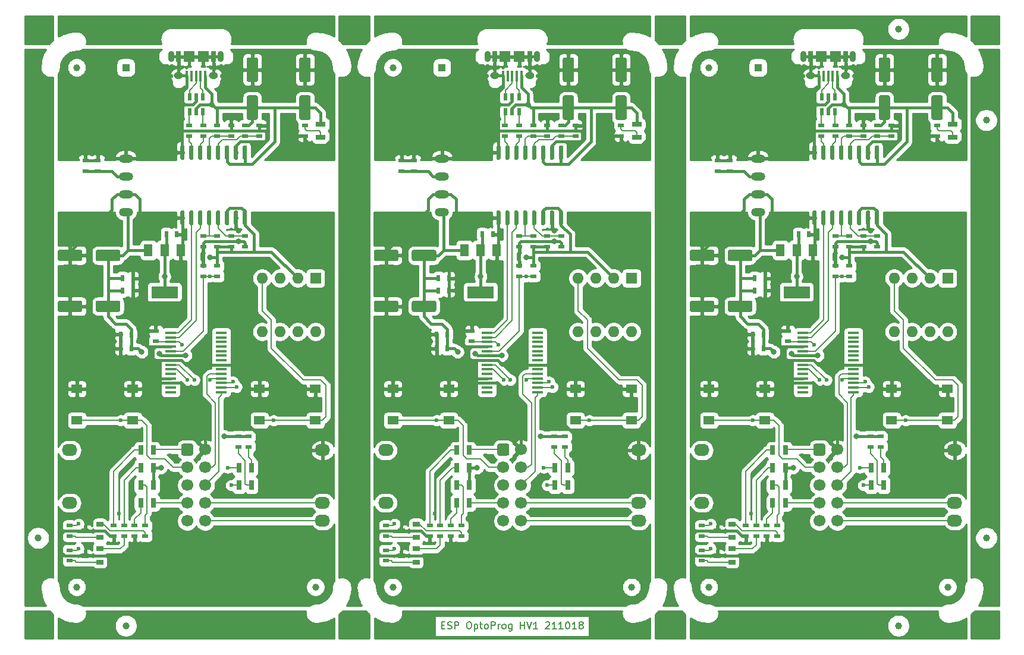
<source format=gtl>
%TF.GenerationSoftware,KiCad,Pcbnew,(5.1.10)-1*%
%TF.CreationDate,2021-10-19T12:00:10+02:00*%
%TF.ProjectId,EspOptoProg Panel,4573704f-7074-46f5-9072-6f672050616e,rev?*%
%TF.SameCoordinates,PXffb3b4c0PY4c4b40*%
%TF.FileFunction,Copper,L1,Top*%
%TF.FilePolarity,Positive*%
%FSLAX46Y46*%
G04 Gerber Fmt 4.6, Leading zero omitted, Abs format (unit mm)*
G04 Created by KiCad (PCBNEW (5.1.10)-1) date 2021-10-19 12:00:10*
%MOMM*%
%LPD*%
G01*
G04 APERTURE LIST*
%TA.AperFunction,NonConductor*%
%ADD10C,0.200000*%
%TD*%
%TA.AperFunction,SMDPad,CuDef*%
%ADD11C,1.000000*%
%TD*%
%TA.AperFunction,SMDPad,CuDef*%
%ADD12R,1.650000X0.400000*%
%TD*%
%TA.AperFunction,ComponentPad*%
%ADD13O,2.000000X1.200000*%
%TD*%
%TA.AperFunction,ComponentPad*%
%ADD14O,1.600000X1.600000*%
%TD*%
%TA.AperFunction,ComponentPad*%
%ADD15R,1.600000X1.600000*%
%TD*%
%TA.AperFunction,ComponentPad*%
%ADD16C,1.700000*%
%TD*%
%TA.AperFunction,SMDPad,CuDef*%
%ADD17R,0.600000X0.950000*%
%TD*%
%TA.AperFunction,ComponentPad*%
%ADD18O,2.200000X1.700000*%
%TD*%
%TA.AperFunction,SMDPad,CuDef*%
%ADD19R,1.000760X0.700000*%
%TD*%
%TA.AperFunction,SMDPad,CuDef*%
%ADD20R,1.000000X1.000000*%
%TD*%
%TA.AperFunction,SMDPad,CuDef*%
%ADD21R,0.950000X0.600000*%
%TD*%
%TA.AperFunction,SMDPad,CuDef*%
%ADD22R,0.800000X1.400000*%
%TD*%
%TA.AperFunction,SMDPad,CuDef*%
%ADD23R,3.799840X1.800860*%
%TD*%
%TA.AperFunction,SMDPad,CuDef*%
%ADD24R,1.300480X1.800860*%
%TD*%
%TA.AperFunction,SMDPad,CuDef*%
%ADD25R,0.700000X1.500000*%
%TD*%
%TA.AperFunction,SMDPad,CuDef*%
%ADD26R,1.500000X1.500000*%
%TD*%
%TA.AperFunction,ComponentPad*%
%ADD27O,0.900000X1.550000*%
%TD*%
%TA.AperFunction,ComponentPad*%
%ADD28O,1.300000X1.000000*%
%TD*%
%TA.AperFunction,SMDPad,CuDef*%
%ADD29R,0.450000X1.600000*%
%TD*%
%TA.AperFunction,SMDPad,CuDef*%
%ADD30R,1.550000X1.300000*%
%TD*%
%TA.AperFunction,SMDPad,CuDef*%
%ADD31R,1.400000X0.800000*%
%TD*%
%TA.AperFunction,SMDPad,CuDef*%
%ADD32R,0.599440X1.000760*%
%TD*%
%TA.AperFunction,ViaPad*%
%ADD33C,0.800000*%
%TD*%
%TA.AperFunction,ViaPad*%
%ADD34C,0.600000*%
%TD*%
%TA.AperFunction,Conductor*%
%ADD35C,0.400000*%
%TD*%
%TA.AperFunction,Conductor*%
%ADD36C,0.200000*%
%TD*%
%TA.AperFunction,NonConductor*%
%ADD37C,0.249000*%
%TD*%
%TA.AperFunction,NonConductor*%
%ADD38C,0.100000*%
%TD*%
%TA.AperFunction,Conductor*%
%ADD39C,0.249000*%
%TD*%
%TA.AperFunction,Conductor*%
%ADD40C,0.100000*%
%TD*%
G04 APERTURE END LIST*
D10*
X59952380Y2571429D02*
X60285714Y2571429D01*
X60428571Y2047620D02*
X59952380Y2047620D01*
X59952380Y3047620D01*
X60428571Y3047620D01*
X60809523Y2095239D02*
X60952380Y2047620D01*
X61190476Y2047620D01*
X61285714Y2095239D01*
X61333333Y2142858D01*
X61380952Y2238096D01*
X61380952Y2333334D01*
X61333333Y2428572D01*
X61285714Y2476191D01*
X61190476Y2523810D01*
X61000000Y2571429D01*
X60904761Y2619048D01*
X60857142Y2666667D01*
X60809523Y2761905D01*
X60809523Y2857143D01*
X60857142Y2952381D01*
X60904761Y3000000D01*
X61000000Y3047620D01*
X61238095Y3047620D01*
X61380952Y3000000D01*
X61809523Y2047620D02*
X61809523Y3047620D01*
X62190476Y3047620D01*
X62285714Y3000000D01*
X62333333Y2952381D01*
X62380952Y2857143D01*
X62380952Y2714286D01*
X62333333Y2619048D01*
X62285714Y2571429D01*
X62190476Y2523810D01*
X61809523Y2523810D01*
X63761904Y3047620D02*
X63952380Y3047620D01*
X64047619Y3000000D01*
X64142857Y2904762D01*
X64190476Y2714286D01*
X64190476Y2380953D01*
X64142857Y2190477D01*
X64047619Y2095239D01*
X63952380Y2047620D01*
X63761904Y2047620D01*
X63666666Y2095239D01*
X63571428Y2190477D01*
X63523809Y2380953D01*
X63523809Y2714286D01*
X63571428Y2904762D01*
X63666666Y3000000D01*
X63761904Y3047620D01*
X64619047Y2714286D02*
X64619047Y1714286D01*
X64619047Y2666667D02*
X64714285Y2714286D01*
X64904761Y2714286D01*
X65000000Y2666667D01*
X65047619Y2619048D01*
X65095238Y2523810D01*
X65095238Y2238096D01*
X65047619Y2142858D01*
X65000000Y2095239D01*
X64904761Y2047620D01*
X64714285Y2047620D01*
X64619047Y2095239D01*
X65380952Y2714286D02*
X65761904Y2714286D01*
X65523809Y3047620D02*
X65523809Y2190477D01*
X65571428Y2095239D01*
X65666666Y2047620D01*
X65761904Y2047620D01*
X66238095Y2047620D02*
X66142857Y2095239D01*
X66095238Y2142858D01*
X66047619Y2238096D01*
X66047619Y2523810D01*
X66095238Y2619048D01*
X66142857Y2666667D01*
X66238095Y2714286D01*
X66380952Y2714286D01*
X66476190Y2666667D01*
X66523809Y2619048D01*
X66571428Y2523810D01*
X66571428Y2238096D01*
X66523809Y2142858D01*
X66476190Y2095239D01*
X66380952Y2047620D01*
X66238095Y2047620D01*
X67000000Y2047620D02*
X67000000Y3047620D01*
X67380952Y3047620D01*
X67476190Y3000000D01*
X67523809Y2952381D01*
X67571428Y2857143D01*
X67571428Y2714286D01*
X67523809Y2619048D01*
X67476190Y2571429D01*
X67380952Y2523810D01*
X67000000Y2523810D01*
X68000000Y2047620D02*
X68000000Y2714286D01*
X68000000Y2523810D02*
X68047619Y2619048D01*
X68095238Y2666667D01*
X68190476Y2714286D01*
X68285714Y2714286D01*
X68761904Y2047620D02*
X68666666Y2095239D01*
X68619047Y2142858D01*
X68571428Y2238096D01*
X68571428Y2523810D01*
X68619047Y2619048D01*
X68666666Y2666667D01*
X68761904Y2714286D01*
X68904761Y2714286D01*
X69000000Y2666667D01*
X69047619Y2619048D01*
X69095238Y2523810D01*
X69095238Y2238096D01*
X69047619Y2142858D01*
X69000000Y2095239D01*
X68904761Y2047620D01*
X68761904Y2047620D01*
X69952380Y2714286D02*
X69952380Y1904762D01*
X69904761Y1809524D01*
X69857142Y1761905D01*
X69761904Y1714286D01*
X69619047Y1714286D01*
X69523809Y1761905D01*
X69952380Y2095239D02*
X69857142Y2047620D01*
X69666666Y2047620D01*
X69571428Y2095239D01*
X69523809Y2142858D01*
X69476190Y2238096D01*
X69476190Y2523810D01*
X69523809Y2619048D01*
X69571428Y2666667D01*
X69666666Y2714286D01*
X69857142Y2714286D01*
X69952380Y2666667D01*
X71190476Y2047620D02*
X71190476Y3047620D01*
X71190476Y2571429D02*
X71761904Y2571429D01*
X71761904Y2047620D02*
X71761904Y3047620D01*
X72095238Y3047620D02*
X72428571Y2047620D01*
X72761904Y3047620D01*
X73619047Y2047620D02*
X73047619Y2047620D01*
X73333333Y2047620D02*
X73333333Y3047620D01*
X73238095Y2904762D01*
X73142857Y2809524D01*
X73047619Y2761905D01*
X74761904Y2952381D02*
X74809523Y3000000D01*
X74904761Y3047620D01*
X75142857Y3047620D01*
X75238095Y3000000D01*
X75285714Y2952381D01*
X75333333Y2857143D01*
X75333333Y2761905D01*
X75285714Y2619048D01*
X74714285Y2047620D01*
X75333333Y2047620D01*
X76285714Y2047620D02*
X75714285Y2047620D01*
X76000000Y2047620D02*
X76000000Y3047620D01*
X75904761Y2904762D01*
X75809523Y2809524D01*
X75714285Y2761905D01*
X77238095Y2047620D02*
X76666666Y2047620D01*
X76952380Y2047620D02*
X76952380Y3047620D01*
X76857142Y2904762D01*
X76761904Y2809524D01*
X76666666Y2761905D01*
X77857142Y3047620D02*
X77952380Y3047620D01*
X78047619Y3000000D01*
X78095238Y2952381D01*
X78142857Y2857143D01*
X78190476Y2666667D01*
X78190476Y2428572D01*
X78142857Y2238096D01*
X78095238Y2142858D01*
X78047619Y2095239D01*
X77952380Y2047620D01*
X77857142Y2047620D01*
X77761904Y2095239D01*
X77714285Y2142858D01*
X77666666Y2238096D01*
X77619047Y2428572D01*
X77619047Y2666667D01*
X77666666Y2857143D01*
X77714285Y2952381D01*
X77761904Y3000000D01*
X77857142Y3047620D01*
X79142857Y2047620D02*
X78571428Y2047620D01*
X78857142Y2047620D02*
X78857142Y3047620D01*
X78761904Y2904762D01*
X78666666Y2809524D01*
X78571428Y2761905D01*
X79714285Y2619048D02*
X79619047Y2666667D01*
X79571428Y2714286D01*
X79523809Y2809524D01*
X79523809Y2857143D01*
X79571428Y2952381D01*
X79619047Y3000000D01*
X79714285Y3047620D01*
X79904761Y3047620D01*
X80000000Y3000000D01*
X80047619Y2952381D01*
X80095238Y2857143D01*
X80095238Y2809524D01*
X80047619Y2714286D01*
X80000000Y2666667D01*
X79904761Y2619048D01*
X79714285Y2619048D01*
X79619047Y2571429D01*
X79571428Y2523810D01*
X79523809Y2428572D01*
X79523809Y2238096D01*
X79571428Y2142858D01*
X79619047Y2095239D01*
X79714285Y2047620D01*
X79904761Y2047620D01*
X80000000Y2095239D01*
X80047619Y2142858D01*
X80095238Y2238096D01*
X80095238Y2428572D01*
X80047619Y2523810D01*
X80000000Y2571429D01*
X79904761Y2619048D01*
D11*
%TO.P,FID_T1,0*%
%TO.N,N/C*%
X2500000Y15000000D03*
%TD*%
%TO.P,FID_T4,0*%
%TO.N,N/C*%
X137500000Y15000000D03*
%TD*%
%TO.P,FID_T5,0*%
%TO.N,N/C*%
X137500000Y74500000D03*
%TD*%
%TO.P,FID_T6,0*%
%TO.N,N/C*%
X125000000Y87500000D03*
%TD*%
%TO.P,FID_T3,0*%
%TO.N,N/C*%
X125000000Y2500000D03*
%TD*%
%TO.P,FID_T2,0*%
%TO.N,N/C*%
X15000000Y2500000D03*
%TD*%
%TO.P,U20,16*%
%TO.N,VCC*%
%TA.AperFunction,SMDPad,CuDef*%
G36*
G01*
X31795000Y61625000D02*
X32095000Y61625000D01*
G75*
G02*
X32245000Y61475000I0J-150000D01*
G01*
X32245000Y59725000D01*
G75*
G02*
X32095000Y59575000I-150000J0D01*
G01*
X31795000Y59575000D01*
G75*
G02*
X31645000Y59725000I0J150000D01*
G01*
X31645000Y61475000D01*
G75*
G02*
X31795000Y61625000I150000J0D01*
G01*
G37*
%TD.AperFunction*%
%TO.P,U20,15*%
%TO.N,GND*%
%TA.AperFunction,SMDPad,CuDef*%
G36*
G01*
X30525000Y61625000D02*
X30825000Y61625000D01*
G75*
G02*
X30975000Y61475000I0J-150000D01*
G01*
X30975000Y59725000D01*
G75*
G02*
X30825000Y59575000I-150000J0D01*
G01*
X30525000Y59575000D01*
G75*
G02*
X30375000Y59725000I0J150000D01*
G01*
X30375000Y61475000D01*
G75*
G02*
X30525000Y61625000I150000J0D01*
G01*
G37*
%TD.AperFunction*%
%TO.P,U20,14*%
%TO.N,VCC*%
%TA.AperFunction,SMDPad,CuDef*%
G36*
G01*
X29255000Y61625000D02*
X29555000Y61625000D01*
G75*
G02*
X29705000Y61475000I0J-150000D01*
G01*
X29705000Y59725000D01*
G75*
G02*
X29555000Y59575000I-150000J0D01*
G01*
X29255000Y59575000D01*
G75*
G02*
X29105000Y59725000I0J150000D01*
G01*
X29105000Y61475000D01*
G75*
G02*
X29255000Y61625000I150000J0D01*
G01*
G37*
%TD.AperFunction*%
%TO.P,U20,13*%
%TO.N,Net-(R26-Pad1)*%
%TA.AperFunction,SMDPad,CuDef*%
G36*
G01*
X27985000Y61625000D02*
X28285000Y61625000D01*
G75*
G02*
X28435000Y61475000I0J-150000D01*
G01*
X28435000Y59725000D01*
G75*
G02*
X28285000Y59575000I-150000J0D01*
G01*
X27985000Y59575000D01*
G75*
G02*
X27835000Y59725000I0J150000D01*
G01*
X27835000Y61475000D01*
G75*
G02*
X27985000Y61625000I150000J0D01*
G01*
G37*
%TD.AperFunction*%
%TO.P,U20,12*%
%TO.N,Net-(R24-Pad1)*%
%TA.AperFunction,SMDPad,CuDef*%
G36*
G01*
X26715000Y61625000D02*
X27015000Y61625000D01*
G75*
G02*
X27165000Y61475000I0J-150000D01*
G01*
X27165000Y59725000D01*
G75*
G02*
X27015000Y59575000I-150000J0D01*
G01*
X26715000Y59575000D01*
G75*
G02*
X26565000Y59725000I0J150000D01*
G01*
X26565000Y61475000D01*
G75*
G02*
X26715000Y61625000I150000J0D01*
G01*
G37*
%TD.AperFunction*%
%TO.P,U20,11*%
%TO.N,Net-(U20-Pad11)*%
%TA.AperFunction,SMDPad,CuDef*%
G36*
G01*
X25445000Y61625000D02*
X25745000Y61625000D01*
G75*
G02*
X25895000Y61475000I0J-150000D01*
G01*
X25895000Y59725000D01*
G75*
G02*
X25745000Y59575000I-150000J0D01*
G01*
X25445000Y59575000D01*
G75*
G02*
X25295000Y59725000I0J150000D01*
G01*
X25295000Y61475000D01*
G75*
G02*
X25445000Y61625000I150000J0D01*
G01*
G37*
%TD.AperFunction*%
%TO.P,U20,10*%
%TO.N,Net-(U20-Pad10)*%
%TA.AperFunction,SMDPad,CuDef*%
G36*
G01*
X24175000Y61625000D02*
X24475000Y61625000D01*
G75*
G02*
X24625000Y61475000I0J-150000D01*
G01*
X24625000Y59725000D01*
G75*
G02*
X24475000Y59575000I-150000J0D01*
G01*
X24175000Y59575000D01*
G75*
G02*
X24025000Y59725000I0J150000D01*
G01*
X24025000Y61475000D01*
G75*
G02*
X24175000Y61625000I150000J0D01*
G01*
G37*
%TD.AperFunction*%
%TO.P,U20,9*%
%TO.N,GND*%
%TA.AperFunction,SMDPad,CuDef*%
G36*
G01*
X22905000Y61625000D02*
X23205000Y61625000D01*
G75*
G02*
X23355000Y61475000I0J-150000D01*
G01*
X23355000Y59725000D01*
G75*
G02*
X23205000Y59575000I-150000J0D01*
G01*
X22905000Y59575000D01*
G75*
G02*
X22755000Y59725000I0J150000D01*
G01*
X22755000Y61475000D01*
G75*
G02*
X22905000Y61625000I150000J0D01*
G01*
G37*
%TD.AperFunction*%
%TO.P,U20,8*%
%TO.N,GND2*%
%TA.AperFunction,SMDPad,CuDef*%
G36*
G01*
X22905000Y70925000D02*
X23205000Y70925000D01*
G75*
G02*
X23355000Y70775000I0J-150000D01*
G01*
X23355000Y69025000D01*
G75*
G02*
X23205000Y68875000I-150000J0D01*
G01*
X22905000Y68875000D01*
G75*
G02*
X22755000Y69025000I0J150000D01*
G01*
X22755000Y70775000D01*
G75*
G02*
X22905000Y70925000I150000J0D01*
G01*
G37*
%TD.AperFunction*%
%TO.P,U20,7*%
%TO.N,Net-(R11-Pad2)*%
%TA.AperFunction,SMDPad,CuDef*%
G36*
G01*
X24175000Y70925000D02*
X24475000Y70925000D01*
G75*
G02*
X24625000Y70775000I0J-150000D01*
G01*
X24625000Y69025000D01*
G75*
G02*
X24475000Y68875000I-150000J0D01*
G01*
X24175000Y68875000D01*
G75*
G02*
X24025000Y69025000I0J150000D01*
G01*
X24025000Y70775000D01*
G75*
G02*
X24175000Y70925000I150000J0D01*
G01*
G37*
%TD.AperFunction*%
%TO.P,U20,6*%
%TO.N,Net-(R10-Pad2)*%
%TA.AperFunction,SMDPad,CuDef*%
G36*
G01*
X25445000Y70925000D02*
X25745000Y70925000D01*
G75*
G02*
X25895000Y70775000I0J-150000D01*
G01*
X25895000Y69025000D01*
G75*
G02*
X25745000Y68875000I-150000J0D01*
G01*
X25445000Y68875000D01*
G75*
G02*
X25295000Y69025000I0J150000D01*
G01*
X25295000Y70775000D01*
G75*
G02*
X25445000Y70925000I150000J0D01*
G01*
G37*
%TD.AperFunction*%
%TO.P,U20,5*%
%TO.N,Net-(R22-Pad1)*%
%TA.AperFunction,SMDPad,CuDef*%
G36*
G01*
X26715000Y70925000D02*
X27015000Y70925000D01*
G75*
G02*
X27165000Y70775000I0J-150000D01*
G01*
X27165000Y69025000D01*
G75*
G02*
X27015000Y68875000I-150000J0D01*
G01*
X26715000Y68875000D01*
G75*
G02*
X26565000Y69025000I0J150000D01*
G01*
X26565000Y70775000D01*
G75*
G02*
X26715000Y70925000I150000J0D01*
G01*
G37*
%TD.AperFunction*%
%TO.P,U20,4*%
%TO.N,Net-(R20-Pad1)*%
%TA.AperFunction,SMDPad,CuDef*%
G36*
G01*
X27985000Y70925000D02*
X28285000Y70925000D01*
G75*
G02*
X28435000Y70775000I0J-150000D01*
G01*
X28435000Y69025000D01*
G75*
G02*
X28285000Y68875000I-150000J0D01*
G01*
X27985000Y68875000D01*
G75*
G02*
X27835000Y69025000I0J150000D01*
G01*
X27835000Y70775000D01*
G75*
G02*
X27985000Y70925000I150000J0D01*
G01*
G37*
%TD.AperFunction*%
%TO.P,U20,3*%
%TO.N,VUSB*%
%TA.AperFunction,SMDPad,CuDef*%
G36*
G01*
X29255000Y70925000D02*
X29555000Y70925000D01*
G75*
G02*
X29705000Y70775000I0J-150000D01*
G01*
X29705000Y69025000D01*
G75*
G02*
X29555000Y68875000I-150000J0D01*
G01*
X29255000Y68875000D01*
G75*
G02*
X29105000Y69025000I0J150000D01*
G01*
X29105000Y70775000D01*
G75*
G02*
X29255000Y70925000I150000J0D01*
G01*
G37*
%TD.AperFunction*%
%TO.P,U20,2*%
%TO.N,GND2*%
%TA.AperFunction,SMDPad,CuDef*%
G36*
G01*
X30525000Y70925000D02*
X30825000Y70925000D01*
G75*
G02*
X30975000Y70775000I0J-150000D01*
G01*
X30975000Y69025000D01*
G75*
G02*
X30825000Y68875000I-150000J0D01*
G01*
X30525000Y68875000D01*
G75*
G02*
X30375000Y69025000I0J150000D01*
G01*
X30375000Y70775000D01*
G75*
G02*
X30525000Y70925000I150000J0D01*
G01*
G37*
%TD.AperFunction*%
%TO.P,U20,1*%
%TO.N,VUSB*%
%TA.AperFunction,SMDPad,CuDef*%
G36*
G01*
X31795000Y70925000D02*
X32095000Y70925000D01*
G75*
G02*
X32245000Y70775000I0J-150000D01*
G01*
X32245000Y69025000D01*
G75*
G02*
X32095000Y68875000I-150000J0D01*
G01*
X31795000Y68875000D01*
G75*
G02*
X31645000Y69025000I0J150000D01*
G01*
X31645000Y70775000D01*
G75*
G02*
X31795000Y70925000I150000J0D01*
G01*
G37*
%TD.AperFunction*%
%TD*%
%TO.P,FID3,0*%
%TO.N,N/C*%
X42000000Y8000000D03*
%TD*%
%TO.P,FID2,0*%
%TO.N,N/C*%
X8000000Y8000000D03*
%TD*%
%TO.P,FID1,0*%
%TO.N,N/C*%
X8000000Y82000000D03*
%TD*%
D12*
%TO.P,U30,17*%
%TO.N,Net-(C30-Pad1)*%
X21400000Y42925000D03*
%TO.P,U30,16*%
%TO.N,Net-(U20-Pad11)*%
X21400000Y43575000D03*
%TO.P,U30,15*%
%TO.N,Net-(U20-Pad10)*%
X21400000Y44225000D03*
%TO.P,U30,14*%
%TO.N,N/C*%
X28600000Y44225000D03*
%TO.P,U30,13*%
X28600000Y43575000D03*
%TO.P,U30,12*%
X28600000Y42925000D03*
%TO.P,U30,3*%
%TO.N,Net-(J30-Pad6)*%
X28600000Y37075000D03*
%TO.P,U30,2*%
%TO.N,Net-(J30-Pad5)*%
X28600000Y36425000D03*
%TO.P,U30,1*%
%TO.N,Net-(J40-Pad6)*%
X28600000Y35775000D03*
%TO.P,U30,28*%
%TO.N,N/C*%
X21400000Y35775000D03*
%TO.P,U30,27*%
X21400000Y36425000D03*
%TO.P,U30,26*%
%TO.N,GND*%
X21400000Y37075000D03*
%TO.P,U30,24*%
%TO.N,N/C*%
X21400000Y38375000D03*
%TO.P,U30,11*%
X28600000Y42275000D03*
%TO.P,U30,23*%
%TO.N,Net-(D30-Pad1)*%
X21400000Y39025000D03*
%TO.P,U30,22*%
%TO.N,Net-(D31-Pad1)*%
X21400000Y39675000D03*
%TO.P,U30,21*%
%TO.N,GND*%
X21400000Y40325000D03*
%TO.P,U30,20*%
%TO.N,VCC*%
X21400000Y40975000D03*
%TO.P,U30,19*%
%TO.N,Net-(R30-Pad2)*%
X21400000Y41625000D03*
%TO.P,U30,18*%
%TO.N,GND*%
X21400000Y42275000D03*
%TO.P,U30,6*%
%TO.N,N/C*%
X28600000Y39025000D03*
%TO.P,U30,5*%
%TO.N,Net-(J40-Pad4)*%
X28600000Y38375000D03*
%TO.P,U30,4*%
%TO.N,Net-(C30-Pad1)*%
X28600000Y37725000D03*
%TO.P,U30,25*%
%TO.N,GND*%
X21400000Y37725000D03*
%TO.P,U30,10*%
%TO.N,N/C*%
X28600000Y41625000D03*
%TO.P,U30,9*%
X28600000Y40975000D03*
%TO.P,U30,8*%
X28600000Y40325000D03*
%TO.P,U30,7*%
%TO.N,GND*%
X28600000Y39675000D03*
%TD*%
%TO.P,C53,2*%
%TO.N,GND2*%
%TA.AperFunction,SMDPad,CuDef*%
G36*
G01*
X41050000Y79950000D02*
X39950000Y79950000D01*
G75*
G02*
X39700000Y80200000I0J250000D01*
G01*
X39700000Y83200000D01*
G75*
G02*
X39950000Y83450000I250000J0D01*
G01*
X41050000Y83450000D01*
G75*
G02*
X41300000Y83200000I0J-250000D01*
G01*
X41300000Y80200000D01*
G75*
G02*
X41050000Y79950000I-250000J0D01*
G01*
G37*
%TD.AperFunction*%
%TO.P,C53,1*%
%TO.N,VUSB*%
%TA.AperFunction,SMDPad,CuDef*%
G36*
G01*
X41050000Y74550000D02*
X39950000Y74550000D01*
G75*
G02*
X39700000Y74800000I0J250000D01*
G01*
X39700000Y77800000D01*
G75*
G02*
X39950000Y78050000I250000J0D01*
G01*
X41050000Y78050000D01*
G75*
G02*
X41300000Y77800000I0J-250000D01*
G01*
X41300000Y74800000D01*
G75*
G02*
X41050000Y74550000I-250000J0D01*
G01*
G37*
%TD.AperFunction*%
%TD*%
D13*
%TO.P,U50,4*%
%TO.N,VCC*%
X15000000Y61440000D03*
%TO.P,U50,3*%
%TO.N,GND*%
X15000000Y63980000D03*
%TO.P,U50,2*%
%TO.N,VUSB*%
X15000000Y66520000D03*
%TO.P,U50,1*%
%TO.N,GND2*%
X15000000Y69060000D03*
%TD*%
D14*
%TO.P,J30,8*%
%TO.N,Net-(D72-Pad2)*%
X42000000Y44380000D03*
%TO.P,J30,4*%
%TO.N,Net-(J30-Pad4)*%
X34380000Y52000000D03*
%TO.P,J30,7*%
%TO.N,Net-(D71-Pad2)*%
X39460000Y44380000D03*
%TO.P,J30,3*%
%TO.N,Net-(J30-Pad3)*%
X36920000Y52000000D03*
%TO.P,J30,6*%
%TO.N,Net-(J30-Pad6)*%
X36920000Y44380000D03*
%TO.P,J30,2*%
%TO.N,VCC*%
X39460000Y52000000D03*
%TO.P,J30,5*%
%TO.N,Net-(J30-Pad5)*%
X34380000Y44380000D03*
D15*
%TO.P,J30,1*%
%TO.N,3V3*%
X42000000Y52000000D03*
%TD*%
D16*
%TO.P,J40,10*%
%TO.N,Net-(J40-Pad10)*%
X26270000Y17420000D03*
%TO.P,J40,8*%
%TO.N,Net-(J40-Pad8)*%
X26270000Y19960000D03*
%TO.P,J40,6*%
%TO.N,Net-(J40-Pad6)*%
X26270000Y22500000D03*
%TO.P,J40,4*%
%TO.N,Net-(J40-Pad4)*%
X26270000Y25040000D03*
%TO.P,J40,2*%
%TO.N,GND*%
X26270000Y27580000D03*
%TO.P,J40,9*%
%TO.N,N/C*%
X23730000Y17420000D03*
%TO.P,J40,7*%
%TO.N,Net-(D71-Pad2)*%
X23730000Y19960000D03*
%TO.P,J40,5*%
%TO.N,Net-(J30-Pad4)*%
X23730000Y22500000D03*
%TO.P,J40,3*%
%TO.N,Net-(J30-Pad3)*%
X23730000Y25040000D03*
%TO.P,J40,1*%
%TO.N,Net-(D72-Pad2)*%
%TA.AperFunction,ComponentPad*%
G36*
G01*
X22880000Y26980000D02*
X22880000Y28180000D01*
G75*
G02*
X23130000Y28430000I250000J0D01*
G01*
X24330000Y28430000D01*
G75*
G02*
X24580000Y28180000I0J-250000D01*
G01*
X24580000Y26980000D01*
G75*
G02*
X24330000Y26730000I-250000J0D01*
G01*
X23130000Y26730000D01*
G75*
G02*
X22880000Y26980000I0J250000D01*
G01*
G37*
%TD.AperFunction*%
%TD*%
D17*
%TO.P,C57,1*%
%TO.N,VCC*%
X15750000Y44000000D03*
%TO.P,C57,2*%
%TO.N,GND*%
X14250000Y44000000D03*
%TD*%
%TO.P,C56,1*%
%TO.N,VCC*%
X15750000Y42000000D03*
%TO.P,C56,2*%
%TO.N,GND*%
X14250000Y42000000D03*
%TD*%
%TO.P,C55,2*%
%TO.N,GND*%
%TA.AperFunction,SMDPad,CuDef*%
G36*
G01*
X8800000Y48550000D02*
X8800000Y47450000D01*
G75*
G02*
X8550000Y47200000I-250000J0D01*
G01*
X5550000Y47200000D01*
G75*
G02*
X5300000Y47450000I0J250000D01*
G01*
X5300000Y48550000D01*
G75*
G02*
X5550000Y48800000I250000J0D01*
G01*
X8550000Y48800000D01*
G75*
G02*
X8800000Y48550000I0J-250000D01*
G01*
G37*
%TD.AperFunction*%
%TO.P,C55,1*%
%TO.N,VCC*%
%TA.AperFunction,SMDPad,CuDef*%
G36*
G01*
X14200000Y48550000D02*
X14200000Y47450000D01*
G75*
G02*
X13950000Y47200000I-250000J0D01*
G01*
X10950000Y47200000D01*
G75*
G02*
X10700000Y47450000I0J250000D01*
G01*
X10700000Y48550000D01*
G75*
G02*
X10950000Y48800000I250000J0D01*
G01*
X13950000Y48800000D01*
G75*
G02*
X14200000Y48550000I0J-250000D01*
G01*
G37*
%TD.AperFunction*%
%TD*%
%TO.P,C54,2*%
%TO.N,GND*%
%TA.AperFunction,SMDPad,CuDef*%
G36*
G01*
X8800000Y55800000D02*
X8800000Y54700000D01*
G75*
G02*
X8550000Y54450000I-250000J0D01*
G01*
X5550000Y54450000D01*
G75*
G02*
X5300000Y54700000I0J250000D01*
G01*
X5300000Y55800000D01*
G75*
G02*
X5550000Y56050000I250000J0D01*
G01*
X8550000Y56050000D01*
G75*
G02*
X8800000Y55800000I0J-250000D01*
G01*
G37*
%TD.AperFunction*%
%TO.P,C54,1*%
%TO.N,VCC*%
%TA.AperFunction,SMDPad,CuDef*%
G36*
G01*
X14200000Y55800000D02*
X14200000Y54700000D01*
G75*
G02*
X13950000Y54450000I-250000J0D01*
G01*
X10950000Y54450000D01*
G75*
G02*
X10700000Y54700000I0J250000D01*
G01*
X10700000Y55800000D01*
G75*
G02*
X10950000Y56050000I250000J0D01*
G01*
X13950000Y56050000D01*
G75*
G02*
X14200000Y55800000I0J-250000D01*
G01*
G37*
%TD.AperFunction*%
%TD*%
%TO.P,C52,2*%
%TO.N,GND2*%
%TA.AperFunction,SMDPad,CuDef*%
G36*
G01*
X33550000Y79950000D02*
X32450000Y79950000D01*
G75*
G02*
X32200000Y80200000I0J250000D01*
G01*
X32200000Y83200000D01*
G75*
G02*
X32450000Y83450000I250000J0D01*
G01*
X33550000Y83450000D01*
G75*
G02*
X33800000Y83200000I0J-250000D01*
G01*
X33800000Y80200000D01*
G75*
G02*
X33550000Y79950000I-250000J0D01*
G01*
G37*
%TD.AperFunction*%
%TO.P,C52,1*%
%TO.N,VUSB*%
%TA.AperFunction,SMDPad,CuDef*%
G36*
G01*
X33550000Y74550000D02*
X32450000Y74550000D01*
G75*
G02*
X32200000Y74800000I0J250000D01*
G01*
X32200000Y77800000D01*
G75*
G02*
X32450000Y78050000I250000J0D01*
G01*
X33550000Y78050000D01*
G75*
G02*
X33800000Y77800000I0J-250000D01*
G01*
X33800000Y74800000D01*
G75*
G02*
X33550000Y74550000I-250000J0D01*
G01*
G37*
%TD.AperFunction*%
%TD*%
D18*
%TO.P,TP45,1*%
%TO.N,VCC*%
X7000000Y20000000D03*
%TD*%
%TO.P,TP44,1*%
%TO.N,3V3*%
X7000000Y27500000D03*
%TD*%
D19*
%TO.P,T71,3*%
%TO.N,Net-(R76-Pad1)*%
X11306640Y13452500D03*
%TO.P,T71,2*%
%TO.N,GND*%
X9193360Y12500000D03*
%TO.P,T71,1*%
%TO.N,Net-(R75-Pad2)*%
X11306640Y11547500D03*
%TD*%
%TO.P,T70,3*%
%TO.N,Net-(R74-Pad1)*%
X11306640Y16952500D03*
%TO.P,T70,2*%
%TO.N,GND*%
X9193360Y16000000D03*
%TO.P,T70,1*%
%TO.N,Net-(R73-Pad2)*%
X11306640Y15047500D03*
%TD*%
D20*
%TO.P,SKIP1,0*%
%TO.N,N/C*%
X15000000Y82000000D03*
%TD*%
D21*
%TO.P,R76,2*%
%TO.N,Net-(D74-Pad1)*%
X14750000Y16750000D03*
%TO.P,R76,1*%
%TO.N,Net-(R76-Pad1)*%
X14750000Y15250000D03*
%TD*%
%TO.P,R75,2*%
%TO.N,Net-(R75-Pad2)*%
X7000000Y11750000D03*
%TO.P,R75,1*%
%TO.N,Net-(J30-Pad3)*%
X7000000Y13250000D03*
%TD*%
%TO.P,R74,2*%
%TO.N,Net-(D73-Pad1)*%
X17750000Y16750000D03*
%TO.P,R74,1*%
%TO.N,Net-(R74-Pad1)*%
X17750000Y15250000D03*
%TD*%
%TO.P,R73,2*%
%TO.N,Net-(R73-Pad2)*%
X7000000Y15250000D03*
%TO.P,R73,1*%
%TO.N,Net-(J30-Pad4)*%
X7000000Y16750000D03*
%TD*%
D22*
%TO.P,D74,2*%
%TO.N,3V3*%
X18900000Y25000000D03*
%TO.P,D74,1*%
%TO.N,Net-(D74-Pad1)*%
X17100000Y25000000D03*
%TD*%
%TO.P,D73,2*%
%TO.N,3V3*%
X18900000Y22500000D03*
%TO.P,D73,1*%
%TO.N,Net-(D73-Pad1)*%
X17100000Y22500000D03*
%TD*%
D18*
%TO.P,TP43,1*%
%TO.N,Net-(J40-Pad10)*%
X43000000Y17500000D03*
%TD*%
%TO.P,TP42,1*%
%TO.N,Net-(J40-Pad8)*%
X43000000Y20000000D03*
%TD*%
%TO.P,TP41,1*%
%TO.N,GND*%
X43000000Y27500000D03*
%TD*%
D23*
%TO.P,U60,4*%
%TO.N,3V3*%
X20500000Y50000260D03*
D24*
%TO.P,U60,3*%
%TO.N,VCC*%
X18198760Y55999740D03*
%TO.P,U60,2*%
%TO.N,3V3*%
X20500000Y55999740D03*
%TO.P,U60,1*%
%TO.N,GND*%
X22801240Y55999740D03*
%TD*%
D21*
%TO.P,R72,2*%
%TO.N,Net-(D72-Pad1)*%
X13250000Y16750000D03*
%TO.P,R72,1*%
%TO.N,GND*%
X13250000Y15250000D03*
%TD*%
%TO.P,R71,2*%
%TO.N,Net-(D71-Pad1)*%
X16250000Y16750000D03*
%TO.P,R71,1*%
%TO.N,GND*%
X16250000Y15250000D03*
%TD*%
%TO.P,R70,2*%
%TO.N,Net-(D70-Pad1)*%
X40500000Y73750000D03*
%TO.P,R70,1*%
%TO.N,GND2*%
X40500000Y72250000D03*
%TD*%
%TO.P,R33,2*%
%TO.N,VCC*%
X31000000Y29500000D03*
%TO.P,R33,1*%
%TO.N,Net-(D31-Pad2)*%
X31000000Y28000000D03*
%TD*%
%TO.P,R32,2*%
%TO.N,VCC*%
X32500000Y29500000D03*
%TO.P,R32,1*%
%TO.N,Net-(D30-Pad2)*%
X32500000Y28000000D03*
%TD*%
%TO.P,R31,2*%
%TO.N,GND*%
X26000000Y53750000D03*
%TO.P,R31,1*%
%TO.N,Net-(R30-Pad2)*%
X26000000Y52250000D03*
%TD*%
%TO.P,R30,2*%
%TO.N,Net-(R30-Pad2)*%
X28000000Y52250000D03*
%TO.P,R30,1*%
%TO.N,VCC*%
X28000000Y53750000D03*
%TD*%
%TO.P,R27,2*%
%TO.N,Net-(R26-Pad1)*%
X32000000Y58000000D03*
%TO.P,R27,1*%
%TO.N,GND*%
X32000000Y56500000D03*
%TD*%
%TO.P,R26,2*%
%TO.N,VCC*%
X30000000Y56500000D03*
%TO.P,R26,1*%
%TO.N,Net-(R26-Pad1)*%
X30000000Y58000000D03*
%TD*%
%TO.P,R25,2*%
%TO.N,Net-(R24-Pad1)*%
X26000000Y58000000D03*
%TO.P,R25,1*%
%TO.N,GND*%
X26000000Y56500000D03*
%TD*%
%TO.P,R24,2*%
%TO.N,VCC*%
X28000000Y56500000D03*
%TO.P,R24,1*%
%TO.N,Net-(R24-Pad1)*%
X28000000Y58000000D03*
%TD*%
%TO.P,R23,2*%
%TO.N,Net-(R22-Pad1)*%
X30000000Y72250000D03*
%TO.P,R23,1*%
%TO.N,GND2*%
X30000000Y73750000D03*
%TD*%
%TO.P,R22,2*%
%TO.N,VUSB*%
X28000000Y73750000D03*
%TO.P,R22,1*%
%TO.N,Net-(R22-Pad1)*%
X28000000Y72250000D03*
%TD*%
%TO.P,R21,2*%
%TO.N,Net-(R20-Pad1)*%
X34000000Y72250000D03*
%TO.P,R21,1*%
%TO.N,GND2*%
X34000000Y73750000D03*
%TD*%
%TO.P,R20,2*%
%TO.N,VUSB*%
X32000000Y73750000D03*
%TO.P,R20,1*%
%TO.N,Net-(R20-Pad1)*%
X32000000Y72250000D03*
%TD*%
%TO.P,R11,2*%
%TO.N,Net-(R11-Pad2)*%
X24000000Y72250000D03*
%TO.P,R11,1*%
%TO.N,Net-(D10-Pad4)*%
X24000000Y73750000D03*
%TD*%
%TO.P,R10,2*%
%TO.N,Net-(R10-Pad2)*%
X26000000Y72250000D03*
%TO.P,R10,1*%
%TO.N,Net-(D10-Pad6)*%
X26000000Y73750000D03*
%TD*%
D25*
%TO.P,K10,6*%
%TO.N,GND2*%
X27500000Y83550000D03*
X22500000Y83550000D03*
D26*
X26000000Y83550000D03*
X24000000Y83550000D03*
D27*
X21500000Y83550000D03*
D28*
X27500000Y80850000D03*
X22500000Y80850000D03*
D27*
X28500000Y83550000D03*
D29*
%TO.P,K10,5*%
X23700000Y80750000D03*
%TO.P,K10,4*%
%TO.N,N/C*%
X24350000Y80750000D03*
%TO.P,K10,3*%
%TO.N,Net-(D10-Pad3)*%
X25000000Y80750000D03*
%TO.P,K10,2*%
%TO.N,Net-(D10-Pad1)*%
X25650000Y80750000D03*
%TO.P,K10,1*%
%TO.N,VUSB*%
X26300000Y80750000D03*
%TD*%
D30*
%TO.P,J32,2*%
%TO.N,GND*%
X34020000Y36250000D03*
%TO.P,J32,1*%
%TO.N,Net-(J30-Pad4)*%
X34020000Y31750000D03*
X41980000Y31750000D03*
%TO.P,J32,2*%
%TO.N,GND*%
X41980000Y36250000D03*
%TD*%
%TO.P,J31,2*%
%TO.N,GND*%
X8020000Y36250000D03*
%TO.P,J31,1*%
%TO.N,Net-(J30-Pad3)*%
X8020000Y31750000D03*
X15980000Y31750000D03*
%TO.P,J31,2*%
%TO.N,GND*%
X15980000Y36250000D03*
%TD*%
D22*
%TO.P,D72,2*%
%TO.N,Net-(D72-Pad2)*%
X18900000Y27500000D03*
%TO.P,D72,1*%
%TO.N,Net-(D72-Pad1)*%
X17100000Y27500000D03*
%TD*%
%TO.P,D71,2*%
%TO.N,Net-(D71-Pad2)*%
X18900000Y20000000D03*
%TO.P,D71,1*%
%TO.N,Net-(D71-Pad1)*%
X17100000Y20000000D03*
%TD*%
D31*
%TO.P,D70,2*%
%TO.N,VUSB*%
X42750000Y73900000D03*
%TO.P,D70,1*%
%TO.N,Net-(D70-Pad1)*%
X42750000Y72100000D03*
%TD*%
D22*
%TO.P,D31,2*%
%TO.N,Net-(D31-Pad2)*%
X32900000Y22500000D03*
%TO.P,D31,1*%
%TO.N,Net-(D31-Pad1)*%
X31100000Y22500000D03*
%TD*%
%TO.P,D30,2*%
%TO.N,Net-(D30-Pad2)*%
X32900000Y25000000D03*
%TO.P,D30,1*%
%TO.N,Net-(D30-Pad1)*%
X31100000Y25000000D03*
%TD*%
D32*
%TO.P,D10,5*%
%TO.N,VUSB*%
X25000000Y75693360D03*
%TO.P,D10,6*%
%TO.N,Net-(D10-Pad6)*%
X25952500Y75693360D03*
%TO.P,D10,4*%
%TO.N,Net-(D10-Pad4)*%
X24047500Y75693360D03*
%TO.P,D10,2*%
%TO.N,GND2*%
X25000000Y77806640D03*
%TO.P,D10,3*%
%TO.N,Net-(D10-Pad3)*%
X24047500Y77806640D03*
%TO.P,D10,1*%
%TO.N,Net-(D10-Pad1)*%
X25952500Y77806640D03*
%TD*%
D17*
%TO.P,C62,1*%
%TO.N,3V3*%
X20750000Y58250000D03*
%TO.P,C62,2*%
%TO.N,GND*%
X22250000Y58250000D03*
%TD*%
%TO.P,C61,1*%
%TO.N,VCC*%
X14500000Y52000000D03*
%TO.P,C61,2*%
%TO.N,GND*%
X16000000Y52000000D03*
%TD*%
%TO.P,C60,1*%
%TO.N,VCC*%
X14500000Y50250000D03*
%TO.P,C60,2*%
%TO.N,GND*%
X16000000Y50250000D03*
%TD*%
D21*
%TO.P,C51,1*%
%TO.N,VUSB*%
X11000000Y67250000D03*
%TO.P,C51,2*%
%TO.N,GND2*%
X11000000Y68750000D03*
%TD*%
%TO.P,C50,1*%
%TO.N,VUSB*%
X9250000Y67250000D03*
%TO.P,C50,2*%
%TO.N,GND2*%
X9250000Y68750000D03*
%TD*%
%TO.P,C30,1*%
%TO.N,Net-(C30-Pad1)*%
X19250000Y43000000D03*
%TO.P,C30,2*%
%TO.N,GND*%
X19250000Y44500000D03*
%TD*%
%TO.P,U20,16*%
%TO.N,VCC*%
%TA.AperFunction,SMDPad,CuDef*%
G36*
G01*
X76795000Y61625000D02*
X77095000Y61625000D01*
G75*
G02*
X77245000Y61475000I0J-150000D01*
G01*
X77245000Y59725000D01*
G75*
G02*
X77095000Y59575000I-150000J0D01*
G01*
X76795000Y59575000D01*
G75*
G02*
X76645000Y59725000I0J150000D01*
G01*
X76645000Y61475000D01*
G75*
G02*
X76795000Y61625000I150000J0D01*
G01*
G37*
%TD.AperFunction*%
%TO.P,U20,15*%
%TO.N,GND*%
%TA.AperFunction,SMDPad,CuDef*%
G36*
G01*
X75525000Y61625000D02*
X75825000Y61625000D01*
G75*
G02*
X75975000Y61475000I0J-150000D01*
G01*
X75975000Y59725000D01*
G75*
G02*
X75825000Y59575000I-150000J0D01*
G01*
X75525000Y59575000D01*
G75*
G02*
X75375000Y59725000I0J150000D01*
G01*
X75375000Y61475000D01*
G75*
G02*
X75525000Y61625000I150000J0D01*
G01*
G37*
%TD.AperFunction*%
%TO.P,U20,14*%
%TO.N,VCC*%
%TA.AperFunction,SMDPad,CuDef*%
G36*
G01*
X74255000Y61625000D02*
X74555000Y61625000D01*
G75*
G02*
X74705000Y61475000I0J-150000D01*
G01*
X74705000Y59725000D01*
G75*
G02*
X74555000Y59575000I-150000J0D01*
G01*
X74255000Y59575000D01*
G75*
G02*
X74105000Y59725000I0J150000D01*
G01*
X74105000Y61475000D01*
G75*
G02*
X74255000Y61625000I150000J0D01*
G01*
G37*
%TD.AperFunction*%
%TO.P,U20,13*%
%TO.N,Net-(R26-Pad1)*%
%TA.AperFunction,SMDPad,CuDef*%
G36*
G01*
X72985000Y61625000D02*
X73285000Y61625000D01*
G75*
G02*
X73435000Y61475000I0J-150000D01*
G01*
X73435000Y59725000D01*
G75*
G02*
X73285000Y59575000I-150000J0D01*
G01*
X72985000Y59575000D01*
G75*
G02*
X72835000Y59725000I0J150000D01*
G01*
X72835000Y61475000D01*
G75*
G02*
X72985000Y61625000I150000J0D01*
G01*
G37*
%TD.AperFunction*%
%TO.P,U20,12*%
%TO.N,Net-(R24-Pad1)*%
%TA.AperFunction,SMDPad,CuDef*%
G36*
G01*
X71715000Y61625000D02*
X72015000Y61625000D01*
G75*
G02*
X72165000Y61475000I0J-150000D01*
G01*
X72165000Y59725000D01*
G75*
G02*
X72015000Y59575000I-150000J0D01*
G01*
X71715000Y59575000D01*
G75*
G02*
X71565000Y59725000I0J150000D01*
G01*
X71565000Y61475000D01*
G75*
G02*
X71715000Y61625000I150000J0D01*
G01*
G37*
%TD.AperFunction*%
%TO.P,U20,11*%
%TO.N,Net-(U20-Pad11)*%
%TA.AperFunction,SMDPad,CuDef*%
G36*
G01*
X70445000Y61625000D02*
X70745000Y61625000D01*
G75*
G02*
X70895000Y61475000I0J-150000D01*
G01*
X70895000Y59725000D01*
G75*
G02*
X70745000Y59575000I-150000J0D01*
G01*
X70445000Y59575000D01*
G75*
G02*
X70295000Y59725000I0J150000D01*
G01*
X70295000Y61475000D01*
G75*
G02*
X70445000Y61625000I150000J0D01*
G01*
G37*
%TD.AperFunction*%
%TO.P,U20,10*%
%TO.N,Net-(U20-Pad10)*%
%TA.AperFunction,SMDPad,CuDef*%
G36*
G01*
X69175000Y61625000D02*
X69475000Y61625000D01*
G75*
G02*
X69625000Y61475000I0J-150000D01*
G01*
X69625000Y59725000D01*
G75*
G02*
X69475000Y59575000I-150000J0D01*
G01*
X69175000Y59575000D01*
G75*
G02*
X69025000Y59725000I0J150000D01*
G01*
X69025000Y61475000D01*
G75*
G02*
X69175000Y61625000I150000J0D01*
G01*
G37*
%TD.AperFunction*%
%TO.P,U20,9*%
%TO.N,GND*%
%TA.AperFunction,SMDPad,CuDef*%
G36*
G01*
X67905000Y61625000D02*
X68205000Y61625000D01*
G75*
G02*
X68355000Y61475000I0J-150000D01*
G01*
X68355000Y59725000D01*
G75*
G02*
X68205000Y59575000I-150000J0D01*
G01*
X67905000Y59575000D01*
G75*
G02*
X67755000Y59725000I0J150000D01*
G01*
X67755000Y61475000D01*
G75*
G02*
X67905000Y61625000I150000J0D01*
G01*
G37*
%TD.AperFunction*%
%TO.P,U20,8*%
%TO.N,GND2*%
%TA.AperFunction,SMDPad,CuDef*%
G36*
G01*
X67905000Y70925000D02*
X68205000Y70925000D01*
G75*
G02*
X68355000Y70775000I0J-150000D01*
G01*
X68355000Y69025000D01*
G75*
G02*
X68205000Y68875000I-150000J0D01*
G01*
X67905000Y68875000D01*
G75*
G02*
X67755000Y69025000I0J150000D01*
G01*
X67755000Y70775000D01*
G75*
G02*
X67905000Y70925000I150000J0D01*
G01*
G37*
%TD.AperFunction*%
%TO.P,U20,7*%
%TO.N,Net-(R11-Pad2)*%
%TA.AperFunction,SMDPad,CuDef*%
G36*
G01*
X69175000Y70925000D02*
X69475000Y70925000D01*
G75*
G02*
X69625000Y70775000I0J-150000D01*
G01*
X69625000Y69025000D01*
G75*
G02*
X69475000Y68875000I-150000J0D01*
G01*
X69175000Y68875000D01*
G75*
G02*
X69025000Y69025000I0J150000D01*
G01*
X69025000Y70775000D01*
G75*
G02*
X69175000Y70925000I150000J0D01*
G01*
G37*
%TD.AperFunction*%
%TO.P,U20,6*%
%TO.N,Net-(R10-Pad2)*%
%TA.AperFunction,SMDPad,CuDef*%
G36*
G01*
X70445000Y70925000D02*
X70745000Y70925000D01*
G75*
G02*
X70895000Y70775000I0J-150000D01*
G01*
X70895000Y69025000D01*
G75*
G02*
X70745000Y68875000I-150000J0D01*
G01*
X70445000Y68875000D01*
G75*
G02*
X70295000Y69025000I0J150000D01*
G01*
X70295000Y70775000D01*
G75*
G02*
X70445000Y70925000I150000J0D01*
G01*
G37*
%TD.AperFunction*%
%TO.P,U20,5*%
%TO.N,Net-(R22-Pad1)*%
%TA.AperFunction,SMDPad,CuDef*%
G36*
G01*
X71715000Y70925000D02*
X72015000Y70925000D01*
G75*
G02*
X72165000Y70775000I0J-150000D01*
G01*
X72165000Y69025000D01*
G75*
G02*
X72015000Y68875000I-150000J0D01*
G01*
X71715000Y68875000D01*
G75*
G02*
X71565000Y69025000I0J150000D01*
G01*
X71565000Y70775000D01*
G75*
G02*
X71715000Y70925000I150000J0D01*
G01*
G37*
%TD.AperFunction*%
%TO.P,U20,4*%
%TO.N,Net-(R20-Pad1)*%
%TA.AperFunction,SMDPad,CuDef*%
G36*
G01*
X72985000Y70925000D02*
X73285000Y70925000D01*
G75*
G02*
X73435000Y70775000I0J-150000D01*
G01*
X73435000Y69025000D01*
G75*
G02*
X73285000Y68875000I-150000J0D01*
G01*
X72985000Y68875000D01*
G75*
G02*
X72835000Y69025000I0J150000D01*
G01*
X72835000Y70775000D01*
G75*
G02*
X72985000Y70925000I150000J0D01*
G01*
G37*
%TD.AperFunction*%
%TO.P,U20,3*%
%TO.N,VUSB*%
%TA.AperFunction,SMDPad,CuDef*%
G36*
G01*
X74255000Y70925000D02*
X74555000Y70925000D01*
G75*
G02*
X74705000Y70775000I0J-150000D01*
G01*
X74705000Y69025000D01*
G75*
G02*
X74555000Y68875000I-150000J0D01*
G01*
X74255000Y68875000D01*
G75*
G02*
X74105000Y69025000I0J150000D01*
G01*
X74105000Y70775000D01*
G75*
G02*
X74255000Y70925000I150000J0D01*
G01*
G37*
%TD.AperFunction*%
%TO.P,U20,2*%
%TO.N,GND2*%
%TA.AperFunction,SMDPad,CuDef*%
G36*
G01*
X75525000Y70925000D02*
X75825000Y70925000D01*
G75*
G02*
X75975000Y70775000I0J-150000D01*
G01*
X75975000Y69025000D01*
G75*
G02*
X75825000Y68875000I-150000J0D01*
G01*
X75525000Y68875000D01*
G75*
G02*
X75375000Y69025000I0J150000D01*
G01*
X75375000Y70775000D01*
G75*
G02*
X75525000Y70925000I150000J0D01*
G01*
G37*
%TD.AperFunction*%
%TO.P,U20,1*%
%TO.N,VUSB*%
%TA.AperFunction,SMDPad,CuDef*%
G36*
G01*
X76795000Y70925000D02*
X77095000Y70925000D01*
G75*
G02*
X77245000Y70775000I0J-150000D01*
G01*
X77245000Y69025000D01*
G75*
G02*
X77095000Y68875000I-150000J0D01*
G01*
X76795000Y68875000D01*
G75*
G02*
X76645000Y69025000I0J150000D01*
G01*
X76645000Y70775000D01*
G75*
G02*
X76795000Y70925000I150000J0D01*
G01*
G37*
%TD.AperFunction*%
%TD*%
D11*
%TO.P,FID3,0*%
%TO.N,N/C*%
X87000000Y8000000D03*
%TD*%
%TO.P,FID2,0*%
%TO.N,N/C*%
X53000000Y8000000D03*
%TD*%
%TO.P,FID1,0*%
%TO.N,N/C*%
X53000000Y82000000D03*
%TD*%
D12*
%TO.P,U30,17*%
%TO.N,Net-(C30-Pad1)*%
X66400000Y42925000D03*
%TO.P,U30,16*%
%TO.N,Net-(U20-Pad11)*%
X66400000Y43575000D03*
%TO.P,U30,15*%
%TO.N,Net-(U20-Pad10)*%
X66400000Y44225000D03*
%TO.P,U30,14*%
%TO.N,N/C*%
X73600000Y44225000D03*
%TO.P,U30,13*%
X73600000Y43575000D03*
%TO.P,U30,12*%
X73600000Y42925000D03*
%TO.P,U30,3*%
%TO.N,Net-(J30-Pad6)*%
X73600000Y37075000D03*
%TO.P,U30,2*%
%TO.N,Net-(J30-Pad5)*%
X73600000Y36425000D03*
%TO.P,U30,1*%
%TO.N,Net-(J40-Pad6)*%
X73600000Y35775000D03*
%TO.P,U30,28*%
%TO.N,N/C*%
X66400000Y35775000D03*
%TO.P,U30,27*%
X66400000Y36425000D03*
%TO.P,U30,26*%
%TO.N,GND*%
X66400000Y37075000D03*
%TO.P,U30,24*%
%TO.N,N/C*%
X66400000Y38375000D03*
%TO.P,U30,11*%
X73600000Y42275000D03*
%TO.P,U30,23*%
%TO.N,Net-(D30-Pad1)*%
X66400000Y39025000D03*
%TO.P,U30,22*%
%TO.N,Net-(D31-Pad1)*%
X66400000Y39675000D03*
%TO.P,U30,21*%
%TO.N,GND*%
X66400000Y40325000D03*
%TO.P,U30,20*%
%TO.N,VCC*%
X66400000Y40975000D03*
%TO.P,U30,19*%
%TO.N,Net-(R30-Pad2)*%
X66400000Y41625000D03*
%TO.P,U30,18*%
%TO.N,GND*%
X66400000Y42275000D03*
%TO.P,U30,6*%
%TO.N,N/C*%
X73600000Y39025000D03*
%TO.P,U30,5*%
%TO.N,Net-(J40-Pad4)*%
X73600000Y38375000D03*
%TO.P,U30,4*%
%TO.N,Net-(C30-Pad1)*%
X73600000Y37725000D03*
%TO.P,U30,25*%
%TO.N,GND*%
X66400000Y37725000D03*
%TO.P,U30,10*%
%TO.N,N/C*%
X73600000Y41625000D03*
%TO.P,U30,9*%
X73600000Y40975000D03*
%TO.P,U30,8*%
X73600000Y40325000D03*
%TO.P,U30,7*%
%TO.N,GND*%
X73600000Y39675000D03*
%TD*%
%TO.P,C53,2*%
%TO.N,GND2*%
%TA.AperFunction,SMDPad,CuDef*%
G36*
G01*
X86050000Y79950000D02*
X84950000Y79950000D01*
G75*
G02*
X84700000Y80200000I0J250000D01*
G01*
X84700000Y83200000D01*
G75*
G02*
X84950000Y83450000I250000J0D01*
G01*
X86050000Y83450000D01*
G75*
G02*
X86300000Y83200000I0J-250000D01*
G01*
X86300000Y80200000D01*
G75*
G02*
X86050000Y79950000I-250000J0D01*
G01*
G37*
%TD.AperFunction*%
%TO.P,C53,1*%
%TO.N,VUSB*%
%TA.AperFunction,SMDPad,CuDef*%
G36*
G01*
X86050000Y74550000D02*
X84950000Y74550000D01*
G75*
G02*
X84700000Y74800000I0J250000D01*
G01*
X84700000Y77800000D01*
G75*
G02*
X84950000Y78050000I250000J0D01*
G01*
X86050000Y78050000D01*
G75*
G02*
X86300000Y77800000I0J-250000D01*
G01*
X86300000Y74800000D01*
G75*
G02*
X86050000Y74550000I-250000J0D01*
G01*
G37*
%TD.AperFunction*%
%TD*%
D13*
%TO.P,U50,4*%
%TO.N,VCC*%
X60000000Y61440000D03*
%TO.P,U50,3*%
%TO.N,GND*%
X60000000Y63980000D03*
%TO.P,U50,2*%
%TO.N,VUSB*%
X60000000Y66520000D03*
%TO.P,U50,1*%
%TO.N,GND2*%
X60000000Y69060000D03*
%TD*%
D14*
%TO.P,J30,8*%
%TO.N,Net-(D72-Pad2)*%
X87000000Y44380000D03*
%TO.P,J30,4*%
%TO.N,Net-(J30-Pad4)*%
X79380000Y52000000D03*
%TO.P,J30,7*%
%TO.N,Net-(D71-Pad2)*%
X84460000Y44380000D03*
%TO.P,J30,3*%
%TO.N,Net-(J30-Pad3)*%
X81920000Y52000000D03*
%TO.P,J30,6*%
%TO.N,Net-(J30-Pad6)*%
X81920000Y44380000D03*
%TO.P,J30,2*%
%TO.N,VCC*%
X84460000Y52000000D03*
%TO.P,J30,5*%
%TO.N,Net-(J30-Pad5)*%
X79380000Y44380000D03*
D15*
%TO.P,J30,1*%
%TO.N,3V3*%
X87000000Y52000000D03*
%TD*%
D16*
%TO.P,J40,10*%
%TO.N,Net-(J40-Pad10)*%
X71270000Y17420000D03*
%TO.P,J40,8*%
%TO.N,Net-(J40-Pad8)*%
X71270000Y19960000D03*
%TO.P,J40,6*%
%TO.N,Net-(J40-Pad6)*%
X71270000Y22500000D03*
%TO.P,J40,4*%
%TO.N,Net-(J40-Pad4)*%
X71270000Y25040000D03*
%TO.P,J40,2*%
%TO.N,GND*%
X71270000Y27580000D03*
%TO.P,J40,9*%
%TO.N,N/C*%
X68730000Y17420000D03*
%TO.P,J40,7*%
%TO.N,Net-(D71-Pad2)*%
X68730000Y19960000D03*
%TO.P,J40,5*%
%TO.N,Net-(J30-Pad4)*%
X68730000Y22500000D03*
%TO.P,J40,3*%
%TO.N,Net-(J30-Pad3)*%
X68730000Y25040000D03*
%TO.P,J40,1*%
%TO.N,Net-(D72-Pad2)*%
%TA.AperFunction,ComponentPad*%
G36*
G01*
X67880000Y26980000D02*
X67880000Y28180000D01*
G75*
G02*
X68130000Y28430000I250000J0D01*
G01*
X69330000Y28430000D01*
G75*
G02*
X69580000Y28180000I0J-250000D01*
G01*
X69580000Y26980000D01*
G75*
G02*
X69330000Y26730000I-250000J0D01*
G01*
X68130000Y26730000D01*
G75*
G02*
X67880000Y26980000I0J250000D01*
G01*
G37*
%TD.AperFunction*%
%TD*%
D17*
%TO.P,C57,1*%
%TO.N,VCC*%
X60750000Y44000000D03*
%TO.P,C57,2*%
%TO.N,GND*%
X59250000Y44000000D03*
%TD*%
%TO.P,C56,1*%
%TO.N,VCC*%
X60750000Y42000000D03*
%TO.P,C56,2*%
%TO.N,GND*%
X59250000Y42000000D03*
%TD*%
%TO.P,C55,2*%
%TO.N,GND*%
%TA.AperFunction,SMDPad,CuDef*%
G36*
G01*
X53800000Y48550000D02*
X53800000Y47450000D01*
G75*
G02*
X53550000Y47200000I-250000J0D01*
G01*
X50550000Y47200000D01*
G75*
G02*
X50300000Y47450000I0J250000D01*
G01*
X50300000Y48550000D01*
G75*
G02*
X50550000Y48800000I250000J0D01*
G01*
X53550000Y48800000D01*
G75*
G02*
X53800000Y48550000I0J-250000D01*
G01*
G37*
%TD.AperFunction*%
%TO.P,C55,1*%
%TO.N,VCC*%
%TA.AperFunction,SMDPad,CuDef*%
G36*
G01*
X59200000Y48550000D02*
X59200000Y47450000D01*
G75*
G02*
X58950000Y47200000I-250000J0D01*
G01*
X55950000Y47200000D01*
G75*
G02*
X55700000Y47450000I0J250000D01*
G01*
X55700000Y48550000D01*
G75*
G02*
X55950000Y48800000I250000J0D01*
G01*
X58950000Y48800000D01*
G75*
G02*
X59200000Y48550000I0J-250000D01*
G01*
G37*
%TD.AperFunction*%
%TD*%
%TO.P,C54,2*%
%TO.N,GND*%
%TA.AperFunction,SMDPad,CuDef*%
G36*
G01*
X53800000Y55800000D02*
X53800000Y54700000D01*
G75*
G02*
X53550000Y54450000I-250000J0D01*
G01*
X50550000Y54450000D01*
G75*
G02*
X50300000Y54700000I0J250000D01*
G01*
X50300000Y55800000D01*
G75*
G02*
X50550000Y56050000I250000J0D01*
G01*
X53550000Y56050000D01*
G75*
G02*
X53800000Y55800000I0J-250000D01*
G01*
G37*
%TD.AperFunction*%
%TO.P,C54,1*%
%TO.N,VCC*%
%TA.AperFunction,SMDPad,CuDef*%
G36*
G01*
X59200000Y55800000D02*
X59200000Y54700000D01*
G75*
G02*
X58950000Y54450000I-250000J0D01*
G01*
X55950000Y54450000D01*
G75*
G02*
X55700000Y54700000I0J250000D01*
G01*
X55700000Y55800000D01*
G75*
G02*
X55950000Y56050000I250000J0D01*
G01*
X58950000Y56050000D01*
G75*
G02*
X59200000Y55800000I0J-250000D01*
G01*
G37*
%TD.AperFunction*%
%TD*%
%TO.P,C52,2*%
%TO.N,GND2*%
%TA.AperFunction,SMDPad,CuDef*%
G36*
G01*
X78550000Y79950000D02*
X77450000Y79950000D01*
G75*
G02*
X77200000Y80200000I0J250000D01*
G01*
X77200000Y83200000D01*
G75*
G02*
X77450000Y83450000I250000J0D01*
G01*
X78550000Y83450000D01*
G75*
G02*
X78800000Y83200000I0J-250000D01*
G01*
X78800000Y80200000D01*
G75*
G02*
X78550000Y79950000I-250000J0D01*
G01*
G37*
%TD.AperFunction*%
%TO.P,C52,1*%
%TO.N,VUSB*%
%TA.AperFunction,SMDPad,CuDef*%
G36*
G01*
X78550000Y74550000D02*
X77450000Y74550000D01*
G75*
G02*
X77200000Y74800000I0J250000D01*
G01*
X77200000Y77800000D01*
G75*
G02*
X77450000Y78050000I250000J0D01*
G01*
X78550000Y78050000D01*
G75*
G02*
X78800000Y77800000I0J-250000D01*
G01*
X78800000Y74800000D01*
G75*
G02*
X78550000Y74550000I-250000J0D01*
G01*
G37*
%TD.AperFunction*%
%TD*%
D18*
%TO.P,TP45,1*%
%TO.N,VCC*%
X52000000Y20000000D03*
%TD*%
%TO.P,TP44,1*%
%TO.N,3V3*%
X52000000Y27500000D03*
%TD*%
D19*
%TO.P,T71,3*%
%TO.N,Net-(R76-Pad1)*%
X56306640Y13452500D03*
%TO.P,T71,2*%
%TO.N,GND*%
X54193360Y12500000D03*
%TO.P,T71,1*%
%TO.N,Net-(R75-Pad2)*%
X56306640Y11547500D03*
%TD*%
%TO.P,T70,3*%
%TO.N,Net-(R74-Pad1)*%
X56306640Y16952500D03*
%TO.P,T70,2*%
%TO.N,GND*%
X54193360Y16000000D03*
%TO.P,T70,1*%
%TO.N,Net-(R73-Pad2)*%
X56306640Y15047500D03*
%TD*%
D20*
%TO.P,SKIP2,0*%
%TO.N,N/C*%
X60000000Y82000000D03*
%TD*%
D21*
%TO.P,R76,2*%
%TO.N,Net-(D74-Pad1)*%
X59750000Y16750000D03*
%TO.P,R76,1*%
%TO.N,Net-(R76-Pad1)*%
X59750000Y15250000D03*
%TD*%
%TO.P,R75,2*%
%TO.N,Net-(R75-Pad2)*%
X52000000Y11750000D03*
%TO.P,R75,1*%
%TO.N,Net-(J30-Pad3)*%
X52000000Y13250000D03*
%TD*%
%TO.P,R74,2*%
%TO.N,Net-(D73-Pad1)*%
X62750000Y16750000D03*
%TO.P,R74,1*%
%TO.N,Net-(R74-Pad1)*%
X62750000Y15250000D03*
%TD*%
%TO.P,R73,2*%
%TO.N,Net-(R73-Pad2)*%
X52000000Y15250000D03*
%TO.P,R73,1*%
%TO.N,Net-(J30-Pad4)*%
X52000000Y16750000D03*
%TD*%
D22*
%TO.P,D74,2*%
%TO.N,3V3*%
X63900000Y25000000D03*
%TO.P,D74,1*%
%TO.N,Net-(D74-Pad1)*%
X62100000Y25000000D03*
%TD*%
%TO.P,D73,2*%
%TO.N,3V3*%
X63900000Y22500000D03*
%TO.P,D73,1*%
%TO.N,Net-(D73-Pad1)*%
X62100000Y22500000D03*
%TD*%
D18*
%TO.P,TP43,1*%
%TO.N,Net-(J40-Pad10)*%
X88000000Y17500000D03*
%TD*%
%TO.P,TP42,1*%
%TO.N,Net-(J40-Pad8)*%
X88000000Y20000000D03*
%TD*%
%TO.P,TP41,1*%
%TO.N,GND*%
X88000000Y27500000D03*
%TD*%
D23*
%TO.P,U60,4*%
%TO.N,3V3*%
X65500000Y50000260D03*
D24*
%TO.P,U60,3*%
%TO.N,VCC*%
X63198760Y55999740D03*
%TO.P,U60,2*%
%TO.N,3V3*%
X65500000Y55999740D03*
%TO.P,U60,1*%
%TO.N,GND*%
X67801240Y55999740D03*
%TD*%
D21*
%TO.P,R72,2*%
%TO.N,Net-(D72-Pad1)*%
X58250000Y16750000D03*
%TO.P,R72,1*%
%TO.N,GND*%
X58250000Y15250000D03*
%TD*%
%TO.P,R71,2*%
%TO.N,Net-(D71-Pad1)*%
X61250000Y16750000D03*
%TO.P,R71,1*%
%TO.N,GND*%
X61250000Y15250000D03*
%TD*%
%TO.P,R70,2*%
%TO.N,Net-(D70-Pad1)*%
X85500000Y73750000D03*
%TO.P,R70,1*%
%TO.N,GND2*%
X85500000Y72250000D03*
%TD*%
%TO.P,R33,2*%
%TO.N,VCC*%
X76000000Y29500000D03*
%TO.P,R33,1*%
%TO.N,Net-(D31-Pad2)*%
X76000000Y28000000D03*
%TD*%
%TO.P,R32,2*%
%TO.N,VCC*%
X77500000Y29500000D03*
%TO.P,R32,1*%
%TO.N,Net-(D30-Pad2)*%
X77500000Y28000000D03*
%TD*%
%TO.P,R31,2*%
%TO.N,GND*%
X71000000Y53750000D03*
%TO.P,R31,1*%
%TO.N,Net-(R30-Pad2)*%
X71000000Y52250000D03*
%TD*%
%TO.P,R30,2*%
%TO.N,Net-(R30-Pad2)*%
X73000000Y52250000D03*
%TO.P,R30,1*%
%TO.N,VCC*%
X73000000Y53750000D03*
%TD*%
%TO.P,R27,2*%
%TO.N,Net-(R26-Pad1)*%
X77000000Y58000000D03*
%TO.P,R27,1*%
%TO.N,GND*%
X77000000Y56500000D03*
%TD*%
%TO.P,R26,2*%
%TO.N,VCC*%
X75000000Y56500000D03*
%TO.P,R26,1*%
%TO.N,Net-(R26-Pad1)*%
X75000000Y58000000D03*
%TD*%
%TO.P,R25,2*%
%TO.N,Net-(R24-Pad1)*%
X71000000Y58000000D03*
%TO.P,R25,1*%
%TO.N,GND*%
X71000000Y56500000D03*
%TD*%
%TO.P,R24,2*%
%TO.N,VCC*%
X73000000Y56500000D03*
%TO.P,R24,1*%
%TO.N,Net-(R24-Pad1)*%
X73000000Y58000000D03*
%TD*%
%TO.P,R23,2*%
%TO.N,Net-(R22-Pad1)*%
X75000000Y72250000D03*
%TO.P,R23,1*%
%TO.N,GND2*%
X75000000Y73750000D03*
%TD*%
%TO.P,R22,2*%
%TO.N,VUSB*%
X73000000Y73750000D03*
%TO.P,R22,1*%
%TO.N,Net-(R22-Pad1)*%
X73000000Y72250000D03*
%TD*%
%TO.P,R21,2*%
%TO.N,Net-(R20-Pad1)*%
X79000000Y72250000D03*
%TO.P,R21,1*%
%TO.N,GND2*%
X79000000Y73750000D03*
%TD*%
%TO.P,R20,2*%
%TO.N,VUSB*%
X77000000Y73750000D03*
%TO.P,R20,1*%
%TO.N,Net-(R20-Pad1)*%
X77000000Y72250000D03*
%TD*%
%TO.P,R11,2*%
%TO.N,Net-(R11-Pad2)*%
X69000000Y72250000D03*
%TO.P,R11,1*%
%TO.N,Net-(D10-Pad4)*%
X69000000Y73750000D03*
%TD*%
%TO.P,R10,2*%
%TO.N,Net-(R10-Pad2)*%
X71000000Y72250000D03*
%TO.P,R10,1*%
%TO.N,Net-(D10-Pad6)*%
X71000000Y73750000D03*
%TD*%
D25*
%TO.P,K10,6*%
%TO.N,GND2*%
X72500000Y83550000D03*
X67500000Y83550000D03*
D26*
X71000000Y83550000D03*
X69000000Y83550000D03*
D27*
X66500000Y83550000D03*
D28*
X72500000Y80850000D03*
X67500000Y80850000D03*
D27*
X73500000Y83550000D03*
D29*
%TO.P,K10,5*%
X68700000Y80750000D03*
%TO.P,K10,4*%
%TO.N,N/C*%
X69350000Y80750000D03*
%TO.P,K10,3*%
%TO.N,Net-(D10-Pad3)*%
X70000000Y80750000D03*
%TO.P,K10,2*%
%TO.N,Net-(D10-Pad1)*%
X70650000Y80750000D03*
%TO.P,K10,1*%
%TO.N,VUSB*%
X71300000Y80750000D03*
%TD*%
D30*
%TO.P,J32,2*%
%TO.N,GND*%
X79020000Y36250000D03*
%TO.P,J32,1*%
%TO.N,Net-(J30-Pad4)*%
X79020000Y31750000D03*
X86980000Y31750000D03*
%TO.P,J32,2*%
%TO.N,GND*%
X86980000Y36250000D03*
%TD*%
%TO.P,J31,2*%
%TO.N,GND*%
X53020000Y36250000D03*
%TO.P,J31,1*%
%TO.N,Net-(J30-Pad3)*%
X53020000Y31750000D03*
X60980000Y31750000D03*
%TO.P,J31,2*%
%TO.N,GND*%
X60980000Y36250000D03*
%TD*%
D22*
%TO.P,D72,2*%
%TO.N,Net-(D72-Pad2)*%
X63900000Y27500000D03*
%TO.P,D72,1*%
%TO.N,Net-(D72-Pad1)*%
X62100000Y27500000D03*
%TD*%
%TO.P,D71,2*%
%TO.N,Net-(D71-Pad2)*%
X63900000Y20000000D03*
%TO.P,D71,1*%
%TO.N,Net-(D71-Pad1)*%
X62100000Y20000000D03*
%TD*%
D31*
%TO.P,D70,2*%
%TO.N,VUSB*%
X87750000Y73900000D03*
%TO.P,D70,1*%
%TO.N,Net-(D70-Pad1)*%
X87750000Y72100000D03*
%TD*%
D22*
%TO.P,D31,2*%
%TO.N,Net-(D31-Pad2)*%
X77900000Y22500000D03*
%TO.P,D31,1*%
%TO.N,Net-(D31-Pad1)*%
X76100000Y22500000D03*
%TD*%
%TO.P,D30,2*%
%TO.N,Net-(D30-Pad2)*%
X77900000Y25000000D03*
%TO.P,D30,1*%
%TO.N,Net-(D30-Pad1)*%
X76100000Y25000000D03*
%TD*%
D32*
%TO.P,D10,5*%
%TO.N,VUSB*%
X70000000Y75693360D03*
%TO.P,D10,6*%
%TO.N,Net-(D10-Pad6)*%
X70952500Y75693360D03*
%TO.P,D10,4*%
%TO.N,Net-(D10-Pad4)*%
X69047500Y75693360D03*
%TO.P,D10,2*%
%TO.N,GND2*%
X70000000Y77806640D03*
%TO.P,D10,3*%
%TO.N,Net-(D10-Pad3)*%
X69047500Y77806640D03*
%TO.P,D10,1*%
%TO.N,Net-(D10-Pad1)*%
X70952500Y77806640D03*
%TD*%
D17*
%TO.P,C62,1*%
%TO.N,3V3*%
X65750000Y58250000D03*
%TO.P,C62,2*%
%TO.N,GND*%
X67250000Y58250000D03*
%TD*%
%TO.P,C61,1*%
%TO.N,VCC*%
X59500000Y52000000D03*
%TO.P,C61,2*%
%TO.N,GND*%
X61000000Y52000000D03*
%TD*%
%TO.P,C60,1*%
%TO.N,VCC*%
X59500000Y50250000D03*
%TO.P,C60,2*%
%TO.N,GND*%
X61000000Y50250000D03*
%TD*%
D21*
%TO.P,C51,1*%
%TO.N,VUSB*%
X56000000Y67250000D03*
%TO.P,C51,2*%
%TO.N,GND2*%
X56000000Y68750000D03*
%TD*%
%TO.P,C50,1*%
%TO.N,VUSB*%
X54250000Y67250000D03*
%TO.P,C50,2*%
%TO.N,GND2*%
X54250000Y68750000D03*
%TD*%
%TO.P,C30,1*%
%TO.N,Net-(C30-Pad1)*%
X64250000Y43000000D03*
%TO.P,C30,2*%
%TO.N,GND*%
X64250000Y44500000D03*
%TD*%
%TO.P,U20,16*%
%TO.N,VCC*%
%TA.AperFunction,SMDPad,CuDef*%
G36*
G01*
X121795000Y61625000D02*
X122095000Y61625000D01*
G75*
G02*
X122245000Y61475000I0J-150000D01*
G01*
X122245000Y59725000D01*
G75*
G02*
X122095000Y59575000I-150000J0D01*
G01*
X121795000Y59575000D01*
G75*
G02*
X121645000Y59725000I0J150000D01*
G01*
X121645000Y61475000D01*
G75*
G02*
X121795000Y61625000I150000J0D01*
G01*
G37*
%TD.AperFunction*%
%TO.P,U20,15*%
%TO.N,GND*%
%TA.AperFunction,SMDPad,CuDef*%
G36*
G01*
X120525000Y61625000D02*
X120825000Y61625000D01*
G75*
G02*
X120975000Y61475000I0J-150000D01*
G01*
X120975000Y59725000D01*
G75*
G02*
X120825000Y59575000I-150000J0D01*
G01*
X120525000Y59575000D01*
G75*
G02*
X120375000Y59725000I0J150000D01*
G01*
X120375000Y61475000D01*
G75*
G02*
X120525000Y61625000I150000J0D01*
G01*
G37*
%TD.AperFunction*%
%TO.P,U20,14*%
%TO.N,VCC*%
%TA.AperFunction,SMDPad,CuDef*%
G36*
G01*
X119255000Y61625000D02*
X119555000Y61625000D01*
G75*
G02*
X119705000Y61475000I0J-150000D01*
G01*
X119705000Y59725000D01*
G75*
G02*
X119555000Y59575000I-150000J0D01*
G01*
X119255000Y59575000D01*
G75*
G02*
X119105000Y59725000I0J150000D01*
G01*
X119105000Y61475000D01*
G75*
G02*
X119255000Y61625000I150000J0D01*
G01*
G37*
%TD.AperFunction*%
%TO.P,U20,13*%
%TO.N,Net-(R26-Pad1)*%
%TA.AperFunction,SMDPad,CuDef*%
G36*
G01*
X117985000Y61625000D02*
X118285000Y61625000D01*
G75*
G02*
X118435000Y61475000I0J-150000D01*
G01*
X118435000Y59725000D01*
G75*
G02*
X118285000Y59575000I-150000J0D01*
G01*
X117985000Y59575000D01*
G75*
G02*
X117835000Y59725000I0J150000D01*
G01*
X117835000Y61475000D01*
G75*
G02*
X117985000Y61625000I150000J0D01*
G01*
G37*
%TD.AperFunction*%
%TO.P,U20,12*%
%TO.N,Net-(R24-Pad1)*%
%TA.AperFunction,SMDPad,CuDef*%
G36*
G01*
X116715000Y61625000D02*
X117015000Y61625000D01*
G75*
G02*
X117165000Y61475000I0J-150000D01*
G01*
X117165000Y59725000D01*
G75*
G02*
X117015000Y59575000I-150000J0D01*
G01*
X116715000Y59575000D01*
G75*
G02*
X116565000Y59725000I0J150000D01*
G01*
X116565000Y61475000D01*
G75*
G02*
X116715000Y61625000I150000J0D01*
G01*
G37*
%TD.AperFunction*%
%TO.P,U20,11*%
%TO.N,Net-(U20-Pad11)*%
%TA.AperFunction,SMDPad,CuDef*%
G36*
G01*
X115445000Y61625000D02*
X115745000Y61625000D01*
G75*
G02*
X115895000Y61475000I0J-150000D01*
G01*
X115895000Y59725000D01*
G75*
G02*
X115745000Y59575000I-150000J0D01*
G01*
X115445000Y59575000D01*
G75*
G02*
X115295000Y59725000I0J150000D01*
G01*
X115295000Y61475000D01*
G75*
G02*
X115445000Y61625000I150000J0D01*
G01*
G37*
%TD.AperFunction*%
%TO.P,U20,10*%
%TO.N,Net-(U20-Pad10)*%
%TA.AperFunction,SMDPad,CuDef*%
G36*
G01*
X114175000Y61625000D02*
X114475000Y61625000D01*
G75*
G02*
X114625000Y61475000I0J-150000D01*
G01*
X114625000Y59725000D01*
G75*
G02*
X114475000Y59575000I-150000J0D01*
G01*
X114175000Y59575000D01*
G75*
G02*
X114025000Y59725000I0J150000D01*
G01*
X114025000Y61475000D01*
G75*
G02*
X114175000Y61625000I150000J0D01*
G01*
G37*
%TD.AperFunction*%
%TO.P,U20,9*%
%TO.N,GND*%
%TA.AperFunction,SMDPad,CuDef*%
G36*
G01*
X112905000Y61625000D02*
X113205000Y61625000D01*
G75*
G02*
X113355000Y61475000I0J-150000D01*
G01*
X113355000Y59725000D01*
G75*
G02*
X113205000Y59575000I-150000J0D01*
G01*
X112905000Y59575000D01*
G75*
G02*
X112755000Y59725000I0J150000D01*
G01*
X112755000Y61475000D01*
G75*
G02*
X112905000Y61625000I150000J0D01*
G01*
G37*
%TD.AperFunction*%
%TO.P,U20,8*%
%TO.N,GND2*%
%TA.AperFunction,SMDPad,CuDef*%
G36*
G01*
X112905000Y70925000D02*
X113205000Y70925000D01*
G75*
G02*
X113355000Y70775000I0J-150000D01*
G01*
X113355000Y69025000D01*
G75*
G02*
X113205000Y68875000I-150000J0D01*
G01*
X112905000Y68875000D01*
G75*
G02*
X112755000Y69025000I0J150000D01*
G01*
X112755000Y70775000D01*
G75*
G02*
X112905000Y70925000I150000J0D01*
G01*
G37*
%TD.AperFunction*%
%TO.P,U20,7*%
%TO.N,Net-(R11-Pad2)*%
%TA.AperFunction,SMDPad,CuDef*%
G36*
G01*
X114175000Y70925000D02*
X114475000Y70925000D01*
G75*
G02*
X114625000Y70775000I0J-150000D01*
G01*
X114625000Y69025000D01*
G75*
G02*
X114475000Y68875000I-150000J0D01*
G01*
X114175000Y68875000D01*
G75*
G02*
X114025000Y69025000I0J150000D01*
G01*
X114025000Y70775000D01*
G75*
G02*
X114175000Y70925000I150000J0D01*
G01*
G37*
%TD.AperFunction*%
%TO.P,U20,6*%
%TO.N,Net-(R10-Pad2)*%
%TA.AperFunction,SMDPad,CuDef*%
G36*
G01*
X115445000Y70925000D02*
X115745000Y70925000D01*
G75*
G02*
X115895000Y70775000I0J-150000D01*
G01*
X115895000Y69025000D01*
G75*
G02*
X115745000Y68875000I-150000J0D01*
G01*
X115445000Y68875000D01*
G75*
G02*
X115295000Y69025000I0J150000D01*
G01*
X115295000Y70775000D01*
G75*
G02*
X115445000Y70925000I150000J0D01*
G01*
G37*
%TD.AperFunction*%
%TO.P,U20,5*%
%TO.N,Net-(R22-Pad1)*%
%TA.AperFunction,SMDPad,CuDef*%
G36*
G01*
X116715000Y70925000D02*
X117015000Y70925000D01*
G75*
G02*
X117165000Y70775000I0J-150000D01*
G01*
X117165000Y69025000D01*
G75*
G02*
X117015000Y68875000I-150000J0D01*
G01*
X116715000Y68875000D01*
G75*
G02*
X116565000Y69025000I0J150000D01*
G01*
X116565000Y70775000D01*
G75*
G02*
X116715000Y70925000I150000J0D01*
G01*
G37*
%TD.AperFunction*%
%TO.P,U20,4*%
%TO.N,Net-(R20-Pad1)*%
%TA.AperFunction,SMDPad,CuDef*%
G36*
G01*
X117985000Y70925000D02*
X118285000Y70925000D01*
G75*
G02*
X118435000Y70775000I0J-150000D01*
G01*
X118435000Y69025000D01*
G75*
G02*
X118285000Y68875000I-150000J0D01*
G01*
X117985000Y68875000D01*
G75*
G02*
X117835000Y69025000I0J150000D01*
G01*
X117835000Y70775000D01*
G75*
G02*
X117985000Y70925000I150000J0D01*
G01*
G37*
%TD.AperFunction*%
%TO.P,U20,3*%
%TO.N,VUSB*%
%TA.AperFunction,SMDPad,CuDef*%
G36*
G01*
X119255000Y70925000D02*
X119555000Y70925000D01*
G75*
G02*
X119705000Y70775000I0J-150000D01*
G01*
X119705000Y69025000D01*
G75*
G02*
X119555000Y68875000I-150000J0D01*
G01*
X119255000Y68875000D01*
G75*
G02*
X119105000Y69025000I0J150000D01*
G01*
X119105000Y70775000D01*
G75*
G02*
X119255000Y70925000I150000J0D01*
G01*
G37*
%TD.AperFunction*%
%TO.P,U20,2*%
%TO.N,GND2*%
%TA.AperFunction,SMDPad,CuDef*%
G36*
G01*
X120525000Y70925000D02*
X120825000Y70925000D01*
G75*
G02*
X120975000Y70775000I0J-150000D01*
G01*
X120975000Y69025000D01*
G75*
G02*
X120825000Y68875000I-150000J0D01*
G01*
X120525000Y68875000D01*
G75*
G02*
X120375000Y69025000I0J150000D01*
G01*
X120375000Y70775000D01*
G75*
G02*
X120525000Y70925000I150000J0D01*
G01*
G37*
%TD.AperFunction*%
%TO.P,U20,1*%
%TO.N,VUSB*%
%TA.AperFunction,SMDPad,CuDef*%
G36*
G01*
X121795000Y70925000D02*
X122095000Y70925000D01*
G75*
G02*
X122245000Y70775000I0J-150000D01*
G01*
X122245000Y69025000D01*
G75*
G02*
X122095000Y68875000I-150000J0D01*
G01*
X121795000Y68875000D01*
G75*
G02*
X121645000Y69025000I0J150000D01*
G01*
X121645000Y70775000D01*
G75*
G02*
X121795000Y70925000I150000J0D01*
G01*
G37*
%TD.AperFunction*%
%TD*%
D11*
%TO.P,FID3,0*%
%TO.N,N/C*%
X132000000Y8000000D03*
%TD*%
%TO.P,FID2,0*%
%TO.N,N/C*%
X98000000Y8000000D03*
%TD*%
%TO.P,FID1,0*%
%TO.N,N/C*%
X98000000Y82000000D03*
%TD*%
D12*
%TO.P,U30,17*%
%TO.N,Net-(C30-Pad1)*%
X111400000Y42925000D03*
%TO.P,U30,16*%
%TO.N,Net-(U20-Pad11)*%
X111400000Y43575000D03*
%TO.P,U30,15*%
%TO.N,Net-(U20-Pad10)*%
X111400000Y44225000D03*
%TO.P,U30,14*%
%TO.N,N/C*%
X118600000Y44225000D03*
%TO.P,U30,13*%
X118600000Y43575000D03*
%TO.P,U30,12*%
X118600000Y42925000D03*
%TO.P,U30,3*%
%TO.N,Net-(J30-Pad6)*%
X118600000Y37075000D03*
%TO.P,U30,2*%
%TO.N,Net-(J30-Pad5)*%
X118600000Y36425000D03*
%TO.P,U30,1*%
%TO.N,Net-(J40-Pad6)*%
X118600000Y35775000D03*
%TO.P,U30,28*%
%TO.N,N/C*%
X111400000Y35775000D03*
%TO.P,U30,27*%
X111400000Y36425000D03*
%TO.P,U30,26*%
%TO.N,GND*%
X111400000Y37075000D03*
%TO.P,U30,24*%
%TO.N,N/C*%
X111400000Y38375000D03*
%TO.P,U30,11*%
X118600000Y42275000D03*
%TO.P,U30,23*%
%TO.N,Net-(D30-Pad1)*%
X111400000Y39025000D03*
%TO.P,U30,22*%
%TO.N,Net-(D31-Pad1)*%
X111400000Y39675000D03*
%TO.P,U30,21*%
%TO.N,GND*%
X111400000Y40325000D03*
%TO.P,U30,20*%
%TO.N,VCC*%
X111400000Y40975000D03*
%TO.P,U30,19*%
%TO.N,Net-(R30-Pad2)*%
X111400000Y41625000D03*
%TO.P,U30,18*%
%TO.N,GND*%
X111400000Y42275000D03*
%TO.P,U30,6*%
%TO.N,N/C*%
X118600000Y39025000D03*
%TO.P,U30,5*%
%TO.N,Net-(J40-Pad4)*%
X118600000Y38375000D03*
%TO.P,U30,4*%
%TO.N,Net-(C30-Pad1)*%
X118600000Y37725000D03*
%TO.P,U30,25*%
%TO.N,GND*%
X111400000Y37725000D03*
%TO.P,U30,10*%
%TO.N,N/C*%
X118600000Y41625000D03*
%TO.P,U30,9*%
X118600000Y40975000D03*
%TO.P,U30,8*%
X118600000Y40325000D03*
%TO.P,U30,7*%
%TO.N,GND*%
X118600000Y39675000D03*
%TD*%
%TO.P,C53,2*%
%TO.N,GND2*%
%TA.AperFunction,SMDPad,CuDef*%
G36*
G01*
X131050000Y79950000D02*
X129950000Y79950000D01*
G75*
G02*
X129700000Y80200000I0J250000D01*
G01*
X129700000Y83200000D01*
G75*
G02*
X129950000Y83450000I250000J0D01*
G01*
X131050000Y83450000D01*
G75*
G02*
X131300000Y83200000I0J-250000D01*
G01*
X131300000Y80200000D01*
G75*
G02*
X131050000Y79950000I-250000J0D01*
G01*
G37*
%TD.AperFunction*%
%TO.P,C53,1*%
%TO.N,VUSB*%
%TA.AperFunction,SMDPad,CuDef*%
G36*
G01*
X131050000Y74550000D02*
X129950000Y74550000D01*
G75*
G02*
X129700000Y74800000I0J250000D01*
G01*
X129700000Y77800000D01*
G75*
G02*
X129950000Y78050000I250000J0D01*
G01*
X131050000Y78050000D01*
G75*
G02*
X131300000Y77800000I0J-250000D01*
G01*
X131300000Y74800000D01*
G75*
G02*
X131050000Y74550000I-250000J0D01*
G01*
G37*
%TD.AperFunction*%
%TD*%
D13*
%TO.P,U50,4*%
%TO.N,VCC*%
X105000000Y61440000D03*
%TO.P,U50,3*%
%TO.N,GND*%
X105000000Y63980000D03*
%TO.P,U50,2*%
%TO.N,VUSB*%
X105000000Y66520000D03*
%TO.P,U50,1*%
%TO.N,GND2*%
X105000000Y69060000D03*
%TD*%
D14*
%TO.P,J30,8*%
%TO.N,Net-(D72-Pad2)*%
X132000000Y44380000D03*
%TO.P,J30,4*%
%TO.N,Net-(J30-Pad4)*%
X124380000Y52000000D03*
%TO.P,J30,7*%
%TO.N,Net-(D71-Pad2)*%
X129460000Y44380000D03*
%TO.P,J30,3*%
%TO.N,Net-(J30-Pad3)*%
X126920000Y52000000D03*
%TO.P,J30,6*%
%TO.N,Net-(J30-Pad6)*%
X126920000Y44380000D03*
%TO.P,J30,2*%
%TO.N,VCC*%
X129460000Y52000000D03*
%TO.P,J30,5*%
%TO.N,Net-(J30-Pad5)*%
X124380000Y44380000D03*
D15*
%TO.P,J30,1*%
%TO.N,3V3*%
X132000000Y52000000D03*
%TD*%
D16*
%TO.P,J40,10*%
%TO.N,Net-(J40-Pad10)*%
X116270000Y17420000D03*
%TO.P,J40,8*%
%TO.N,Net-(J40-Pad8)*%
X116270000Y19960000D03*
%TO.P,J40,6*%
%TO.N,Net-(J40-Pad6)*%
X116270000Y22500000D03*
%TO.P,J40,4*%
%TO.N,Net-(J40-Pad4)*%
X116270000Y25040000D03*
%TO.P,J40,2*%
%TO.N,GND*%
X116270000Y27580000D03*
%TO.P,J40,9*%
%TO.N,N/C*%
X113730000Y17420000D03*
%TO.P,J40,7*%
%TO.N,Net-(D71-Pad2)*%
X113730000Y19960000D03*
%TO.P,J40,5*%
%TO.N,Net-(J30-Pad4)*%
X113730000Y22500000D03*
%TO.P,J40,3*%
%TO.N,Net-(J30-Pad3)*%
X113730000Y25040000D03*
%TO.P,J40,1*%
%TO.N,Net-(D72-Pad2)*%
%TA.AperFunction,ComponentPad*%
G36*
G01*
X112880000Y26980000D02*
X112880000Y28180000D01*
G75*
G02*
X113130000Y28430000I250000J0D01*
G01*
X114330000Y28430000D01*
G75*
G02*
X114580000Y28180000I0J-250000D01*
G01*
X114580000Y26980000D01*
G75*
G02*
X114330000Y26730000I-250000J0D01*
G01*
X113130000Y26730000D01*
G75*
G02*
X112880000Y26980000I0J250000D01*
G01*
G37*
%TD.AperFunction*%
%TD*%
D17*
%TO.P,C57,1*%
%TO.N,VCC*%
X105750000Y44000000D03*
%TO.P,C57,2*%
%TO.N,GND*%
X104250000Y44000000D03*
%TD*%
%TO.P,C56,1*%
%TO.N,VCC*%
X105750000Y42000000D03*
%TO.P,C56,2*%
%TO.N,GND*%
X104250000Y42000000D03*
%TD*%
%TO.P,C55,2*%
%TO.N,GND*%
%TA.AperFunction,SMDPad,CuDef*%
G36*
G01*
X98800000Y48550000D02*
X98800000Y47450000D01*
G75*
G02*
X98550000Y47200000I-250000J0D01*
G01*
X95550000Y47200000D01*
G75*
G02*
X95300000Y47450000I0J250000D01*
G01*
X95300000Y48550000D01*
G75*
G02*
X95550000Y48800000I250000J0D01*
G01*
X98550000Y48800000D01*
G75*
G02*
X98800000Y48550000I0J-250000D01*
G01*
G37*
%TD.AperFunction*%
%TO.P,C55,1*%
%TO.N,VCC*%
%TA.AperFunction,SMDPad,CuDef*%
G36*
G01*
X104200000Y48550000D02*
X104200000Y47450000D01*
G75*
G02*
X103950000Y47200000I-250000J0D01*
G01*
X100950000Y47200000D01*
G75*
G02*
X100700000Y47450000I0J250000D01*
G01*
X100700000Y48550000D01*
G75*
G02*
X100950000Y48800000I250000J0D01*
G01*
X103950000Y48800000D01*
G75*
G02*
X104200000Y48550000I0J-250000D01*
G01*
G37*
%TD.AperFunction*%
%TD*%
%TO.P,C54,2*%
%TO.N,GND*%
%TA.AperFunction,SMDPad,CuDef*%
G36*
G01*
X98800000Y55800000D02*
X98800000Y54700000D01*
G75*
G02*
X98550000Y54450000I-250000J0D01*
G01*
X95550000Y54450000D01*
G75*
G02*
X95300000Y54700000I0J250000D01*
G01*
X95300000Y55800000D01*
G75*
G02*
X95550000Y56050000I250000J0D01*
G01*
X98550000Y56050000D01*
G75*
G02*
X98800000Y55800000I0J-250000D01*
G01*
G37*
%TD.AperFunction*%
%TO.P,C54,1*%
%TO.N,VCC*%
%TA.AperFunction,SMDPad,CuDef*%
G36*
G01*
X104200000Y55800000D02*
X104200000Y54700000D01*
G75*
G02*
X103950000Y54450000I-250000J0D01*
G01*
X100950000Y54450000D01*
G75*
G02*
X100700000Y54700000I0J250000D01*
G01*
X100700000Y55800000D01*
G75*
G02*
X100950000Y56050000I250000J0D01*
G01*
X103950000Y56050000D01*
G75*
G02*
X104200000Y55800000I0J-250000D01*
G01*
G37*
%TD.AperFunction*%
%TD*%
%TO.P,C52,2*%
%TO.N,GND2*%
%TA.AperFunction,SMDPad,CuDef*%
G36*
G01*
X123550000Y79950000D02*
X122450000Y79950000D01*
G75*
G02*
X122200000Y80200000I0J250000D01*
G01*
X122200000Y83200000D01*
G75*
G02*
X122450000Y83450000I250000J0D01*
G01*
X123550000Y83450000D01*
G75*
G02*
X123800000Y83200000I0J-250000D01*
G01*
X123800000Y80200000D01*
G75*
G02*
X123550000Y79950000I-250000J0D01*
G01*
G37*
%TD.AperFunction*%
%TO.P,C52,1*%
%TO.N,VUSB*%
%TA.AperFunction,SMDPad,CuDef*%
G36*
G01*
X123550000Y74550000D02*
X122450000Y74550000D01*
G75*
G02*
X122200000Y74800000I0J250000D01*
G01*
X122200000Y77800000D01*
G75*
G02*
X122450000Y78050000I250000J0D01*
G01*
X123550000Y78050000D01*
G75*
G02*
X123800000Y77800000I0J-250000D01*
G01*
X123800000Y74800000D01*
G75*
G02*
X123550000Y74550000I-250000J0D01*
G01*
G37*
%TD.AperFunction*%
%TD*%
D18*
%TO.P,TP45,1*%
%TO.N,VCC*%
X97000000Y20000000D03*
%TD*%
%TO.P,TP44,1*%
%TO.N,3V3*%
X97000000Y27500000D03*
%TD*%
D19*
%TO.P,T71,3*%
%TO.N,Net-(R76-Pad1)*%
X101306640Y13452500D03*
%TO.P,T71,2*%
%TO.N,GND*%
X99193360Y12500000D03*
%TO.P,T71,1*%
%TO.N,Net-(R75-Pad2)*%
X101306640Y11547500D03*
%TD*%
%TO.P,T70,3*%
%TO.N,Net-(R74-Pad1)*%
X101306640Y16952500D03*
%TO.P,T70,2*%
%TO.N,GND*%
X99193360Y16000000D03*
%TO.P,T70,1*%
%TO.N,Net-(R73-Pad2)*%
X101306640Y15047500D03*
%TD*%
D20*
%TO.P,SKIP3,0*%
%TO.N,N/C*%
X105000000Y82000000D03*
%TD*%
D21*
%TO.P,R76,2*%
%TO.N,Net-(D74-Pad1)*%
X104750000Y16750000D03*
%TO.P,R76,1*%
%TO.N,Net-(R76-Pad1)*%
X104750000Y15250000D03*
%TD*%
%TO.P,R75,2*%
%TO.N,Net-(R75-Pad2)*%
X97000000Y11750000D03*
%TO.P,R75,1*%
%TO.N,Net-(J30-Pad3)*%
X97000000Y13250000D03*
%TD*%
%TO.P,R74,2*%
%TO.N,Net-(D73-Pad1)*%
X107750000Y16750000D03*
%TO.P,R74,1*%
%TO.N,Net-(R74-Pad1)*%
X107750000Y15250000D03*
%TD*%
%TO.P,R73,2*%
%TO.N,Net-(R73-Pad2)*%
X97000000Y15250000D03*
%TO.P,R73,1*%
%TO.N,Net-(J30-Pad4)*%
X97000000Y16750000D03*
%TD*%
D22*
%TO.P,D74,2*%
%TO.N,3V3*%
X108900000Y25000000D03*
%TO.P,D74,1*%
%TO.N,Net-(D74-Pad1)*%
X107100000Y25000000D03*
%TD*%
%TO.P,D73,2*%
%TO.N,3V3*%
X108900000Y22500000D03*
%TO.P,D73,1*%
%TO.N,Net-(D73-Pad1)*%
X107100000Y22500000D03*
%TD*%
D18*
%TO.P,TP43,1*%
%TO.N,Net-(J40-Pad10)*%
X133000000Y17500000D03*
%TD*%
%TO.P,TP42,1*%
%TO.N,Net-(J40-Pad8)*%
X133000000Y20000000D03*
%TD*%
%TO.P,TP41,1*%
%TO.N,GND*%
X133000000Y27500000D03*
%TD*%
D23*
%TO.P,U60,4*%
%TO.N,3V3*%
X110500000Y50000260D03*
D24*
%TO.P,U60,3*%
%TO.N,VCC*%
X108198760Y55999740D03*
%TO.P,U60,2*%
%TO.N,3V3*%
X110500000Y55999740D03*
%TO.P,U60,1*%
%TO.N,GND*%
X112801240Y55999740D03*
%TD*%
D21*
%TO.P,R72,2*%
%TO.N,Net-(D72-Pad1)*%
X103250000Y16750000D03*
%TO.P,R72,1*%
%TO.N,GND*%
X103250000Y15250000D03*
%TD*%
%TO.P,R71,2*%
%TO.N,Net-(D71-Pad1)*%
X106250000Y16750000D03*
%TO.P,R71,1*%
%TO.N,GND*%
X106250000Y15250000D03*
%TD*%
%TO.P,R70,2*%
%TO.N,Net-(D70-Pad1)*%
X130500000Y73750000D03*
%TO.P,R70,1*%
%TO.N,GND2*%
X130500000Y72250000D03*
%TD*%
%TO.P,R33,2*%
%TO.N,VCC*%
X121000000Y29500000D03*
%TO.P,R33,1*%
%TO.N,Net-(D31-Pad2)*%
X121000000Y28000000D03*
%TD*%
%TO.P,R32,2*%
%TO.N,VCC*%
X122500000Y29500000D03*
%TO.P,R32,1*%
%TO.N,Net-(D30-Pad2)*%
X122500000Y28000000D03*
%TD*%
%TO.P,R31,2*%
%TO.N,GND*%
X116000000Y53750000D03*
%TO.P,R31,1*%
%TO.N,Net-(R30-Pad2)*%
X116000000Y52250000D03*
%TD*%
%TO.P,R30,2*%
%TO.N,Net-(R30-Pad2)*%
X118000000Y52250000D03*
%TO.P,R30,1*%
%TO.N,VCC*%
X118000000Y53750000D03*
%TD*%
%TO.P,R27,2*%
%TO.N,Net-(R26-Pad1)*%
X122000000Y58000000D03*
%TO.P,R27,1*%
%TO.N,GND*%
X122000000Y56500000D03*
%TD*%
%TO.P,R26,2*%
%TO.N,VCC*%
X120000000Y56500000D03*
%TO.P,R26,1*%
%TO.N,Net-(R26-Pad1)*%
X120000000Y58000000D03*
%TD*%
%TO.P,R25,2*%
%TO.N,Net-(R24-Pad1)*%
X116000000Y58000000D03*
%TO.P,R25,1*%
%TO.N,GND*%
X116000000Y56500000D03*
%TD*%
%TO.P,R24,2*%
%TO.N,VCC*%
X118000000Y56500000D03*
%TO.P,R24,1*%
%TO.N,Net-(R24-Pad1)*%
X118000000Y58000000D03*
%TD*%
%TO.P,R23,2*%
%TO.N,Net-(R22-Pad1)*%
X120000000Y72250000D03*
%TO.P,R23,1*%
%TO.N,GND2*%
X120000000Y73750000D03*
%TD*%
%TO.P,R22,2*%
%TO.N,VUSB*%
X118000000Y73750000D03*
%TO.P,R22,1*%
%TO.N,Net-(R22-Pad1)*%
X118000000Y72250000D03*
%TD*%
%TO.P,R21,2*%
%TO.N,Net-(R20-Pad1)*%
X124000000Y72250000D03*
%TO.P,R21,1*%
%TO.N,GND2*%
X124000000Y73750000D03*
%TD*%
%TO.P,R20,2*%
%TO.N,VUSB*%
X122000000Y73750000D03*
%TO.P,R20,1*%
%TO.N,Net-(R20-Pad1)*%
X122000000Y72250000D03*
%TD*%
%TO.P,R11,2*%
%TO.N,Net-(R11-Pad2)*%
X114000000Y72250000D03*
%TO.P,R11,1*%
%TO.N,Net-(D10-Pad4)*%
X114000000Y73750000D03*
%TD*%
%TO.P,R10,2*%
%TO.N,Net-(R10-Pad2)*%
X116000000Y72250000D03*
%TO.P,R10,1*%
%TO.N,Net-(D10-Pad6)*%
X116000000Y73750000D03*
%TD*%
D25*
%TO.P,K10,6*%
%TO.N,GND2*%
X117500000Y83550000D03*
X112500000Y83550000D03*
D26*
X116000000Y83550000D03*
X114000000Y83550000D03*
D27*
X111500000Y83550000D03*
D28*
X117500000Y80850000D03*
X112500000Y80850000D03*
D27*
X118500000Y83550000D03*
D29*
%TO.P,K10,5*%
X113700000Y80750000D03*
%TO.P,K10,4*%
%TO.N,N/C*%
X114350000Y80750000D03*
%TO.P,K10,3*%
%TO.N,Net-(D10-Pad3)*%
X115000000Y80750000D03*
%TO.P,K10,2*%
%TO.N,Net-(D10-Pad1)*%
X115650000Y80750000D03*
%TO.P,K10,1*%
%TO.N,VUSB*%
X116300000Y80750000D03*
%TD*%
D30*
%TO.P,J32,2*%
%TO.N,GND*%
X124020000Y36250000D03*
%TO.P,J32,1*%
%TO.N,Net-(J30-Pad4)*%
X124020000Y31750000D03*
X131980000Y31750000D03*
%TO.P,J32,2*%
%TO.N,GND*%
X131980000Y36250000D03*
%TD*%
%TO.P,J31,2*%
%TO.N,GND*%
X98020000Y36250000D03*
%TO.P,J31,1*%
%TO.N,Net-(J30-Pad3)*%
X98020000Y31750000D03*
X105980000Y31750000D03*
%TO.P,J31,2*%
%TO.N,GND*%
X105980000Y36250000D03*
%TD*%
D22*
%TO.P,D72,2*%
%TO.N,Net-(D72-Pad2)*%
X108900000Y27500000D03*
%TO.P,D72,1*%
%TO.N,Net-(D72-Pad1)*%
X107100000Y27500000D03*
%TD*%
%TO.P,D71,2*%
%TO.N,Net-(D71-Pad2)*%
X108900000Y20000000D03*
%TO.P,D71,1*%
%TO.N,Net-(D71-Pad1)*%
X107100000Y20000000D03*
%TD*%
D31*
%TO.P,D70,2*%
%TO.N,VUSB*%
X132750000Y73900000D03*
%TO.P,D70,1*%
%TO.N,Net-(D70-Pad1)*%
X132750000Y72100000D03*
%TD*%
D22*
%TO.P,D31,2*%
%TO.N,Net-(D31-Pad2)*%
X122900000Y22500000D03*
%TO.P,D31,1*%
%TO.N,Net-(D31-Pad1)*%
X121100000Y22500000D03*
%TD*%
%TO.P,D30,2*%
%TO.N,Net-(D30-Pad2)*%
X122900000Y25000000D03*
%TO.P,D30,1*%
%TO.N,Net-(D30-Pad1)*%
X121100000Y25000000D03*
%TD*%
D32*
%TO.P,D10,5*%
%TO.N,VUSB*%
X115000000Y75693360D03*
%TO.P,D10,6*%
%TO.N,Net-(D10-Pad6)*%
X115952500Y75693360D03*
%TO.P,D10,4*%
%TO.N,Net-(D10-Pad4)*%
X114047500Y75693360D03*
%TO.P,D10,2*%
%TO.N,GND2*%
X115000000Y77806640D03*
%TO.P,D10,3*%
%TO.N,Net-(D10-Pad3)*%
X114047500Y77806640D03*
%TO.P,D10,1*%
%TO.N,Net-(D10-Pad1)*%
X115952500Y77806640D03*
%TD*%
D17*
%TO.P,C62,1*%
%TO.N,3V3*%
X110750000Y58250000D03*
%TO.P,C62,2*%
%TO.N,GND*%
X112250000Y58250000D03*
%TD*%
%TO.P,C61,1*%
%TO.N,VCC*%
X104500000Y52000000D03*
%TO.P,C61,2*%
%TO.N,GND*%
X106000000Y52000000D03*
%TD*%
%TO.P,C60,1*%
%TO.N,VCC*%
X104500000Y50250000D03*
%TO.P,C60,2*%
%TO.N,GND*%
X106000000Y50250000D03*
%TD*%
D21*
%TO.P,C51,1*%
%TO.N,VUSB*%
X101000000Y67250000D03*
%TO.P,C51,2*%
%TO.N,GND2*%
X101000000Y68750000D03*
%TD*%
%TO.P,C50,1*%
%TO.N,VUSB*%
X99250000Y67250000D03*
%TO.P,C50,2*%
%TO.N,GND2*%
X99250000Y68750000D03*
%TD*%
%TO.P,C30,1*%
%TO.N,Net-(C30-Pad1)*%
X109250000Y43000000D03*
%TO.P,C30,2*%
%TO.N,GND*%
X109250000Y44500000D03*
%TD*%
D33*
%TO.N,GND*%
X31000000Y58750000D03*
X31000000Y57250000D03*
X22750000Y54000000D03*
X16250000Y13250000D03*
D34*
X11750000Y27750000D03*
X10500000Y44000000D03*
X31250000Y41750000D03*
X21250000Y26750000D03*
X21250000Y21250000D03*
X16000000Y21000000D03*
X14000000Y18500000D03*
X39000000Y18750000D03*
D33*
X76000000Y58750000D03*
X76000000Y57250000D03*
X67750000Y54000000D03*
X61250000Y13250000D03*
D34*
X56750000Y27750000D03*
X55500000Y44000000D03*
X76250000Y41750000D03*
X66250000Y26750000D03*
X66250000Y21250000D03*
X61000000Y21000000D03*
X59000000Y18500000D03*
X84000000Y18750000D03*
D33*
X121000000Y58750000D03*
X121000000Y57250000D03*
X112750000Y54000000D03*
X106250000Y13250000D03*
D34*
X101750000Y27750000D03*
X100500000Y44000000D03*
X121250000Y41750000D03*
X111250000Y26750000D03*
X111250000Y21250000D03*
X106000000Y21000000D03*
X104000000Y18500000D03*
X129000000Y18750000D03*
D33*
%TO.N,3V3*%
X20500000Y52250000D03*
X20000000Y25000000D03*
X65500000Y52250000D03*
X65000000Y25000000D03*
X110500000Y52250000D03*
X110000000Y25000000D03*
%TO.N,VUSB*%
X27250000Y76750000D03*
X72250000Y76750000D03*
X117250000Y76750000D03*
D34*
%TO.N,Net-(C30-Pad1)*%
X27000000Y37500000D03*
X23000000Y42500000D03*
X72000000Y37500000D03*
X68000000Y42500000D03*
X117000000Y37500000D03*
X113000000Y42500000D03*
D33*
%TO.N,VCC*%
X17250000Y41500000D03*
X19750000Y41250000D03*
X29000000Y29500000D03*
X23500000Y41000000D03*
X27000000Y55000000D03*
X62250000Y41500000D03*
X64750000Y41250000D03*
X74000000Y29500000D03*
X68500000Y41000000D03*
X72000000Y55000000D03*
X107250000Y41500000D03*
X109750000Y41250000D03*
X119000000Y29500000D03*
X113500000Y41000000D03*
X117000000Y55000000D03*
D34*
%TO.N,Net-(D30-Pad1)*%
X29500000Y25000000D03*
X23750000Y37500000D03*
X74500000Y25000000D03*
X68750000Y37500000D03*
X119500000Y25000000D03*
X113750000Y37500000D03*
%TO.N,Net-(D31-Pad1)*%
X30000000Y22500000D03*
X24750000Y37500000D03*
X75000000Y22500000D03*
X69750000Y37500000D03*
X120000000Y22500000D03*
X114750000Y37500000D03*
%TO.N,Net-(J30-Pad4)*%
X8250000Y17000000D03*
X36000000Y31750000D03*
X53250000Y17000000D03*
X81000000Y31750000D03*
X98250000Y17000000D03*
X126000000Y31750000D03*
%TO.N,Net-(J30-Pad3)*%
X8250000Y13500000D03*
X14250000Y31750000D03*
X53250000Y13500000D03*
X59250000Y31750000D03*
X98250000Y13500000D03*
X104250000Y31750000D03*
%TO.N,Net-(J30-Pad6)*%
X30250000Y37250000D03*
X75250000Y37250000D03*
X120250000Y37250000D03*
%TO.N,Net-(J30-Pad5)*%
X30750000Y36500000D03*
X75750000Y36500000D03*
X120750000Y36500000D03*
%TO.N,Net-(R30-Pad2)*%
X27000000Y52250000D03*
X72000000Y52250000D03*
X117000000Y52250000D03*
%TD*%
D35*
%TO.N,GND*%
X23055000Y56253500D02*
X22801240Y55999740D01*
X23000000Y58250000D02*
X23055000Y58305000D01*
X22250000Y58250000D02*
X23000000Y58250000D01*
X23055000Y58305000D02*
X23055000Y56253500D01*
X23055000Y60600000D02*
X23055000Y58305000D01*
X7050000Y55250000D02*
X7050000Y48000000D01*
X26000000Y56500000D02*
X26000000Y57000000D01*
X26000000Y57000000D02*
X26250000Y57250000D01*
X32000000Y57000000D02*
X32000000Y56500000D01*
X31750000Y57250000D02*
X32000000Y57000000D01*
X30675000Y59075000D02*
X31000000Y58750000D01*
X30675000Y60600000D02*
X30675000Y59075000D01*
X31000000Y57250000D02*
X31750000Y57250000D01*
X26250000Y57250000D02*
X31000000Y57250000D01*
X16000000Y50250000D02*
X16000000Y52000000D01*
X26000000Y53750000D02*
X26000000Y56500000D01*
X22801240Y53948760D02*
X22750000Y54000000D01*
X22801240Y53801240D02*
X22801240Y53948760D01*
X22801240Y55999740D02*
X22801240Y53801240D01*
X22801240Y53801240D02*
X22801240Y52198760D01*
X23375000Y49125000D02*
X22750000Y48500000D01*
X23375000Y51625000D02*
X23375000Y49125000D01*
X22801240Y52198760D02*
X23375000Y51625000D01*
X16750000Y48500000D02*
X16000000Y49250000D01*
X16000000Y49250000D02*
X16000000Y50250000D01*
X22750000Y48500000D02*
X19250000Y48500000D01*
X17750000Y48500000D02*
X16750000Y48500000D01*
X18225000Y42275000D02*
X17750000Y42750000D01*
X19250000Y48500000D02*
X17750000Y48500000D01*
X17750000Y44500000D02*
X17750000Y48500000D01*
X19250000Y44500000D02*
X17750000Y44500000D01*
X17750000Y42750000D02*
X17750000Y44500000D01*
X21400000Y37075000D02*
X18825000Y37075000D01*
X18000000Y36250000D02*
X15980000Y36250000D01*
X18825000Y37075000D02*
X18000000Y36250000D01*
X18825000Y42225000D02*
X18775000Y42275000D01*
X18775000Y42275000D02*
X18225000Y42275000D01*
X21400000Y42275000D02*
X18775000Y42275000D01*
X21400000Y40325000D02*
X18825000Y40325000D01*
X18825000Y40325000D02*
X18825000Y42225000D01*
X18925000Y37725000D02*
X18825000Y37825000D01*
X21400000Y37725000D02*
X18925000Y37725000D01*
X18825000Y37825000D02*
X18825000Y40325000D01*
X18825000Y37075000D02*
X18825000Y37825000D01*
X41980000Y36250000D02*
X34020000Y36250000D01*
X26270000Y27580000D02*
X26270000Y33730000D01*
X22925000Y37075000D02*
X21400000Y37075000D01*
X26270000Y33730000D02*
X22925000Y37075000D01*
X28600000Y39675000D02*
X23575000Y39675000D01*
X22925000Y40325000D02*
X21400000Y40325000D01*
X23575000Y39675000D02*
X22925000Y40325000D01*
X7050000Y43950000D02*
X7050000Y48000000D01*
X14250000Y44000000D02*
X14250000Y42000000D01*
X14250000Y42000000D02*
X14250000Y40400000D01*
X14250000Y40400000D02*
X14325000Y40325000D01*
X14325000Y40325000D02*
X10675000Y40325000D01*
X18825000Y40325000D02*
X14325000Y40325000D01*
X8020000Y42980000D02*
X8000000Y43000000D01*
X8000000Y43000000D02*
X7050000Y43950000D01*
X8075000Y40325000D02*
X8020000Y40270000D01*
X8020000Y40270000D02*
X8020000Y42980000D01*
X10675000Y40325000D02*
X8075000Y40325000D01*
X8020000Y36250000D02*
X8020000Y40270000D01*
X9193360Y12500000D02*
X15500000Y12500000D01*
X16250000Y13250000D02*
X16250000Y15250000D01*
X15500000Y12500000D02*
X16250000Y13250000D01*
X9193360Y16000000D02*
X6250000Y16000000D01*
X6250000Y16000000D02*
X5750000Y15500000D01*
X5750000Y15500000D02*
X5750000Y13000000D01*
X9143361Y12450001D02*
X9193360Y12500000D01*
X6299999Y12450001D02*
X9143361Y12450001D01*
X5750000Y13000000D02*
X6299999Y12450001D01*
X13250000Y15250000D02*
X12750000Y15250000D01*
X12000000Y16000000D02*
X9193360Y16000000D01*
X12750000Y15250000D02*
X12000000Y16000000D01*
X32000000Y37750000D02*
X30075000Y39675000D01*
X28600000Y39675000D02*
X30075000Y39675000D01*
X32000000Y36250000D02*
X34020000Y36250000D01*
X32000000Y36250000D02*
X32000000Y37750000D01*
X36124998Y27500000D02*
X43000000Y27500000D01*
X32000000Y31624998D02*
X36124998Y27500000D01*
X32000000Y36250000D02*
X32000000Y31624998D01*
X15000000Y63980000D02*
X13730000Y63980000D01*
X13000000Y63250000D02*
X13000000Y61750000D01*
X13730000Y63980000D02*
X13000000Y63250000D01*
X7050000Y55800000D02*
X7050000Y55250000D01*
X13000000Y61750000D02*
X7050000Y55800000D01*
X18650000Y60600000D02*
X23055000Y60600000D01*
X17650000Y60600000D02*
X18650000Y60600000D01*
X17000000Y61250000D02*
X17650000Y60600000D01*
X17000000Y63250000D02*
X17000000Y61250000D01*
X16270000Y63980000D02*
X17000000Y63250000D01*
X15000000Y63980000D02*
X16270000Y63980000D01*
X68055000Y56253500D02*
X67801240Y55999740D01*
X68000000Y58250000D02*
X68055000Y58305000D01*
X67250000Y58250000D02*
X68000000Y58250000D01*
X68055000Y58305000D02*
X68055000Y56253500D01*
X68055000Y60600000D02*
X68055000Y58305000D01*
X52050000Y55250000D02*
X52050000Y48000000D01*
X71000000Y56500000D02*
X71000000Y57000000D01*
X71000000Y57000000D02*
X71250000Y57250000D01*
X77000000Y57000000D02*
X77000000Y56500000D01*
X76750000Y57250000D02*
X77000000Y57000000D01*
X75675000Y59075000D02*
X76000000Y58750000D01*
X75675000Y60600000D02*
X75675000Y59075000D01*
X76000000Y57250000D02*
X76750000Y57250000D01*
X71250000Y57250000D02*
X76000000Y57250000D01*
X61000000Y50250000D02*
X61000000Y52000000D01*
X71000000Y53750000D02*
X71000000Y56500000D01*
X67801240Y53948760D02*
X67750000Y54000000D01*
X67801240Y53801240D02*
X67801240Y53948760D01*
X67801240Y55999740D02*
X67801240Y53801240D01*
X67801240Y53801240D02*
X67801240Y52198760D01*
X68375000Y49125000D02*
X67750000Y48500000D01*
X68375000Y51625000D02*
X68375000Y49125000D01*
X67801240Y52198760D02*
X68375000Y51625000D01*
X61750000Y48500000D02*
X61000000Y49250000D01*
X61000000Y49250000D02*
X61000000Y50250000D01*
X67750000Y48500000D02*
X64250000Y48500000D01*
X62750000Y48500000D02*
X61750000Y48500000D01*
X63225000Y42275000D02*
X62750000Y42750000D01*
X64250000Y48500000D02*
X62750000Y48500000D01*
X62750000Y44500000D02*
X62750000Y48500000D01*
X64250000Y44500000D02*
X62750000Y44500000D01*
X62750000Y42750000D02*
X62750000Y44500000D01*
X66400000Y37075000D02*
X63825000Y37075000D01*
X63000000Y36250000D02*
X60980000Y36250000D01*
X63825000Y37075000D02*
X63000000Y36250000D01*
X63825000Y42225000D02*
X63775000Y42275000D01*
X63775000Y42275000D02*
X63225000Y42275000D01*
X66400000Y42275000D02*
X63775000Y42275000D01*
X66400000Y40325000D02*
X63825000Y40325000D01*
X63825000Y40325000D02*
X63825000Y42225000D01*
X63925000Y37725000D02*
X63825000Y37825000D01*
X66400000Y37725000D02*
X63925000Y37725000D01*
X63825000Y37825000D02*
X63825000Y40325000D01*
X63825000Y37075000D02*
X63825000Y37825000D01*
X86980000Y36250000D02*
X79020000Y36250000D01*
X71270000Y27580000D02*
X71270000Y33730000D01*
X67925000Y37075000D02*
X66400000Y37075000D01*
X71270000Y33730000D02*
X67925000Y37075000D01*
X73600000Y39675000D02*
X68575000Y39675000D01*
X67925000Y40325000D02*
X66400000Y40325000D01*
X68575000Y39675000D02*
X67925000Y40325000D01*
X52050000Y43950000D02*
X52050000Y48000000D01*
X59250000Y44000000D02*
X59250000Y42000000D01*
X59250000Y42000000D02*
X59250000Y40400000D01*
X59250000Y40400000D02*
X59325000Y40325000D01*
X59325000Y40325000D02*
X55675000Y40325000D01*
X63825000Y40325000D02*
X59325000Y40325000D01*
X53020000Y42980000D02*
X53000000Y43000000D01*
X53000000Y43000000D02*
X52050000Y43950000D01*
X53075000Y40325000D02*
X53020000Y40270000D01*
X53020000Y40270000D02*
X53020000Y42980000D01*
X55675000Y40325000D02*
X53075000Y40325000D01*
X53020000Y36250000D02*
X53020000Y40270000D01*
X54193360Y12500000D02*
X60500000Y12500000D01*
X61250000Y13250000D02*
X61250000Y15250000D01*
X60500000Y12500000D02*
X61250000Y13250000D01*
X54193360Y16000000D02*
X51250000Y16000000D01*
X51250000Y16000000D02*
X50750000Y15500000D01*
X50750000Y15500000D02*
X50750000Y13000000D01*
X54143361Y12450001D02*
X54193360Y12500000D01*
X51299999Y12450001D02*
X54143361Y12450001D01*
X50750000Y13000000D02*
X51299999Y12450001D01*
X58250000Y15250000D02*
X57750000Y15250000D01*
X57000000Y16000000D02*
X54193360Y16000000D01*
X57750000Y15250000D02*
X57000000Y16000000D01*
X77000000Y37750000D02*
X75075000Y39675000D01*
X73600000Y39675000D02*
X75075000Y39675000D01*
X77000000Y36250000D02*
X79020000Y36250000D01*
X77000000Y36250000D02*
X77000000Y37750000D01*
X81124998Y27500000D02*
X88000000Y27500000D01*
X77000000Y31624998D02*
X81124998Y27500000D01*
X77000000Y36250000D02*
X77000000Y31624998D01*
X60000000Y63980000D02*
X58730000Y63980000D01*
X58000000Y63250000D02*
X58000000Y61750000D01*
X58730000Y63980000D02*
X58000000Y63250000D01*
X52050000Y55800000D02*
X52050000Y55250000D01*
X58000000Y61750000D02*
X52050000Y55800000D01*
X63650000Y60600000D02*
X68055000Y60600000D01*
X62650000Y60600000D02*
X63650000Y60600000D01*
X62000000Y61250000D02*
X62650000Y60600000D01*
X62000000Y63250000D02*
X62000000Y61250000D01*
X61270000Y63980000D02*
X62000000Y63250000D01*
X60000000Y63980000D02*
X61270000Y63980000D01*
X113055000Y56253500D02*
X112801240Y55999740D01*
X113000000Y58250000D02*
X113055000Y58305000D01*
X112250000Y58250000D02*
X113000000Y58250000D01*
X113055000Y58305000D02*
X113055000Y56253500D01*
X113055000Y60600000D02*
X113055000Y58305000D01*
X97050000Y55250000D02*
X97050000Y48000000D01*
X116000000Y56500000D02*
X116000000Y57000000D01*
X116000000Y57000000D02*
X116250000Y57250000D01*
X122000000Y57000000D02*
X122000000Y56500000D01*
X121750000Y57250000D02*
X122000000Y57000000D01*
X120675000Y59075000D02*
X121000000Y58750000D01*
X120675000Y60600000D02*
X120675000Y59075000D01*
X121000000Y57250000D02*
X121750000Y57250000D01*
X116250000Y57250000D02*
X121000000Y57250000D01*
X106000000Y50250000D02*
X106000000Y52000000D01*
X116000000Y53750000D02*
X116000000Y56500000D01*
X112801240Y53948760D02*
X112750000Y54000000D01*
X112801240Y53801240D02*
X112801240Y53948760D01*
X112801240Y55999740D02*
X112801240Y53801240D01*
X112801240Y53801240D02*
X112801240Y52198760D01*
X113375000Y49125000D02*
X112750000Y48500000D01*
X113375000Y51625000D02*
X113375000Y49125000D01*
X112801240Y52198760D02*
X113375000Y51625000D01*
X106750000Y48500000D02*
X106000000Y49250000D01*
X106000000Y49250000D02*
X106000000Y50250000D01*
X112750000Y48500000D02*
X109250000Y48500000D01*
X107750000Y48500000D02*
X106750000Y48500000D01*
X108225000Y42275000D02*
X107750000Y42750000D01*
X109250000Y48500000D02*
X107750000Y48500000D01*
X107750000Y44500000D02*
X107750000Y48500000D01*
X109250000Y44500000D02*
X107750000Y44500000D01*
X107750000Y42750000D02*
X107750000Y44500000D01*
X111400000Y37075000D02*
X108825000Y37075000D01*
X108000000Y36250000D02*
X105980000Y36250000D01*
X108825000Y37075000D02*
X108000000Y36250000D01*
X108825000Y42225000D02*
X108775000Y42275000D01*
X108775000Y42275000D02*
X108225000Y42275000D01*
X111400000Y42275000D02*
X108775000Y42275000D01*
X111400000Y40325000D02*
X108825000Y40325000D01*
X108825000Y40325000D02*
X108825000Y42225000D01*
X108925000Y37725000D02*
X108825000Y37825000D01*
X111400000Y37725000D02*
X108925000Y37725000D01*
X108825000Y37825000D02*
X108825000Y40325000D01*
X108825000Y37075000D02*
X108825000Y37825000D01*
X131980000Y36250000D02*
X124020000Y36250000D01*
X116270000Y27580000D02*
X116270000Y33730000D01*
X112925000Y37075000D02*
X111400000Y37075000D01*
X116270000Y33730000D02*
X112925000Y37075000D01*
X118600000Y39675000D02*
X113575000Y39675000D01*
X112925000Y40325000D02*
X111400000Y40325000D01*
X113575000Y39675000D02*
X112925000Y40325000D01*
X97050000Y43950000D02*
X97050000Y48000000D01*
X104250000Y44000000D02*
X104250000Y42000000D01*
X104250000Y42000000D02*
X104250000Y40400000D01*
X104250000Y40400000D02*
X104325000Y40325000D01*
X104325000Y40325000D02*
X100675000Y40325000D01*
X108825000Y40325000D02*
X104325000Y40325000D01*
X98020000Y42980000D02*
X98000000Y43000000D01*
X98000000Y43000000D02*
X97050000Y43950000D01*
X98075000Y40325000D02*
X98020000Y40270000D01*
X98020000Y40270000D02*
X98020000Y42980000D01*
X100675000Y40325000D02*
X98075000Y40325000D01*
X98020000Y36250000D02*
X98020000Y40270000D01*
X99193360Y12500000D02*
X105500000Y12500000D01*
X106250000Y13250000D02*
X106250000Y15250000D01*
X105500000Y12500000D02*
X106250000Y13250000D01*
X99193360Y16000000D02*
X96250000Y16000000D01*
X96250000Y16000000D02*
X95750000Y15500000D01*
X95750000Y15500000D02*
X95750000Y13000000D01*
X99143361Y12450001D02*
X99193360Y12500000D01*
X96299999Y12450001D02*
X99143361Y12450001D01*
X95750000Y13000000D02*
X96299999Y12450001D01*
X103250000Y15250000D02*
X102750000Y15250000D01*
X102000000Y16000000D02*
X99193360Y16000000D01*
X102750000Y15250000D02*
X102000000Y16000000D01*
X122000000Y37750000D02*
X120075000Y39675000D01*
X118600000Y39675000D02*
X120075000Y39675000D01*
X122000000Y36250000D02*
X124020000Y36250000D01*
X122000000Y36250000D02*
X122000000Y37750000D01*
X126124998Y27500000D02*
X133000000Y27500000D01*
X122000000Y31624998D02*
X126124998Y27500000D01*
X122000000Y36250000D02*
X122000000Y31624998D01*
X105000000Y63980000D02*
X103730000Y63980000D01*
X103000000Y63250000D02*
X103000000Y61750000D01*
X103730000Y63980000D02*
X103000000Y63250000D01*
X97050000Y55800000D02*
X97050000Y55250000D01*
X103000000Y61750000D02*
X97050000Y55800000D01*
X108650000Y60600000D02*
X113055000Y60600000D01*
X107650000Y60600000D02*
X108650000Y60600000D01*
X107000000Y61250000D02*
X107650000Y60600000D01*
X107000000Y63250000D02*
X107000000Y61250000D01*
X106270000Y63980000D02*
X107000000Y63250000D01*
X105000000Y63980000D02*
X106270000Y63980000D01*
%TO.N,3V3*%
X20750000Y56249740D02*
X20500000Y55999740D01*
X20750000Y58250000D02*
X20750000Y56249740D01*
X20500000Y55999740D02*
X20500000Y52250000D01*
X20500000Y52250000D02*
X20500000Y50000260D01*
X18900000Y25000000D02*
X18900000Y22500000D01*
X18900000Y25000000D02*
X20000000Y25000000D01*
X65750000Y56249740D02*
X65500000Y55999740D01*
X65750000Y58250000D02*
X65750000Y56249740D01*
X65500000Y55999740D02*
X65500000Y52250000D01*
X65500000Y52250000D02*
X65500000Y50000260D01*
X63900000Y25000000D02*
X63900000Y22500000D01*
X63900000Y25000000D02*
X65000000Y25000000D01*
X110750000Y56249740D02*
X110500000Y55999740D01*
X110750000Y58250000D02*
X110750000Y56249740D01*
X110500000Y55999740D02*
X110500000Y52250000D01*
X110500000Y52250000D02*
X110500000Y50000260D01*
X108900000Y25000000D02*
X108900000Y22500000D01*
X108900000Y25000000D02*
X110000000Y25000000D01*
%TO.N,VUSB*%
X25000000Y76260962D02*
X25489038Y76750000D01*
X25489038Y76750000D02*
X27250000Y76750000D01*
X25000000Y75693360D02*
X25000000Y76260962D01*
X27250000Y76750000D02*
X27700000Y76300000D01*
X27250000Y76750000D02*
X27250000Y78250000D01*
X26300000Y79200000D02*
X26300000Y80750000D01*
X27250000Y78250000D02*
X26300000Y79200000D01*
X28000000Y73750000D02*
X28000000Y76250000D01*
X27950000Y76300000D02*
X33000000Y76300000D01*
X28000000Y76250000D02*
X27950000Y76300000D01*
X27700000Y76300000D02*
X27950000Y76300000D01*
X32000000Y73750000D02*
X32500000Y73750000D01*
X33000000Y74250000D02*
X33000000Y76300000D01*
X32500000Y73750000D02*
X33000000Y74250000D01*
X36200000Y76300000D02*
X33000000Y76300000D01*
X40500000Y76300000D02*
X36200000Y76300000D01*
X31945000Y68305000D02*
X32000000Y68250000D01*
X31945000Y69900000D02*
X31945000Y68305000D01*
X29405000Y69900000D02*
X29405000Y68595000D01*
X29750000Y68250000D02*
X29405000Y68595000D01*
X29750000Y68250000D02*
X32000000Y68250000D01*
X36200000Y71450000D02*
X36200000Y76300000D01*
X33000000Y68250000D02*
X36200000Y71450000D01*
X32000000Y68250000D02*
X33000000Y68250000D01*
X41950000Y76300000D02*
X40500000Y76300000D01*
X42750000Y75500000D02*
X41950000Y76300000D01*
X42750000Y73900000D02*
X42750000Y75500000D01*
X9250000Y67250000D02*
X11000000Y67250000D01*
X13730000Y66520000D02*
X15000000Y66520000D01*
X13000000Y67250000D02*
X13730000Y66520000D01*
X11000000Y67250000D02*
X13000000Y67250000D01*
X70000000Y76260962D02*
X70489038Y76750000D01*
X70489038Y76750000D02*
X72250000Y76750000D01*
X70000000Y75693360D02*
X70000000Y76260962D01*
X72250000Y76750000D02*
X72700000Y76300000D01*
X72250000Y76750000D02*
X72250000Y78250000D01*
X71300000Y79200000D02*
X71300000Y80750000D01*
X72250000Y78250000D02*
X71300000Y79200000D01*
X73000000Y73750000D02*
X73000000Y76250000D01*
X72950000Y76300000D02*
X78000000Y76300000D01*
X73000000Y76250000D02*
X72950000Y76300000D01*
X72700000Y76300000D02*
X72950000Y76300000D01*
X77000000Y73750000D02*
X77500000Y73750000D01*
X78000000Y74250000D02*
X78000000Y76300000D01*
X77500000Y73750000D02*
X78000000Y74250000D01*
X81200000Y76300000D02*
X78000000Y76300000D01*
X85500000Y76300000D02*
X81200000Y76300000D01*
X76945000Y68305000D02*
X77000000Y68250000D01*
X76945000Y69900000D02*
X76945000Y68305000D01*
X74405000Y69900000D02*
X74405000Y68595000D01*
X74750000Y68250000D02*
X74405000Y68595000D01*
X74750000Y68250000D02*
X77000000Y68250000D01*
X81200000Y71450000D02*
X81200000Y76300000D01*
X78000000Y68250000D02*
X81200000Y71450000D01*
X77000000Y68250000D02*
X78000000Y68250000D01*
X86950000Y76300000D02*
X85500000Y76300000D01*
X87750000Y75500000D02*
X86950000Y76300000D01*
X87750000Y73900000D02*
X87750000Y75500000D01*
X54250000Y67250000D02*
X56000000Y67250000D01*
X58730000Y66520000D02*
X60000000Y66520000D01*
X58000000Y67250000D02*
X58730000Y66520000D01*
X56000000Y67250000D02*
X58000000Y67250000D01*
X115000000Y76260962D02*
X115489038Y76750000D01*
X115489038Y76750000D02*
X117250000Y76750000D01*
X115000000Y75693360D02*
X115000000Y76260962D01*
X117250000Y76750000D02*
X117700000Y76300000D01*
X117250000Y76750000D02*
X117250000Y78250000D01*
X116300000Y79200000D02*
X116300000Y80750000D01*
X117250000Y78250000D02*
X116300000Y79200000D01*
X118000000Y73750000D02*
X118000000Y76250000D01*
X117950000Y76300000D02*
X123000000Y76300000D01*
X118000000Y76250000D02*
X117950000Y76300000D01*
X117700000Y76300000D02*
X117950000Y76300000D01*
X122000000Y73750000D02*
X122500000Y73750000D01*
X123000000Y74250000D02*
X123000000Y76300000D01*
X122500000Y73750000D02*
X123000000Y74250000D01*
X126200000Y76300000D02*
X123000000Y76300000D01*
X130500000Y76300000D02*
X126200000Y76300000D01*
X121945000Y68305000D02*
X122000000Y68250000D01*
X121945000Y69900000D02*
X121945000Y68305000D01*
X119405000Y69900000D02*
X119405000Y68595000D01*
X119750000Y68250000D02*
X119405000Y68595000D01*
X119750000Y68250000D02*
X122000000Y68250000D01*
X126200000Y71450000D02*
X126200000Y76300000D01*
X123000000Y68250000D02*
X126200000Y71450000D01*
X122000000Y68250000D02*
X123000000Y68250000D01*
X131950000Y76300000D02*
X130500000Y76300000D01*
X132750000Y75500000D02*
X131950000Y76300000D01*
X132750000Y73900000D02*
X132750000Y75500000D01*
X99250000Y67250000D02*
X101000000Y67250000D01*
X103730000Y66520000D02*
X105000000Y66520000D01*
X103000000Y67250000D02*
X103730000Y66520000D01*
X101000000Y67250000D02*
X103000000Y67250000D01*
D36*
%TO.N,Net-(C30-Pad1)*%
X19325000Y42925000D02*
X19250000Y43000000D01*
X21400000Y42925000D02*
X19325000Y42925000D01*
X21400000Y42925000D02*
X22325000Y42925000D01*
X27525000Y37725000D02*
X28600000Y37725000D01*
X27225000Y37725000D02*
X27000000Y37500000D01*
X27525000Y37725000D02*
X27225000Y37725000D01*
X22575000Y42925000D02*
X21400000Y42925000D01*
X23000000Y42500000D02*
X22575000Y42925000D01*
X64325000Y42925000D02*
X64250000Y43000000D01*
X66400000Y42925000D02*
X64325000Y42925000D01*
X66400000Y42925000D02*
X67325000Y42925000D01*
X72525000Y37725000D02*
X73600000Y37725000D01*
X72225000Y37725000D02*
X72000000Y37500000D01*
X72525000Y37725000D02*
X72225000Y37725000D01*
X67575000Y42925000D02*
X66400000Y42925000D01*
X68000000Y42500000D02*
X67575000Y42925000D01*
X109325000Y42925000D02*
X109250000Y43000000D01*
X111400000Y42925000D02*
X109325000Y42925000D01*
X111400000Y42925000D02*
X112325000Y42925000D01*
X117525000Y37725000D02*
X118600000Y37725000D01*
X117225000Y37725000D02*
X117000000Y37500000D01*
X117525000Y37725000D02*
X117225000Y37725000D01*
X112575000Y42925000D02*
X111400000Y42925000D01*
X113000000Y42500000D02*
X112575000Y42925000D01*
D35*
%TO.N,GND2*%
X24000000Y83550000D02*
X22500000Y83550000D01*
X24000000Y83550000D02*
X26000000Y83550000D01*
X26000000Y83550000D02*
X27500000Y83550000D01*
X27500000Y83550000D02*
X28500000Y83550000D01*
X22500000Y83550000D02*
X21500000Y83550000D01*
X22500000Y83550000D02*
X22500000Y80850000D01*
X23600000Y80850000D02*
X23700000Y80750000D01*
X22500000Y80850000D02*
X23600000Y80850000D01*
X33000000Y81700000D02*
X40500000Y81700000D01*
X23700000Y79200000D02*
X23700000Y80750000D01*
X23000000Y78500000D02*
X23700000Y79200000D01*
X23000000Y77334038D02*
X23000000Y78500000D01*
X35000000Y72750000D02*
X34750000Y73000000D01*
X34995002Y71754998D02*
X35000000Y71759996D01*
X34995002Y71750000D02*
X34995002Y71754998D01*
X34745002Y71500000D02*
X34995002Y71750000D01*
X23000000Y69955000D02*
X23055000Y69900000D01*
X31250000Y71500000D02*
X34745002Y71500000D01*
X23000000Y73000000D02*
X23000000Y69955000D01*
X35000000Y71759996D02*
X35000000Y72750000D01*
X30675000Y70925000D02*
X31250000Y71500000D01*
X30675000Y69900000D02*
X30675000Y70925000D01*
X23000000Y76750000D02*
X23000000Y77334038D01*
X23000000Y76750000D02*
X24500000Y76750000D01*
X25000000Y77250000D02*
X25000000Y77806640D01*
X24500000Y76750000D02*
X25000000Y77250000D01*
X44250000Y79500000D02*
X42050000Y81700000D01*
X42050000Y81700000D02*
X40500000Y81700000D01*
X40500000Y71750000D02*
X41250000Y71000000D01*
X40500000Y72250000D02*
X40500000Y71750000D01*
X44220002Y71750000D02*
X44250000Y71750000D01*
X43470002Y71000000D02*
X44220002Y71750000D01*
X41250000Y71000000D02*
X43470002Y71000000D01*
X44250000Y71750000D02*
X44250000Y79500000D01*
X27500000Y82000000D02*
X29750000Y82000000D01*
X27500000Y83550000D02*
X27500000Y82000000D01*
X27500000Y82000000D02*
X27500000Y80850000D01*
X30050000Y81700000D02*
X33000000Y81700000D01*
X29750000Y82000000D02*
X30050000Y81700000D01*
X18750000Y75000000D02*
X23000000Y75000000D01*
X15000000Y71250000D02*
X18750000Y75000000D01*
X23000000Y75000000D02*
X23000000Y76750000D01*
X23000000Y73000000D02*
X23000000Y75000000D01*
X9250000Y68750000D02*
X11000000Y68750000D01*
X30000000Y73750000D02*
X30000000Y73000000D01*
X30000000Y73000000D02*
X23000000Y73000000D01*
X34000000Y73750000D02*
X34000000Y73000000D01*
X34000000Y73000000D02*
X30000000Y73000000D01*
X34750000Y73000000D02*
X34000000Y73000000D01*
X11000000Y68750000D02*
X11000000Y69500000D01*
X12000000Y70500000D02*
X15000000Y70500000D01*
X11000000Y69500000D02*
X12000000Y70500000D01*
X15000000Y70500000D02*
X15000000Y71250000D01*
X15000000Y69060000D02*
X15000000Y70500000D01*
X69000000Y83550000D02*
X67500000Y83550000D01*
X69000000Y83550000D02*
X71000000Y83550000D01*
X71000000Y83550000D02*
X72500000Y83550000D01*
X72500000Y83550000D02*
X73500000Y83550000D01*
X67500000Y83550000D02*
X66500000Y83550000D01*
X67500000Y83550000D02*
X67500000Y80850000D01*
X68600000Y80850000D02*
X68700000Y80750000D01*
X67500000Y80850000D02*
X68600000Y80850000D01*
X78000000Y81700000D02*
X85500000Y81700000D01*
X68700000Y79200000D02*
X68700000Y80750000D01*
X68000000Y78500000D02*
X68700000Y79200000D01*
X68000000Y77334038D02*
X68000000Y78500000D01*
X80000000Y72750000D02*
X79750000Y73000000D01*
X79995002Y71754998D02*
X80000000Y71759996D01*
X79995002Y71750000D02*
X79995002Y71754998D01*
X79745002Y71500000D02*
X79995002Y71750000D01*
X68000000Y69955000D02*
X68055000Y69900000D01*
X76250000Y71500000D02*
X79745002Y71500000D01*
X68000000Y73000000D02*
X68000000Y69955000D01*
X80000000Y71759996D02*
X80000000Y72750000D01*
X75675000Y70925000D02*
X76250000Y71500000D01*
X75675000Y69900000D02*
X75675000Y70925000D01*
X68000000Y76750000D02*
X68000000Y77334038D01*
X68000000Y76750000D02*
X69500000Y76750000D01*
X70000000Y77250000D02*
X70000000Y77806640D01*
X69500000Y76750000D02*
X70000000Y77250000D01*
X89250000Y79500000D02*
X87050000Y81700000D01*
X87050000Y81700000D02*
X85500000Y81700000D01*
X85500000Y71750000D02*
X86250000Y71000000D01*
X85500000Y72250000D02*
X85500000Y71750000D01*
X89220002Y71750000D02*
X89250000Y71750000D01*
X88470002Y71000000D02*
X89220002Y71750000D01*
X86250000Y71000000D02*
X88470002Y71000000D01*
X89250000Y71750000D02*
X89250000Y79500000D01*
X72500000Y82000000D02*
X74750000Y82000000D01*
X72500000Y83550000D02*
X72500000Y82000000D01*
X72500000Y82000000D02*
X72500000Y80850000D01*
X75050000Y81700000D02*
X78000000Y81700000D01*
X74750000Y82000000D02*
X75050000Y81700000D01*
X63750000Y75000000D02*
X68000000Y75000000D01*
X60000000Y71250000D02*
X63750000Y75000000D01*
X68000000Y75000000D02*
X68000000Y76750000D01*
X68000000Y73000000D02*
X68000000Y75000000D01*
X54250000Y68750000D02*
X56000000Y68750000D01*
X75000000Y73750000D02*
X75000000Y73000000D01*
X75000000Y73000000D02*
X68000000Y73000000D01*
X79000000Y73750000D02*
X79000000Y73000000D01*
X79000000Y73000000D02*
X75000000Y73000000D01*
X79750000Y73000000D02*
X79000000Y73000000D01*
X56000000Y68750000D02*
X56000000Y69500000D01*
X57000000Y70500000D02*
X60000000Y70500000D01*
X56000000Y69500000D02*
X57000000Y70500000D01*
X60000000Y70500000D02*
X60000000Y71250000D01*
X60000000Y69060000D02*
X60000000Y70500000D01*
X114000000Y83550000D02*
X112500000Y83550000D01*
X114000000Y83550000D02*
X116000000Y83550000D01*
X116000000Y83550000D02*
X117500000Y83550000D01*
X117500000Y83550000D02*
X118500000Y83550000D01*
X112500000Y83550000D02*
X111500000Y83550000D01*
X112500000Y83550000D02*
X112500000Y80850000D01*
X113600000Y80850000D02*
X113700000Y80750000D01*
X112500000Y80850000D02*
X113600000Y80850000D01*
X123000000Y81700000D02*
X130500000Y81700000D01*
X113700000Y79200000D02*
X113700000Y80750000D01*
X113000000Y78500000D02*
X113700000Y79200000D01*
X113000000Y77334038D02*
X113000000Y78500000D01*
X125000000Y72750000D02*
X124750000Y73000000D01*
X124995002Y71754998D02*
X125000000Y71759996D01*
X124995002Y71750000D02*
X124995002Y71754998D01*
X124745002Y71500000D02*
X124995002Y71750000D01*
X113000000Y69955000D02*
X113055000Y69900000D01*
X121250000Y71500000D02*
X124745002Y71500000D01*
X113000000Y73000000D02*
X113000000Y69955000D01*
X125000000Y71759996D02*
X125000000Y72750000D01*
X120675000Y70925000D02*
X121250000Y71500000D01*
X120675000Y69900000D02*
X120675000Y70925000D01*
X113000000Y76750000D02*
X113000000Y77334038D01*
X113000000Y76750000D02*
X114500000Y76750000D01*
X115000000Y77250000D02*
X115000000Y77806640D01*
X114500000Y76750000D02*
X115000000Y77250000D01*
X134250000Y79500000D02*
X132050000Y81700000D01*
X132050000Y81700000D02*
X130500000Y81700000D01*
X130500000Y71750000D02*
X131250000Y71000000D01*
X130500000Y72250000D02*
X130500000Y71750000D01*
X134220002Y71750000D02*
X134250000Y71750000D01*
X133470002Y71000000D02*
X134220002Y71750000D01*
X131250000Y71000000D02*
X133470002Y71000000D01*
X134250000Y71750000D02*
X134250000Y79500000D01*
X117500000Y82000000D02*
X119750000Y82000000D01*
X117500000Y83550000D02*
X117500000Y82000000D01*
X117500000Y82000000D02*
X117500000Y80850000D01*
X120050000Y81700000D02*
X123000000Y81700000D01*
X119750000Y82000000D02*
X120050000Y81700000D01*
X108750000Y75000000D02*
X113000000Y75000000D01*
X105000000Y71250000D02*
X108750000Y75000000D01*
X113000000Y75000000D02*
X113000000Y76750000D01*
X113000000Y73000000D02*
X113000000Y75000000D01*
X99250000Y68750000D02*
X101000000Y68750000D01*
X120000000Y73750000D02*
X120000000Y73000000D01*
X120000000Y73000000D02*
X113000000Y73000000D01*
X124000000Y73750000D02*
X124000000Y73000000D01*
X124000000Y73000000D02*
X120000000Y73000000D01*
X124750000Y73000000D02*
X124000000Y73000000D01*
X101000000Y68750000D02*
X101000000Y69500000D01*
X102000000Y70500000D02*
X105000000Y70500000D01*
X101000000Y69500000D02*
X102000000Y70500000D01*
X105000000Y70500000D02*
X105000000Y71250000D01*
X105000000Y69060000D02*
X105000000Y70500000D01*
%TO.N,VCC*%
X18198760Y55999740D02*
X15249740Y55999740D01*
X14500000Y55250000D02*
X12450000Y55250000D01*
X15249740Y55999740D02*
X14500000Y55250000D01*
X15249740Y61190260D02*
X15000000Y61440000D01*
X15249740Y55999740D02*
X15249740Y61190260D01*
X12500000Y52000000D02*
X12450000Y52050000D01*
X14500000Y52000000D02*
X12500000Y52000000D01*
X12450000Y52050000D02*
X12450000Y55250000D01*
X12500000Y50250000D02*
X12450000Y50300000D01*
X14500000Y50250000D02*
X12500000Y50250000D01*
X12450000Y50300000D02*
X12450000Y52050000D01*
X12450000Y48000000D02*
X12450000Y50300000D01*
X30000000Y56500000D02*
X28000000Y56500000D01*
X31945000Y61555000D02*
X31945000Y60600000D01*
X31474990Y62025010D02*
X31945000Y61555000D01*
X29775010Y62025010D02*
X31474990Y62025010D01*
X29405000Y61655000D02*
X29775010Y62025010D01*
X29405000Y60600000D02*
X29405000Y61655000D01*
X30250000Y55750000D02*
X32745002Y55750000D01*
X33250000Y56254998D02*
X33250000Y58250000D01*
X31945000Y59555000D02*
X31945000Y60600000D01*
X33250000Y58250000D02*
X31945000Y59555000D01*
X28000000Y55750000D02*
X28000000Y56500000D01*
X30000000Y56500000D02*
X30000000Y55750000D01*
X30000000Y55750000D02*
X28000000Y55750000D01*
X30250000Y55750000D02*
X30000000Y55750000D01*
X32500000Y29500000D02*
X31000000Y29500000D01*
X15750000Y42000000D02*
X15750000Y44000000D01*
X12450000Y48000000D02*
X12450000Y46550000D01*
X12450000Y46550000D02*
X13500000Y45500000D01*
X13500000Y45500000D02*
X15000000Y45500000D01*
X15750000Y44750000D02*
X15750000Y44000000D01*
X15000000Y45500000D02*
X15750000Y44750000D01*
X16750000Y42000000D02*
X17250000Y41500000D01*
X15750000Y42000000D02*
X16750000Y42000000D01*
X20025000Y40975000D02*
X21400000Y40975000D01*
X19750000Y41250000D02*
X20025000Y40975000D01*
X39460000Y52000000D02*
X35710000Y55750000D01*
X35710000Y55750000D02*
X33250000Y55750000D01*
X33250000Y55750000D02*
X33250000Y56254998D01*
X33250000Y55750000D02*
X32745002Y55750000D01*
X31000000Y29500000D02*
X29000000Y29500000D01*
X23475000Y40975000D02*
X23500000Y41000000D01*
X21400000Y40975000D02*
X23475000Y40975000D01*
X28000000Y55000000D02*
X27000000Y55000000D01*
X28000000Y55750000D02*
X28000000Y55000000D01*
X28000000Y55000000D02*
X28000000Y53750000D01*
X63198760Y55999740D02*
X60249740Y55999740D01*
X59500000Y55250000D02*
X57450000Y55250000D01*
X60249740Y55999740D02*
X59500000Y55250000D01*
X60249740Y61190260D02*
X60000000Y61440000D01*
X60249740Y55999740D02*
X60249740Y61190260D01*
X57500000Y52000000D02*
X57450000Y52050000D01*
X59500000Y52000000D02*
X57500000Y52000000D01*
X57450000Y52050000D02*
X57450000Y55250000D01*
X57500000Y50250000D02*
X57450000Y50300000D01*
X59500000Y50250000D02*
X57500000Y50250000D01*
X57450000Y50300000D02*
X57450000Y52050000D01*
X57450000Y48000000D02*
X57450000Y50300000D01*
X75000000Y56500000D02*
X73000000Y56500000D01*
X76945000Y61555000D02*
X76945000Y60600000D01*
X76474990Y62025010D02*
X76945000Y61555000D01*
X74775010Y62025010D02*
X76474990Y62025010D01*
X74405000Y61655000D02*
X74775010Y62025010D01*
X74405000Y60600000D02*
X74405000Y61655000D01*
X75250000Y55750000D02*
X77745002Y55750000D01*
X78250000Y56254998D02*
X78250000Y58250000D01*
X76945000Y59555000D02*
X76945000Y60600000D01*
X78250000Y58250000D02*
X76945000Y59555000D01*
X73000000Y55750000D02*
X73000000Y56500000D01*
X75000000Y56500000D02*
X75000000Y55750000D01*
X75000000Y55750000D02*
X73000000Y55750000D01*
X75250000Y55750000D02*
X75000000Y55750000D01*
X77500000Y29500000D02*
X76000000Y29500000D01*
X60750000Y42000000D02*
X60750000Y44000000D01*
X57450000Y48000000D02*
X57450000Y46550000D01*
X57450000Y46550000D02*
X58500000Y45500000D01*
X58500000Y45500000D02*
X60000000Y45500000D01*
X60750000Y44750000D02*
X60750000Y44000000D01*
X60000000Y45500000D02*
X60750000Y44750000D01*
X61750000Y42000000D02*
X62250000Y41500000D01*
X60750000Y42000000D02*
X61750000Y42000000D01*
X65025000Y40975000D02*
X66400000Y40975000D01*
X64750000Y41250000D02*
X65025000Y40975000D01*
X84460000Y52000000D02*
X80710000Y55750000D01*
X80710000Y55750000D02*
X78250000Y55750000D01*
X78250000Y55750000D02*
X78250000Y56254998D01*
X78250000Y55750000D02*
X77745002Y55750000D01*
X76000000Y29500000D02*
X74000000Y29500000D01*
X68475000Y40975000D02*
X68500000Y41000000D01*
X66400000Y40975000D02*
X68475000Y40975000D01*
X73000000Y55000000D02*
X72000000Y55000000D01*
X73000000Y55750000D02*
X73000000Y55000000D01*
X73000000Y55000000D02*
X73000000Y53750000D01*
X108198760Y55999740D02*
X105249740Y55999740D01*
X104500000Y55250000D02*
X102450000Y55250000D01*
X105249740Y55999740D02*
X104500000Y55250000D01*
X105249740Y61190260D02*
X105000000Y61440000D01*
X105249740Y55999740D02*
X105249740Y61190260D01*
X102500000Y52000000D02*
X102450000Y52050000D01*
X104500000Y52000000D02*
X102500000Y52000000D01*
X102450000Y52050000D02*
X102450000Y55250000D01*
X102500000Y50250000D02*
X102450000Y50300000D01*
X104500000Y50250000D02*
X102500000Y50250000D01*
X102450000Y50300000D02*
X102450000Y52050000D01*
X102450000Y48000000D02*
X102450000Y50300000D01*
X120000000Y56500000D02*
X118000000Y56500000D01*
X121945000Y61555000D02*
X121945000Y60600000D01*
X121474990Y62025010D02*
X121945000Y61555000D01*
X119775010Y62025010D02*
X121474990Y62025010D01*
X119405000Y61655000D02*
X119775010Y62025010D01*
X119405000Y60600000D02*
X119405000Y61655000D01*
X120250000Y55750000D02*
X122745002Y55750000D01*
X123250000Y56254998D02*
X123250000Y58250000D01*
X121945000Y59555000D02*
X121945000Y60600000D01*
X123250000Y58250000D02*
X121945000Y59555000D01*
X118000000Y55750000D02*
X118000000Y56500000D01*
X120000000Y56500000D02*
X120000000Y55750000D01*
X120000000Y55750000D02*
X118000000Y55750000D01*
X120250000Y55750000D02*
X120000000Y55750000D01*
X122500000Y29500000D02*
X121000000Y29500000D01*
X105750000Y42000000D02*
X105750000Y44000000D01*
X102450000Y48000000D02*
X102450000Y46550000D01*
X102450000Y46550000D02*
X103500000Y45500000D01*
X103500000Y45500000D02*
X105000000Y45500000D01*
X105750000Y44750000D02*
X105750000Y44000000D01*
X105000000Y45500000D02*
X105750000Y44750000D01*
X106750000Y42000000D02*
X107250000Y41500000D01*
X105750000Y42000000D02*
X106750000Y42000000D01*
X110025000Y40975000D02*
X111400000Y40975000D01*
X109750000Y41250000D02*
X110025000Y40975000D01*
X129460000Y52000000D02*
X125710000Y55750000D01*
X125710000Y55750000D02*
X123250000Y55750000D01*
X123250000Y55750000D02*
X123250000Y56254998D01*
X123250000Y55750000D02*
X122745002Y55750000D01*
X121000000Y29500000D02*
X119000000Y29500000D01*
X113475000Y40975000D02*
X113500000Y41000000D01*
X111400000Y40975000D02*
X113475000Y40975000D01*
X118000000Y55000000D02*
X117000000Y55000000D01*
X118000000Y55750000D02*
X118000000Y55000000D01*
X118000000Y55000000D02*
X118000000Y53750000D01*
D36*
%TO.N,Net-(D10-Pad6)*%
X25952500Y73797500D02*
X26000000Y73750000D01*
X25952500Y75693360D02*
X25952500Y73797500D01*
X70952500Y73797500D02*
X71000000Y73750000D01*
X70952500Y75693360D02*
X70952500Y73797500D01*
X115952500Y73797500D02*
X116000000Y73750000D01*
X115952500Y75693360D02*
X115952500Y73797500D01*
%TO.N,Net-(D10-Pad4)*%
X24000000Y75645860D02*
X24047500Y75693360D01*
X24000000Y73750000D02*
X24000000Y75645860D01*
X69000000Y75645860D02*
X69047500Y75693360D01*
X69000000Y73750000D02*
X69000000Y75645860D01*
X114000000Y75645860D02*
X114047500Y75693360D01*
X114000000Y73750000D02*
X114000000Y75645860D01*
%TO.N,Net-(D10-Pad3)*%
X25000000Y80750000D02*
X25000000Y79750000D01*
X24047500Y78797500D02*
X24047500Y77806640D01*
X25000000Y79750000D02*
X24047500Y78797500D01*
X70000000Y80750000D02*
X70000000Y79750000D01*
X69047500Y78797500D02*
X69047500Y77806640D01*
X70000000Y79750000D02*
X69047500Y78797500D01*
X115000000Y80750000D02*
X115000000Y79750000D01*
X114047500Y78797500D02*
X114047500Y77806640D01*
X115000000Y79750000D02*
X114047500Y78797500D01*
%TO.N,Net-(D10-Pad1)*%
X25650000Y80750000D02*
X25650000Y79100000D01*
X25952500Y78797500D02*
X25952500Y77806640D01*
X25650000Y79100000D02*
X25952500Y78797500D01*
X70650000Y80750000D02*
X70650000Y79100000D01*
X70952500Y78797500D02*
X70952500Y77806640D01*
X70650000Y79100000D02*
X70952500Y78797500D01*
X115650000Y80750000D02*
X115650000Y79100000D01*
X115952500Y78797500D02*
X115952500Y77806640D01*
X115650000Y79100000D02*
X115952500Y78797500D01*
%TO.N,Net-(D30-Pad2)*%
X32500000Y28000000D02*
X32500000Y26500000D01*
X32900000Y26100000D02*
X32900000Y25000000D01*
X32500000Y26500000D02*
X32900000Y26100000D01*
X77500000Y28000000D02*
X77500000Y26500000D01*
X77900000Y26100000D02*
X77900000Y25000000D01*
X77500000Y26500000D02*
X77900000Y26100000D01*
X122500000Y28000000D02*
X122500000Y26500000D01*
X122900000Y26100000D02*
X122900000Y25000000D01*
X122500000Y26500000D02*
X122900000Y26100000D01*
%TO.N,Net-(D30-Pad1)*%
X31000000Y25000000D02*
X29500000Y25000000D01*
X22225000Y39025000D02*
X23750000Y37500000D01*
X21400000Y39025000D02*
X22225000Y39025000D01*
X76000000Y25000000D02*
X74500000Y25000000D01*
X67225000Y39025000D02*
X68750000Y37500000D01*
X66400000Y39025000D02*
X67225000Y39025000D01*
X121000000Y25000000D02*
X119500000Y25000000D01*
X112225000Y39025000D02*
X113750000Y37500000D01*
X111400000Y39025000D02*
X112225000Y39025000D01*
%TO.N,Net-(D31-Pad2)*%
X32900000Y22500000D02*
X32250000Y22500000D01*
X32250000Y22500000D02*
X32000000Y22750000D01*
X32000000Y26000000D02*
X31000000Y27000000D01*
X32000000Y22750000D02*
X32000000Y26000000D01*
X31000000Y27000000D02*
X31000000Y28000000D01*
X77900000Y22500000D02*
X77250000Y22500000D01*
X77250000Y22500000D02*
X77000000Y22750000D01*
X77000000Y26000000D02*
X76000000Y27000000D01*
X77000000Y22750000D02*
X77000000Y26000000D01*
X76000000Y27000000D02*
X76000000Y28000000D01*
X122900000Y22500000D02*
X122250000Y22500000D01*
X122250000Y22500000D02*
X122000000Y22750000D01*
X122000000Y26000000D02*
X121000000Y27000000D01*
X122000000Y22750000D02*
X122000000Y26000000D01*
X121000000Y27000000D02*
X121000000Y28000000D01*
%TO.N,Net-(D31-Pad1)*%
X30000000Y22500000D02*
X31100000Y22500000D01*
X22575000Y39675000D02*
X24750000Y37500000D01*
X21400000Y39675000D02*
X22575000Y39675000D01*
X75000000Y22500000D02*
X76100000Y22500000D01*
X67575000Y39675000D02*
X69750000Y37500000D01*
X66400000Y39675000D02*
X67575000Y39675000D01*
X120000000Y22500000D02*
X121100000Y22500000D01*
X112575000Y39675000D02*
X114750000Y37500000D01*
X111400000Y39675000D02*
X112575000Y39675000D01*
%TO.N,Net-(D70-Pad1)*%
X42750000Y72750000D02*
X42750000Y72100000D01*
X42500000Y73000000D02*
X42750000Y72750000D01*
X40750000Y73000000D02*
X42500000Y73000000D01*
X40500000Y73250000D02*
X40750000Y73000000D01*
X40500000Y73750000D02*
X40500000Y73250000D01*
X87750000Y72750000D02*
X87750000Y72100000D01*
X87500000Y73000000D02*
X87750000Y72750000D01*
X85750000Y73000000D02*
X87500000Y73000000D01*
X85500000Y73250000D02*
X85750000Y73000000D01*
X85500000Y73750000D02*
X85500000Y73250000D01*
X132750000Y72750000D02*
X132750000Y72100000D01*
X132500000Y73000000D02*
X132750000Y72750000D01*
X130750000Y73000000D02*
X132500000Y73000000D01*
X130500000Y73250000D02*
X130750000Y73000000D01*
X130500000Y73750000D02*
X130500000Y73250000D01*
%TO.N,Net-(D71-Pad2)*%
X18940000Y19960000D02*
X18900000Y20000000D01*
X23730000Y19960000D02*
X18940000Y19960000D01*
X63940000Y19960000D02*
X63900000Y20000000D01*
X68730000Y19960000D02*
X63940000Y19960000D01*
X108940000Y19960000D02*
X108900000Y20000000D01*
X113730000Y19960000D02*
X108940000Y19960000D01*
%TO.N,Net-(D71-Pad1)*%
X16250000Y16750000D02*
X16250000Y17750000D01*
X17100000Y18600000D02*
X17100000Y20000000D01*
X16250000Y17750000D02*
X17100000Y18600000D01*
X61250000Y16750000D02*
X61250000Y17750000D01*
X62100000Y18600000D02*
X62100000Y20000000D01*
X61250000Y17750000D02*
X62100000Y18600000D01*
X106250000Y16750000D02*
X106250000Y17750000D01*
X107100000Y18600000D02*
X107100000Y20000000D01*
X106250000Y17750000D02*
X107100000Y18600000D01*
%TO.N,Net-(D72-Pad2)*%
X18980000Y27580000D02*
X18900000Y27500000D01*
X23730000Y27580000D02*
X18980000Y27580000D01*
X63980000Y27580000D02*
X63900000Y27500000D01*
X68730000Y27580000D02*
X63980000Y27580000D01*
X108980000Y27580000D02*
X108900000Y27500000D01*
X113730000Y27580000D02*
X108980000Y27580000D01*
%TO.N,Net-(D72-Pad1)*%
X13250000Y16750000D02*
X13250000Y24500000D01*
X16250000Y27500000D02*
X17100000Y27500000D01*
X13250000Y24500000D02*
X16250000Y27500000D01*
X58250000Y16750000D02*
X58250000Y24500000D01*
X61250000Y27500000D02*
X62100000Y27500000D01*
X58250000Y24500000D02*
X61250000Y27500000D01*
X103250000Y16750000D02*
X103250000Y24500000D01*
X106250000Y27500000D02*
X107100000Y27500000D01*
X103250000Y24500000D02*
X106250000Y27500000D01*
%TO.N,Net-(J30-Pad4)*%
X43000000Y31750000D02*
X41980000Y31750000D01*
X43500000Y32250000D02*
X43000000Y31750000D01*
X43500000Y36750000D02*
X43500000Y32250000D01*
X42750000Y37500000D02*
X43500000Y36750000D01*
X35700000Y42050000D02*
X40250000Y37500000D01*
X35700000Y46050000D02*
X35700000Y42050000D01*
X40250000Y37500000D02*
X42750000Y37500000D01*
X34380000Y47370000D02*
X35700000Y46050000D01*
X34380000Y52000000D02*
X34380000Y47370000D01*
X8000000Y16750000D02*
X8250000Y17000000D01*
X7000000Y16750000D02*
X8000000Y16750000D01*
X36000000Y31750000D02*
X34020000Y31750000D01*
X41980000Y31750000D02*
X36000000Y31750000D01*
X88000000Y31750000D02*
X86980000Y31750000D01*
X88500000Y32250000D02*
X88000000Y31750000D01*
X88500000Y36750000D02*
X88500000Y32250000D01*
X87750000Y37500000D02*
X88500000Y36750000D01*
X80700000Y42050000D02*
X85250000Y37500000D01*
X80700000Y46050000D02*
X80700000Y42050000D01*
X85250000Y37500000D02*
X87750000Y37500000D01*
X79380000Y47370000D02*
X80700000Y46050000D01*
X79380000Y52000000D02*
X79380000Y47370000D01*
X53000000Y16750000D02*
X53250000Y17000000D01*
X52000000Y16750000D02*
X53000000Y16750000D01*
X81000000Y31750000D02*
X79020000Y31750000D01*
X86980000Y31750000D02*
X81000000Y31750000D01*
X133000000Y31750000D02*
X131980000Y31750000D01*
X133500000Y32250000D02*
X133000000Y31750000D01*
X133500000Y36750000D02*
X133500000Y32250000D01*
X132750000Y37500000D02*
X133500000Y36750000D01*
X125700000Y42050000D02*
X130250000Y37500000D01*
X125700000Y46050000D02*
X125700000Y42050000D01*
X130250000Y37500000D02*
X132750000Y37500000D01*
X124380000Y47370000D02*
X125700000Y46050000D01*
X124380000Y52000000D02*
X124380000Y47370000D01*
X98000000Y16750000D02*
X98250000Y17000000D01*
X97000000Y16750000D02*
X98000000Y16750000D01*
X126000000Y31750000D02*
X124020000Y31750000D01*
X131980000Y31750000D02*
X126000000Y31750000D01*
%TO.N,Net-(J30-Pad3)*%
X23730000Y25040000D02*
X21710000Y25040000D01*
X21710000Y25040000D02*
X20500000Y26250000D01*
X20500000Y26250000D02*
X18500000Y26250000D01*
X18500000Y26250000D02*
X18000000Y26750000D01*
X18000000Y26750000D02*
X18000000Y31000000D01*
X17250000Y31750000D02*
X15980000Y31750000D01*
X18000000Y31000000D02*
X17250000Y31750000D01*
X8000000Y13250000D02*
X8250000Y13500000D01*
X7000000Y13250000D02*
X8000000Y13250000D01*
X8020000Y31750000D02*
X14250000Y31750000D01*
X14250000Y31750000D02*
X15980000Y31750000D01*
X68730000Y25040000D02*
X66710000Y25040000D01*
X66710000Y25040000D02*
X65500000Y26250000D01*
X65500000Y26250000D02*
X63500000Y26250000D01*
X63500000Y26250000D02*
X63000000Y26750000D01*
X63000000Y26750000D02*
X63000000Y31000000D01*
X62250000Y31750000D02*
X60980000Y31750000D01*
X63000000Y31000000D02*
X62250000Y31750000D01*
X53000000Y13250000D02*
X53250000Y13500000D01*
X52000000Y13250000D02*
X53000000Y13250000D01*
X53020000Y31750000D02*
X59250000Y31750000D01*
X59250000Y31750000D02*
X60980000Y31750000D01*
X113730000Y25040000D02*
X111710000Y25040000D01*
X111710000Y25040000D02*
X110500000Y26250000D01*
X110500000Y26250000D02*
X108500000Y26250000D01*
X108500000Y26250000D02*
X108000000Y26750000D01*
X108000000Y26750000D02*
X108000000Y31000000D01*
X107250000Y31750000D02*
X105980000Y31750000D01*
X108000000Y31000000D02*
X107250000Y31750000D01*
X98000000Y13250000D02*
X98250000Y13500000D01*
X97000000Y13250000D02*
X98000000Y13250000D01*
X98020000Y31750000D02*
X104250000Y31750000D01*
X104250000Y31750000D02*
X105980000Y31750000D01*
%TO.N,Net-(J30-Pad6)*%
X30075000Y37075000D02*
X30250000Y37250000D01*
X28600000Y37075000D02*
X30075000Y37075000D01*
X75075000Y37075000D02*
X75250000Y37250000D01*
X73600000Y37075000D02*
X75075000Y37075000D01*
X120075000Y37075000D02*
X120250000Y37250000D01*
X118600000Y37075000D02*
X120075000Y37075000D01*
%TO.N,Net-(J30-Pad5)*%
X30675000Y36425000D02*
X30750000Y36500000D01*
X28600000Y36425000D02*
X30675000Y36425000D01*
X75675000Y36425000D02*
X75750000Y36500000D01*
X73600000Y36425000D02*
X75675000Y36425000D01*
X120675000Y36425000D02*
X120750000Y36500000D01*
X118600000Y36425000D02*
X120675000Y36425000D01*
%TO.N,Net-(J40-Pad10)*%
X42920000Y17420000D02*
X43000000Y17500000D01*
X26270000Y17420000D02*
X42920000Y17420000D01*
X87920000Y17420000D02*
X88000000Y17500000D01*
X71270000Y17420000D02*
X87920000Y17420000D01*
X132920000Y17420000D02*
X133000000Y17500000D01*
X116270000Y17420000D02*
X132920000Y17420000D01*
%TO.N,Net-(J40-Pad8)*%
X26310000Y20000000D02*
X26270000Y19960000D01*
X43000000Y20000000D02*
X26310000Y20000000D01*
X71310000Y20000000D02*
X71270000Y19960000D01*
X88000000Y20000000D02*
X71310000Y20000000D01*
X116310000Y20000000D02*
X116270000Y19960000D01*
X133000000Y20000000D02*
X116310000Y20000000D01*
%TO.N,Net-(J40-Pad6)*%
X28600000Y35350000D02*
X28600000Y35775000D01*
X28250000Y35000000D02*
X28600000Y35350000D01*
X28250000Y24480000D02*
X28250000Y35000000D01*
X26270000Y22500000D02*
X28250000Y24480000D01*
X73600000Y35350000D02*
X73600000Y35775000D01*
X73250000Y35000000D02*
X73600000Y35350000D01*
X73250000Y24480000D02*
X73250000Y35000000D01*
X71270000Y22500000D02*
X73250000Y24480000D01*
X118600000Y35350000D02*
X118600000Y35775000D01*
X118250000Y35000000D02*
X118600000Y35350000D01*
X118250000Y24480000D02*
X118250000Y35000000D01*
X116270000Y22500000D02*
X118250000Y24480000D01*
%TO.N,Net-(J40-Pad4)*%
X26875000Y38375000D02*
X28600000Y38375000D01*
X26500000Y38000000D02*
X26875000Y38375000D01*
X26500000Y35500000D02*
X26500000Y38000000D01*
X27750000Y34250000D02*
X26500000Y35500000D01*
X27750000Y25500000D02*
X27750000Y34250000D01*
X27290000Y25040000D02*
X27750000Y25500000D01*
X26270000Y25040000D02*
X27290000Y25040000D01*
X71875000Y38375000D02*
X73600000Y38375000D01*
X71500000Y38000000D02*
X71875000Y38375000D01*
X71500000Y35500000D02*
X71500000Y38000000D01*
X72750000Y34250000D02*
X71500000Y35500000D01*
X72750000Y25500000D02*
X72750000Y34250000D01*
X72290000Y25040000D02*
X72750000Y25500000D01*
X71270000Y25040000D02*
X72290000Y25040000D01*
X116875000Y38375000D02*
X118600000Y38375000D01*
X116500000Y38000000D02*
X116875000Y38375000D01*
X116500000Y35500000D02*
X116500000Y38000000D01*
X117750000Y34250000D02*
X116500000Y35500000D01*
X117750000Y25500000D02*
X117750000Y34250000D01*
X117290000Y25040000D02*
X117750000Y25500000D01*
X116270000Y25040000D02*
X117290000Y25040000D01*
%TO.N,Net-(R10-Pad2)*%
X25595000Y69900000D02*
X25595000Y71095000D01*
X26000000Y71500000D02*
X26000000Y72250000D01*
X25595000Y71095000D02*
X26000000Y71500000D01*
X70595000Y69900000D02*
X70595000Y71095000D01*
X71000000Y71500000D02*
X71000000Y72250000D01*
X70595000Y71095000D02*
X71000000Y71500000D01*
X115595000Y69900000D02*
X115595000Y71095000D01*
X116000000Y71500000D02*
X116000000Y72250000D01*
X115595000Y71095000D02*
X116000000Y71500000D01*
%TO.N,Net-(R11-Pad2)*%
X24325000Y69900000D02*
X24325000Y71175000D01*
X24000000Y71500000D02*
X24000000Y72250000D01*
X24325000Y71175000D02*
X24000000Y71500000D01*
X69325000Y69900000D02*
X69325000Y71175000D01*
X69000000Y71500000D02*
X69000000Y72250000D01*
X69325000Y71175000D02*
X69000000Y71500000D01*
X114325000Y69900000D02*
X114325000Y71175000D01*
X114000000Y71500000D02*
X114000000Y72250000D01*
X114325000Y71175000D02*
X114000000Y71500000D01*
%TO.N,Net-(R20-Pad1)*%
X32000000Y72250000D02*
X34000000Y72250000D01*
X28135000Y71135000D02*
X28750000Y71750000D01*
X28135000Y69900000D02*
X28135000Y71135000D01*
X30750000Y71750000D02*
X31250000Y72250000D01*
X28750000Y71750000D02*
X30750000Y71750000D01*
X31250000Y72250000D02*
X32000000Y72250000D01*
X77000000Y72250000D02*
X79000000Y72250000D01*
X73135000Y71135000D02*
X73750000Y71750000D01*
X73135000Y69900000D02*
X73135000Y71135000D01*
X75750000Y71750000D02*
X76250000Y72250000D01*
X73750000Y71750000D02*
X75750000Y71750000D01*
X76250000Y72250000D02*
X77000000Y72250000D01*
X122000000Y72250000D02*
X124000000Y72250000D01*
X118135000Y71135000D02*
X118750000Y71750000D01*
X118135000Y69900000D02*
X118135000Y71135000D01*
X120750000Y71750000D02*
X121250000Y72250000D01*
X118750000Y71750000D02*
X120750000Y71750000D01*
X121250000Y72250000D02*
X122000000Y72250000D01*
%TO.N,Net-(R22-Pad1)*%
X28000000Y72250000D02*
X30000000Y72250000D01*
X26865000Y69900000D02*
X26865000Y71865000D01*
X27250000Y72250000D02*
X28000000Y72250000D01*
X26865000Y71865000D02*
X27250000Y72250000D01*
X73000000Y72250000D02*
X75000000Y72250000D01*
X71865000Y69900000D02*
X71865000Y71865000D01*
X72250000Y72250000D02*
X73000000Y72250000D01*
X71865000Y71865000D02*
X72250000Y72250000D01*
X118000000Y72250000D02*
X120000000Y72250000D01*
X116865000Y69900000D02*
X116865000Y71865000D01*
X117250000Y72250000D02*
X118000000Y72250000D01*
X116865000Y71865000D02*
X117250000Y72250000D01*
%TO.N,Net-(R24-Pad1)*%
X26865000Y60600000D02*
X26865000Y58135000D01*
X26865000Y58135000D02*
X27000000Y58000000D01*
X27000000Y58000000D02*
X28000000Y58000000D01*
X26000000Y58000000D02*
X27000000Y58000000D01*
X71865000Y60600000D02*
X71865000Y58135000D01*
X71865000Y58135000D02*
X72000000Y58000000D01*
X72000000Y58000000D02*
X73000000Y58000000D01*
X71000000Y58000000D02*
X72000000Y58000000D01*
X116865000Y60600000D02*
X116865000Y58135000D01*
X116865000Y58135000D02*
X117000000Y58000000D01*
X117000000Y58000000D02*
X118000000Y58000000D01*
X116000000Y58000000D02*
X117000000Y58000000D01*
%TO.N,Net-(R26-Pad1)*%
X32000000Y58000000D02*
X30000000Y58000000D01*
X28135000Y60600000D02*
X28135000Y59115000D01*
X29250000Y58000000D02*
X30000000Y58000000D01*
X28135000Y59115000D02*
X29250000Y58000000D01*
X77000000Y58000000D02*
X75000000Y58000000D01*
X73135000Y60600000D02*
X73135000Y59115000D01*
X74250000Y58000000D02*
X75000000Y58000000D01*
X73135000Y59115000D02*
X74250000Y58000000D01*
X122000000Y58000000D02*
X120000000Y58000000D01*
X118135000Y60600000D02*
X118135000Y59115000D01*
X119250000Y58000000D02*
X120000000Y58000000D01*
X118135000Y59115000D02*
X119250000Y58000000D01*
%TO.N,Net-(R30-Pad2)*%
X27000000Y52250000D02*
X28000000Y52250000D01*
X27000000Y52250000D02*
X26000000Y52250000D01*
X21400000Y41625000D02*
X23125000Y41625000D01*
X26000000Y44500000D02*
X26000000Y52250000D01*
X23125000Y41625000D02*
X26000000Y44500000D01*
X72000000Y52250000D02*
X73000000Y52250000D01*
X72000000Y52250000D02*
X71000000Y52250000D01*
X66400000Y41625000D02*
X68125000Y41625000D01*
X71000000Y44500000D02*
X71000000Y52250000D01*
X68125000Y41625000D02*
X71000000Y44500000D01*
X117000000Y52250000D02*
X118000000Y52250000D01*
X117000000Y52250000D02*
X116000000Y52250000D01*
X111400000Y41625000D02*
X113125000Y41625000D01*
X116000000Y44500000D02*
X116000000Y52250000D01*
X113125000Y41625000D02*
X116000000Y44500000D01*
%TO.N,Net-(U20-Pad11)*%
X25595000Y59095000D02*
X25595000Y60600000D01*
X25000000Y58500000D02*
X25595000Y59095000D01*
X25000000Y46000000D02*
X25000000Y58500000D01*
X22575000Y43575000D02*
X25000000Y46000000D01*
X21400000Y43575000D02*
X22575000Y43575000D01*
X70595000Y59095000D02*
X70595000Y60600000D01*
X70000000Y58500000D02*
X70595000Y59095000D01*
X70000000Y46000000D02*
X70000000Y58500000D01*
X67575000Y43575000D02*
X70000000Y46000000D01*
X66400000Y43575000D02*
X67575000Y43575000D01*
X115595000Y59095000D02*
X115595000Y60600000D01*
X115000000Y58500000D02*
X115595000Y59095000D01*
X115000000Y46000000D02*
X115000000Y58500000D01*
X112575000Y43575000D02*
X115000000Y46000000D01*
X111400000Y43575000D02*
X112575000Y43575000D01*
%TO.N,Net-(U20-Pad10)*%
X22475000Y44225000D02*
X21400000Y44225000D01*
X24325000Y46075000D02*
X22475000Y44225000D01*
X24325000Y60600000D02*
X24325000Y46075000D01*
X67475000Y44225000D02*
X66400000Y44225000D01*
X69325000Y46075000D02*
X67475000Y44225000D01*
X69325000Y60600000D02*
X69325000Y46075000D01*
X112475000Y44225000D02*
X111400000Y44225000D01*
X114325000Y46075000D02*
X112475000Y44225000D01*
X114325000Y60600000D02*
X114325000Y46075000D01*
%TO.N,Net-(D73-Pad1)*%
X17750000Y16750000D02*
X17750000Y18250000D01*
X17750000Y18250000D02*
X18000000Y18500000D01*
X18000000Y18500000D02*
X18000000Y22250000D01*
X17750000Y22500000D02*
X17100000Y22500000D01*
X18000000Y22250000D02*
X17750000Y22500000D01*
X62750000Y16750000D02*
X62750000Y18250000D01*
X62750000Y18250000D02*
X63000000Y18500000D01*
X63000000Y18500000D02*
X63000000Y22250000D01*
X62750000Y22500000D02*
X62100000Y22500000D01*
X63000000Y22250000D02*
X62750000Y22500000D01*
X107750000Y16750000D02*
X107750000Y18250000D01*
X107750000Y18250000D02*
X108000000Y18500000D01*
X108000000Y18500000D02*
X108000000Y22250000D01*
X107750000Y22500000D02*
X107100000Y22500000D01*
X108000000Y22250000D02*
X107750000Y22500000D01*
%TO.N,Net-(D74-Pad1)*%
X14750000Y16750000D02*
X14750000Y23250000D01*
X16500000Y25000000D02*
X17100000Y25000000D01*
X14750000Y23250000D02*
X16500000Y25000000D01*
X59750000Y16750000D02*
X59750000Y23250000D01*
X61500000Y25000000D02*
X62100000Y25000000D01*
X59750000Y23250000D02*
X61500000Y25000000D01*
X104750000Y16750000D02*
X104750000Y23250000D01*
X106500000Y25000000D02*
X107100000Y25000000D01*
X104750000Y23250000D02*
X106500000Y25000000D01*
%TO.N,Net-(R73-Pad2)*%
X11306640Y15047500D02*
X7952500Y15047500D01*
X7750000Y15250000D02*
X7000000Y15250000D01*
X7952500Y15047500D02*
X7750000Y15250000D01*
X56306640Y15047500D02*
X52952500Y15047500D01*
X52750000Y15250000D02*
X52000000Y15250000D01*
X52952500Y15047500D02*
X52750000Y15250000D01*
X101306640Y15047500D02*
X97952500Y15047500D01*
X97750000Y15250000D02*
X97000000Y15250000D01*
X97952500Y15047500D02*
X97750000Y15250000D01*
%TO.N,Net-(R74-Pad1)*%
X11797500Y16952500D02*
X11306640Y16952500D01*
X12750000Y16000000D02*
X11797500Y16952500D01*
X17500000Y16000000D02*
X12750000Y16000000D01*
X17750000Y15750000D02*
X17500000Y16000000D01*
X17750000Y15250000D02*
X17750000Y15750000D01*
X56797500Y16952500D02*
X56306640Y16952500D01*
X57750000Y16000000D02*
X56797500Y16952500D01*
X62500000Y16000000D02*
X57750000Y16000000D01*
X62750000Y15750000D02*
X62500000Y16000000D01*
X62750000Y15250000D02*
X62750000Y15750000D01*
X101797500Y16952500D02*
X101306640Y16952500D01*
X102750000Y16000000D02*
X101797500Y16952500D01*
X107500000Y16000000D02*
X102750000Y16000000D01*
X107750000Y15750000D02*
X107500000Y16000000D01*
X107750000Y15250000D02*
X107750000Y15750000D01*
%TO.N,Net-(R75-Pad2)*%
X11306640Y11547500D02*
X7952500Y11547500D01*
X7750000Y11750000D02*
X7000000Y11750000D01*
X7952500Y11547500D02*
X7750000Y11750000D01*
X56306640Y11547500D02*
X52952500Y11547500D01*
X52750000Y11750000D02*
X52000000Y11750000D01*
X52952500Y11547500D02*
X52750000Y11750000D01*
X101306640Y11547500D02*
X97952500Y11547500D01*
X97750000Y11750000D02*
X97000000Y11750000D01*
X97952500Y11547500D02*
X97750000Y11750000D01*
%TO.N,Net-(R76-Pad1)*%
X14750000Y15250000D02*
X14750000Y14000000D01*
X14202500Y13452500D02*
X11306640Y13452500D01*
X14750000Y14000000D02*
X14202500Y13452500D01*
X59750000Y15250000D02*
X59750000Y14000000D01*
X59202500Y13452500D02*
X56306640Y13452500D01*
X59750000Y14000000D02*
X59202500Y13452500D01*
X104750000Y15250000D02*
X104750000Y14000000D01*
X104202500Y13452500D02*
X101306640Y13452500D01*
X104750000Y14000000D02*
X104202500Y13452500D01*
%TD*%
D37*
X4625500Y85894585D02*
X4299815Y85611970D01*
X4278319Y85589397D01*
X4254715Y85569023D01*
X4211590Y85519325D01*
X4097828Y85374500D01*
X673500Y85374500D01*
X673500Y89326500D01*
X4625500Y89326500D01*
X4625500Y85894585D01*
%TA.AperFunction,NonConductor*%
D38*
G36*
X4625500Y85894585D02*
G01*
X4299815Y85611970D01*
X4278319Y85589397D01*
X4254715Y85569023D01*
X4211590Y85519325D01*
X4097828Y85374500D01*
X673500Y85374500D01*
X673500Y89326500D01*
X4625500Y89326500D01*
X4625500Y85894585D01*
G37*
%TD.AperFunction*%
D37*
X49625500Y85894585D02*
X49299815Y85611970D01*
X49278319Y85589397D01*
X49254715Y85569023D01*
X49211590Y85519325D01*
X49097828Y85374500D01*
X45894585Y85374500D01*
X45611970Y85700185D01*
X45589397Y85721681D01*
X45569023Y85745285D01*
X45519325Y85788410D01*
X45374500Y85902172D01*
X45374500Y89326500D01*
X49625500Y89326500D01*
X49625500Y85894585D01*
%TA.AperFunction,NonConductor*%
D38*
G36*
X49625500Y85894585D02*
G01*
X49299815Y85611970D01*
X49278319Y85589397D01*
X49254715Y85569023D01*
X49211590Y85519325D01*
X49097828Y85374500D01*
X45894585Y85374500D01*
X45611970Y85700185D01*
X45589397Y85721681D01*
X45569023Y85745285D01*
X45519325Y85788410D01*
X45374500Y85902172D01*
X45374500Y89326500D01*
X49625500Y89326500D01*
X49625500Y85894585D01*
G37*
%TD.AperFunction*%
D37*
X94625500Y85894585D02*
X94299815Y85611970D01*
X94278319Y85589397D01*
X94254715Y85569023D01*
X94211590Y85519325D01*
X94097828Y85374500D01*
X90894585Y85374500D01*
X90611970Y85700185D01*
X90589397Y85721681D01*
X90569023Y85745285D01*
X90519325Y85788410D01*
X90374500Y85902172D01*
X90374500Y89326500D01*
X94625500Y89326500D01*
X94625500Y85894585D01*
%TA.AperFunction,NonConductor*%
D38*
G36*
X94625500Y85894585D02*
G01*
X94299815Y85611970D01*
X94278319Y85589397D01*
X94254715Y85569023D01*
X94211590Y85519325D01*
X94097828Y85374500D01*
X90894585Y85374500D01*
X90611970Y85700185D01*
X90589397Y85721681D01*
X90569023Y85745285D01*
X90519325Y85788410D01*
X90374500Y85902172D01*
X90374500Y89326500D01*
X94625500Y89326500D01*
X94625500Y85894585D01*
G37*
%TD.AperFunction*%
D37*
X139326500Y85374500D02*
X135894585Y85374500D01*
X135611970Y85700185D01*
X135589397Y85721681D01*
X135569023Y85745285D01*
X135519325Y85788410D01*
X135374500Y85902172D01*
X135374500Y89326500D01*
X139326500Y89326500D01*
X139326500Y85374500D01*
%TA.AperFunction,NonConductor*%
D38*
G36*
X139326500Y85374500D02*
G01*
X135894585Y85374500D01*
X135611970Y85700185D01*
X135589397Y85721681D01*
X135569023Y85745285D01*
X135519325Y85788410D01*
X135374500Y85902172D01*
X135374500Y89326500D01*
X139326500Y89326500D01*
X139326500Y85374500D01*
G37*
%TD.AperFunction*%
D37*
X139326501Y673500D02*
X135374500Y673500D01*
X135374500Y4105415D01*
X135700185Y4388030D01*
X135721682Y4410605D01*
X135745285Y4430978D01*
X135788411Y4480676D01*
X135902172Y4625500D01*
X139326501Y4625500D01*
X139326501Y673500D01*
%TA.AperFunction,NonConductor*%
D38*
G36*
X139326501Y673500D02*
G01*
X135374500Y673500D01*
X135374500Y4105415D01*
X135700185Y4388030D01*
X135721682Y4410605D01*
X135745285Y4430978D01*
X135788411Y4480676D01*
X135902172Y4625500D01*
X139326501Y4625500D01*
X139326501Y673500D01*
G37*
%TD.AperFunction*%
D37*
X94388030Y4299815D02*
X94410605Y4278318D01*
X94430978Y4254715D01*
X94480676Y4211589D01*
X94625500Y4097828D01*
X94625500Y673500D01*
X90374500Y673500D01*
X90374500Y4105415D01*
X90700185Y4388030D01*
X90721682Y4410605D01*
X90745285Y4430978D01*
X90788411Y4480676D01*
X90902172Y4625500D01*
X94105415Y4625500D01*
X94388030Y4299815D01*
%TA.AperFunction,NonConductor*%
D38*
G36*
X94388030Y4299815D02*
G01*
X94410605Y4278318D01*
X94430978Y4254715D01*
X94480676Y4211589D01*
X94625500Y4097828D01*
X94625500Y673500D01*
X90374500Y673500D01*
X90374500Y4105415D01*
X90700185Y4388030D01*
X90721682Y4410605D01*
X90745285Y4430978D01*
X90788411Y4480676D01*
X90902172Y4625500D01*
X94105415Y4625500D01*
X94388030Y4299815D01*
G37*
%TD.AperFunction*%
D37*
X49388030Y4299815D02*
X49410605Y4278318D01*
X49430978Y4254715D01*
X49480676Y4211589D01*
X49625500Y4097828D01*
X49625500Y673500D01*
X45374500Y673500D01*
X45374500Y4105415D01*
X45700185Y4388030D01*
X45721682Y4410605D01*
X45745285Y4430978D01*
X45788411Y4480676D01*
X45902172Y4625500D01*
X49105415Y4625500D01*
X49388030Y4299815D01*
%TA.AperFunction,NonConductor*%
D38*
G36*
X49388030Y4299815D02*
G01*
X49410605Y4278318D01*
X49430978Y4254715D01*
X49480676Y4211589D01*
X49625500Y4097828D01*
X49625500Y673500D01*
X45374500Y673500D01*
X45374500Y4105415D01*
X45700185Y4388030D01*
X45721682Y4410605D01*
X45745285Y4430978D01*
X45788411Y4480676D01*
X45902172Y4625500D01*
X49105415Y4625500D01*
X49388030Y4299815D01*
G37*
%TD.AperFunction*%
D37*
X4388030Y4299815D02*
X4410605Y4278318D01*
X4430978Y4254715D01*
X4480676Y4211589D01*
X4625500Y4097828D01*
X4625500Y673500D01*
X673500Y673500D01*
X673500Y4625500D01*
X4105415Y4625500D01*
X4388030Y4299815D01*
%TA.AperFunction,NonConductor*%
D38*
G36*
X4388030Y4299815D02*
G01*
X4410605Y4278318D01*
X4430978Y4254715D01*
X4480676Y4211589D01*
X4625500Y4097828D01*
X4625500Y673500D01*
X673500Y673500D01*
X673500Y4625500D01*
X4105415Y4625500D01*
X4388030Y4299815D01*
G37*
%TD.AperFunction*%
D37*
X3223061Y83979533D02*
X3211486Y83950593D01*
X3197135Y83922908D01*
X3175550Y83860748D01*
X2934922Y83040522D01*
X2929027Y83009910D01*
X2920172Y82980016D01*
X2910731Y82914896D01*
X2829545Y82063967D01*
X2829545Y82033516D01*
X2826517Y82004709D01*
X2826516Y81995305D01*
X2826589Y81984833D01*
X2829545Y81956707D01*
X2829545Y81936033D01*
X2829788Y81934771D01*
X2829788Y81923807D01*
X2830770Y81914454D01*
X2847086Y81768993D01*
X2859788Y81709234D01*
X2871635Y81649404D01*
X2874415Y81640420D01*
X2918674Y81500897D01*
X2942740Y81444747D01*
X2965984Y81388354D01*
X2970456Y81380081D01*
X3040974Y81251812D01*
X3075449Y81201463D01*
X3109237Y81150607D01*
X3115231Y81143361D01*
X3209319Y81031231D01*
X3252941Y80988512D01*
X3295951Y80945202D01*
X3303238Y80939258D01*
X3417315Y80847539D01*
X3468409Y80814104D01*
X3518993Y80779985D01*
X3527296Y80775570D01*
X3527300Y80775568D01*
X3527303Y80775566D01*
X3527306Y80775565D01*
X3657013Y80707755D01*
X3713636Y80684878D01*
X3769888Y80661232D01*
X3778890Y80658513D01*
X3919309Y80617186D01*
X3979271Y80605748D01*
X4039060Y80593475D01*
X4048420Y80592557D01*
X4194191Y80579290D01*
X4255235Y80579716D01*
X4316280Y80579290D01*
X4325629Y80580207D01*
X4325632Y80580207D01*
X4325635Y80580208D01*
X4325639Y80580208D01*
X4471211Y80595509D01*
X4531031Y80607788D01*
X4590963Y80619221D01*
X4599966Y80621939D01*
X4599971Y80621940D01*
X4599976Y80621942D01*
X4625500Y80629843D01*
X4625500Y9369626D01*
X4580691Y9382814D01*
X4520721Y9394253D01*
X4460939Y9406525D01*
X4451580Y9407443D01*
X4305808Y9420710D01*
X4244764Y9420284D01*
X4183720Y9420710D01*
X4174372Y9419793D01*
X4174367Y9419793D01*
X4174363Y9419792D01*
X4174361Y9419792D01*
X4028789Y9404491D01*
X3968969Y9392212D01*
X3909037Y9380779D01*
X3900034Y9378061D01*
X3900029Y9378060D01*
X3900024Y9378058D01*
X3760205Y9334777D01*
X3703915Y9311115D01*
X3647334Y9288255D01*
X3639031Y9283841D01*
X3510273Y9214222D01*
X3459659Y9180082D01*
X3408589Y9146663D01*
X3401301Y9140719D01*
X3288518Y9047417D01*
X3245496Y9004094D01*
X3201892Y8961394D01*
X3195897Y8954148D01*
X3103384Y8840716D01*
X3069589Y8789850D01*
X3035118Y8739507D01*
X3030645Y8731235D01*
X2961925Y8601993D01*
X2938662Y8545552D01*
X2914615Y8489446D01*
X2911834Y8480462D01*
X2869528Y8340335D01*
X2857667Y8280433D01*
X2844982Y8220753D01*
X2843999Y8211400D01*
X2829714Y8065724D01*
X2829714Y8057595D01*
X2828308Y8049327D01*
X2826701Y7983546D01*
X2832073Y7763722D01*
X2832952Y7756402D01*
X2832592Y7749036D01*
X2838842Y7683533D01*
X2961499Y6837585D01*
X2968882Y6807301D01*
X2973275Y6776431D01*
X2991799Y6713291D01*
X3272208Y5905799D01*
X3285184Y5877457D01*
X3295335Y5847975D01*
X3325464Y5789477D01*
X3565534Y5374500D01*
X673500Y5374500D01*
X673500Y15159999D01*
X875500Y15159999D01*
X875500Y14840001D01*
X937929Y14526151D01*
X1060387Y14230511D01*
X1238169Y13964442D01*
X1464442Y13738169D01*
X1730511Y13560387D01*
X2026151Y13437929D01*
X2340001Y13375500D01*
X2659999Y13375500D01*
X2973849Y13437929D01*
X3269489Y13560387D01*
X3535558Y13738169D01*
X3761831Y13964442D01*
X3939613Y14230511D01*
X4062071Y14526151D01*
X4124500Y14840001D01*
X4124500Y15159999D01*
X4062071Y15473849D01*
X3939613Y15769489D01*
X3761831Y16035558D01*
X3535558Y16261831D01*
X3269489Y16439613D01*
X2973849Y16562071D01*
X2659999Y16624500D01*
X2340001Y16624500D01*
X2026151Y16562071D01*
X1730511Y16439613D01*
X1464442Y16261831D01*
X1238169Y16035558D01*
X1060387Y15769489D01*
X937929Y15473849D01*
X875500Y15159999D01*
X673500Y15159999D01*
X673500Y84625500D01*
X3555755Y84625500D01*
X3223061Y83979533D01*
%TA.AperFunction,NonConductor*%
D38*
G36*
X3223061Y83979533D02*
G01*
X3211486Y83950593D01*
X3197135Y83922908D01*
X3175550Y83860748D01*
X2934922Y83040522D01*
X2929027Y83009910D01*
X2920172Y82980016D01*
X2910731Y82914896D01*
X2829545Y82063967D01*
X2829545Y82033516D01*
X2826517Y82004709D01*
X2826516Y81995305D01*
X2826589Y81984833D01*
X2829545Y81956707D01*
X2829545Y81936033D01*
X2829788Y81934771D01*
X2829788Y81923807D01*
X2830770Y81914454D01*
X2847086Y81768993D01*
X2859788Y81709234D01*
X2871635Y81649404D01*
X2874415Y81640420D01*
X2918674Y81500897D01*
X2942740Y81444747D01*
X2965984Y81388354D01*
X2970456Y81380081D01*
X3040974Y81251812D01*
X3075449Y81201463D01*
X3109237Y81150607D01*
X3115231Y81143361D01*
X3209319Y81031231D01*
X3252941Y80988512D01*
X3295951Y80945202D01*
X3303238Y80939258D01*
X3417315Y80847539D01*
X3468409Y80814104D01*
X3518993Y80779985D01*
X3527296Y80775570D01*
X3527300Y80775568D01*
X3527303Y80775566D01*
X3527306Y80775565D01*
X3657013Y80707755D01*
X3713636Y80684878D01*
X3769888Y80661232D01*
X3778890Y80658513D01*
X3919309Y80617186D01*
X3979271Y80605748D01*
X4039060Y80593475D01*
X4048420Y80592557D01*
X4194191Y80579290D01*
X4255235Y80579716D01*
X4316280Y80579290D01*
X4325629Y80580207D01*
X4325632Y80580207D01*
X4325635Y80580208D01*
X4325639Y80580208D01*
X4471211Y80595509D01*
X4531031Y80607788D01*
X4590963Y80619221D01*
X4599966Y80621939D01*
X4599971Y80621940D01*
X4599976Y80621942D01*
X4625500Y80629843D01*
X4625500Y9369626D01*
X4580691Y9382814D01*
X4520721Y9394253D01*
X4460939Y9406525D01*
X4451580Y9407443D01*
X4305808Y9420710D01*
X4244764Y9420284D01*
X4183720Y9420710D01*
X4174372Y9419793D01*
X4174367Y9419793D01*
X4174363Y9419792D01*
X4174361Y9419792D01*
X4028789Y9404491D01*
X3968969Y9392212D01*
X3909037Y9380779D01*
X3900034Y9378061D01*
X3900029Y9378060D01*
X3900024Y9378058D01*
X3760205Y9334777D01*
X3703915Y9311115D01*
X3647334Y9288255D01*
X3639031Y9283841D01*
X3510273Y9214222D01*
X3459659Y9180082D01*
X3408589Y9146663D01*
X3401301Y9140719D01*
X3288518Y9047417D01*
X3245496Y9004094D01*
X3201892Y8961394D01*
X3195897Y8954148D01*
X3103384Y8840716D01*
X3069589Y8789850D01*
X3035118Y8739507D01*
X3030645Y8731235D01*
X2961925Y8601993D01*
X2938662Y8545552D01*
X2914615Y8489446D01*
X2911834Y8480462D01*
X2869528Y8340335D01*
X2857667Y8280433D01*
X2844982Y8220753D01*
X2843999Y8211400D01*
X2829714Y8065724D01*
X2829714Y8057595D01*
X2828308Y8049327D01*
X2826701Y7983546D01*
X2832073Y7763722D01*
X2832952Y7756402D01*
X2832592Y7749036D01*
X2838842Y7683533D01*
X2961499Y6837585D01*
X2968882Y6807301D01*
X2973275Y6776431D01*
X2991799Y6713291D01*
X3272208Y5905799D01*
X3285184Y5877457D01*
X3295335Y5847975D01*
X3325464Y5789477D01*
X3565534Y5374500D01*
X673500Y5374500D01*
X673500Y15159999D01*
X875500Y15159999D01*
X875500Y14840001D01*
X937929Y14526151D01*
X1060387Y14230511D01*
X1238169Y13964442D01*
X1464442Y13738169D01*
X1730511Y13560387D01*
X2026151Y13437929D01*
X2340001Y13375500D01*
X2659999Y13375500D01*
X2973849Y13437929D01*
X3269489Y13560387D01*
X3535558Y13738169D01*
X3761831Y13964442D01*
X3939613Y14230511D01*
X4062071Y14526151D01*
X4124500Y14840001D01*
X4124500Y15159999D01*
X4062071Y15473849D01*
X3939613Y15769489D01*
X3761831Y16035558D01*
X3535558Y16261831D01*
X3269489Y16439613D01*
X2973849Y16562071D01*
X2659999Y16624500D01*
X2340001Y16624500D01*
X2026151Y16562071D01*
X1730511Y16439613D01*
X1464442Y16261831D01*
X1238169Y16035558D01*
X1060387Y15769489D01*
X937929Y15473849D01*
X875500Y15159999D01*
X673500Y15159999D01*
X673500Y84625500D01*
X3555755Y84625500D01*
X3223061Y83979533D01*
G37*
%TD.AperFunction*%
D37*
X48223061Y83979533D02*
X48211486Y83950593D01*
X48197135Y83922908D01*
X48175550Y83860748D01*
X47934922Y83040522D01*
X47929027Y83009910D01*
X47920172Y82980016D01*
X47910731Y82914896D01*
X47829545Y82063967D01*
X47829545Y82033516D01*
X47826517Y82004709D01*
X47826516Y81995305D01*
X47826589Y81984833D01*
X47829545Y81956707D01*
X47829545Y81936033D01*
X47829788Y81934771D01*
X47829788Y81923807D01*
X47830770Y81914454D01*
X47847086Y81768993D01*
X47859788Y81709234D01*
X47871635Y81649404D01*
X47874415Y81640420D01*
X47918674Y81500897D01*
X47942740Y81444747D01*
X47965984Y81388354D01*
X47970456Y81380081D01*
X48040974Y81251812D01*
X48075449Y81201463D01*
X48109237Y81150607D01*
X48115231Y81143361D01*
X48209319Y81031231D01*
X48252941Y80988512D01*
X48295951Y80945202D01*
X48303238Y80939258D01*
X48417315Y80847539D01*
X48468409Y80814104D01*
X48518993Y80779985D01*
X48527296Y80775570D01*
X48527300Y80775568D01*
X48527303Y80775566D01*
X48527306Y80775565D01*
X48657013Y80707755D01*
X48713636Y80684878D01*
X48769888Y80661232D01*
X48778890Y80658513D01*
X48919309Y80617186D01*
X48979271Y80605748D01*
X49039060Y80593475D01*
X49048420Y80592557D01*
X49194191Y80579290D01*
X49255236Y80579716D01*
X49316280Y80579290D01*
X49325629Y80580207D01*
X49325632Y80580207D01*
X49325635Y80580208D01*
X49325639Y80580208D01*
X49471211Y80595509D01*
X49531031Y80607788D01*
X49590963Y80619221D01*
X49599966Y80621939D01*
X49599971Y80621940D01*
X49599976Y80621942D01*
X49625500Y80629843D01*
X49625500Y9369626D01*
X49580691Y9382814D01*
X49520721Y9394253D01*
X49460939Y9406525D01*
X49451580Y9407443D01*
X49305808Y9420710D01*
X49244764Y9420284D01*
X49183720Y9420710D01*
X49174372Y9419793D01*
X49174367Y9419793D01*
X49174363Y9419792D01*
X49174361Y9419792D01*
X49028789Y9404491D01*
X48968969Y9392212D01*
X48909037Y9380779D01*
X48900034Y9378061D01*
X48900029Y9378060D01*
X48900024Y9378058D01*
X48760205Y9334777D01*
X48703915Y9311115D01*
X48647334Y9288255D01*
X48639031Y9283841D01*
X48510273Y9214222D01*
X48459659Y9180082D01*
X48408589Y9146663D01*
X48401301Y9140719D01*
X48288518Y9047417D01*
X48245496Y9004094D01*
X48201892Y8961394D01*
X48195897Y8954148D01*
X48103384Y8840716D01*
X48069589Y8789850D01*
X48035118Y8739507D01*
X48030645Y8731235D01*
X47961925Y8601993D01*
X47938662Y8545552D01*
X47914615Y8489446D01*
X47911834Y8480462D01*
X47869528Y8340335D01*
X47857667Y8280433D01*
X47844982Y8220753D01*
X47843999Y8211400D01*
X47829714Y8065724D01*
X47829714Y8057595D01*
X47828308Y8049327D01*
X47826701Y7983546D01*
X47832073Y7763722D01*
X47832952Y7756402D01*
X47832592Y7749036D01*
X47838842Y7683533D01*
X47961499Y6837585D01*
X47968882Y6807301D01*
X47973275Y6776431D01*
X47991799Y6713291D01*
X48272208Y5905799D01*
X48285184Y5877457D01*
X48295335Y5847975D01*
X48325464Y5789477D01*
X48565534Y5374500D01*
X46444245Y5374500D01*
X46776939Y6020467D01*
X46788516Y6049411D01*
X46802865Y6077093D01*
X46824450Y6139252D01*
X47065078Y6959478D01*
X47070973Y6990090D01*
X47079828Y7019984D01*
X47089269Y7085104D01*
X47170455Y7936033D01*
X47170455Y7966484D01*
X47173483Y7995291D01*
X47173484Y8004695D01*
X47173411Y8015167D01*
X47170455Y8043293D01*
X47170455Y8063967D01*
X47170212Y8065229D01*
X47170212Y8076193D01*
X47169230Y8085546D01*
X47152914Y8231008D01*
X47140223Y8290712D01*
X47128366Y8350596D01*
X47125585Y8359580D01*
X47081326Y8499102D01*
X47057271Y8555227D01*
X47034016Y8611646D01*
X47029544Y8619919D01*
X46959027Y8748188D01*
X46924527Y8798573D01*
X46890763Y8849392D01*
X46884769Y8856639D01*
X46790682Y8968769D01*
X46747040Y9011506D01*
X46704049Y9054798D01*
X46696762Y9060742D01*
X46582686Y9152460D01*
X46531623Y9185874D01*
X46481007Y9220015D01*
X46472704Y9224430D01*
X46342987Y9292245D01*
X46286364Y9315122D01*
X46230112Y9338768D01*
X46221109Y9341487D01*
X46080691Y9382814D01*
X46020721Y9394253D01*
X45960939Y9406525D01*
X45951580Y9407443D01*
X45805808Y9420710D01*
X45744764Y9420284D01*
X45683720Y9420710D01*
X45674372Y9419793D01*
X45674367Y9419793D01*
X45674363Y9419792D01*
X45674361Y9419792D01*
X45528789Y9404491D01*
X45468969Y9392212D01*
X45409037Y9380779D01*
X45400034Y9378061D01*
X45400029Y9378060D01*
X45400024Y9378058D01*
X45374500Y9370157D01*
X45374500Y80630374D01*
X45419309Y80617186D01*
X45479271Y80605748D01*
X45539060Y80593475D01*
X45548420Y80592557D01*
X45694191Y80579290D01*
X45755236Y80579716D01*
X45816280Y80579290D01*
X45825629Y80580207D01*
X45825632Y80580207D01*
X45825635Y80580208D01*
X45825639Y80580208D01*
X45971211Y80595509D01*
X46031031Y80607788D01*
X46090963Y80619221D01*
X46099966Y80621939D01*
X46099971Y80621940D01*
X46099976Y80621942D01*
X46239795Y80665223D01*
X46296085Y80688885D01*
X46352666Y80711745D01*
X46360969Y80716159D01*
X46489727Y80785778D01*
X46540349Y80819923D01*
X46591411Y80853337D01*
X46598699Y80859281D01*
X46711483Y80952583D01*
X46754524Y80995925D01*
X46798108Y81038606D01*
X46804103Y81045852D01*
X46896616Y81159284D01*
X46930411Y81210150D01*
X46964882Y81260493D01*
X46969356Y81268766D01*
X47038075Y81398007D01*
X47061338Y81454448D01*
X47085385Y81510554D01*
X47088166Y81519538D01*
X47130472Y81659665D01*
X47142334Y81719575D01*
X47155018Y81779248D01*
X47156002Y81788600D01*
X47170286Y81934277D01*
X47170286Y81942405D01*
X47171692Y81950673D01*
X47173299Y82016454D01*
X47167927Y82236278D01*
X47167048Y82243598D01*
X47167408Y82250964D01*
X47161158Y82316467D01*
X47038501Y83162415D01*
X47031118Y83192699D01*
X47026725Y83223569D01*
X47008201Y83286709D01*
X46727792Y84094201D01*
X46714817Y84122540D01*
X46704665Y84152025D01*
X46674536Y84210522D01*
X46674536Y84210523D01*
X46674533Y84210527D01*
X46434466Y84625500D01*
X48555755Y84625500D01*
X48223061Y83979533D01*
%TA.AperFunction,NonConductor*%
D38*
G36*
X48223061Y83979533D02*
G01*
X48211486Y83950593D01*
X48197135Y83922908D01*
X48175550Y83860748D01*
X47934922Y83040522D01*
X47929027Y83009910D01*
X47920172Y82980016D01*
X47910731Y82914896D01*
X47829545Y82063967D01*
X47829545Y82033516D01*
X47826517Y82004709D01*
X47826516Y81995305D01*
X47826589Y81984833D01*
X47829545Y81956707D01*
X47829545Y81936033D01*
X47829788Y81934771D01*
X47829788Y81923807D01*
X47830770Y81914454D01*
X47847086Y81768993D01*
X47859788Y81709234D01*
X47871635Y81649404D01*
X47874415Y81640420D01*
X47918674Y81500897D01*
X47942740Y81444747D01*
X47965984Y81388354D01*
X47970456Y81380081D01*
X48040974Y81251812D01*
X48075449Y81201463D01*
X48109237Y81150607D01*
X48115231Y81143361D01*
X48209319Y81031231D01*
X48252941Y80988512D01*
X48295951Y80945202D01*
X48303238Y80939258D01*
X48417315Y80847539D01*
X48468409Y80814104D01*
X48518993Y80779985D01*
X48527296Y80775570D01*
X48527300Y80775568D01*
X48527303Y80775566D01*
X48527306Y80775565D01*
X48657013Y80707755D01*
X48713636Y80684878D01*
X48769888Y80661232D01*
X48778890Y80658513D01*
X48919309Y80617186D01*
X48979271Y80605748D01*
X49039060Y80593475D01*
X49048420Y80592557D01*
X49194191Y80579290D01*
X49255236Y80579716D01*
X49316280Y80579290D01*
X49325629Y80580207D01*
X49325632Y80580207D01*
X49325635Y80580208D01*
X49325639Y80580208D01*
X49471211Y80595509D01*
X49531031Y80607788D01*
X49590963Y80619221D01*
X49599966Y80621939D01*
X49599971Y80621940D01*
X49599976Y80621942D01*
X49625500Y80629843D01*
X49625500Y9369626D01*
X49580691Y9382814D01*
X49520721Y9394253D01*
X49460939Y9406525D01*
X49451580Y9407443D01*
X49305808Y9420710D01*
X49244764Y9420284D01*
X49183720Y9420710D01*
X49174372Y9419793D01*
X49174367Y9419793D01*
X49174363Y9419792D01*
X49174361Y9419792D01*
X49028789Y9404491D01*
X48968969Y9392212D01*
X48909037Y9380779D01*
X48900034Y9378061D01*
X48900029Y9378060D01*
X48900024Y9378058D01*
X48760205Y9334777D01*
X48703915Y9311115D01*
X48647334Y9288255D01*
X48639031Y9283841D01*
X48510273Y9214222D01*
X48459659Y9180082D01*
X48408589Y9146663D01*
X48401301Y9140719D01*
X48288518Y9047417D01*
X48245496Y9004094D01*
X48201892Y8961394D01*
X48195897Y8954148D01*
X48103384Y8840716D01*
X48069589Y8789850D01*
X48035118Y8739507D01*
X48030645Y8731235D01*
X47961925Y8601993D01*
X47938662Y8545552D01*
X47914615Y8489446D01*
X47911834Y8480462D01*
X47869528Y8340335D01*
X47857667Y8280433D01*
X47844982Y8220753D01*
X47843999Y8211400D01*
X47829714Y8065724D01*
X47829714Y8057595D01*
X47828308Y8049327D01*
X47826701Y7983546D01*
X47832073Y7763722D01*
X47832952Y7756402D01*
X47832592Y7749036D01*
X47838842Y7683533D01*
X47961499Y6837585D01*
X47968882Y6807301D01*
X47973275Y6776431D01*
X47991799Y6713291D01*
X48272208Y5905799D01*
X48285184Y5877457D01*
X48295335Y5847975D01*
X48325464Y5789477D01*
X48565534Y5374500D01*
X46444245Y5374500D01*
X46776939Y6020467D01*
X46788516Y6049411D01*
X46802865Y6077093D01*
X46824450Y6139252D01*
X47065078Y6959478D01*
X47070973Y6990090D01*
X47079828Y7019984D01*
X47089269Y7085104D01*
X47170455Y7936033D01*
X47170455Y7966484D01*
X47173483Y7995291D01*
X47173484Y8004695D01*
X47173411Y8015167D01*
X47170455Y8043293D01*
X47170455Y8063967D01*
X47170212Y8065229D01*
X47170212Y8076193D01*
X47169230Y8085546D01*
X47152914Y8231008D01*
X47140223Y8290712D01*
X47128366Y8350596D01*
X47125585Y8359580D01*
X47081326Y8499102D01*
X47057271Y8555227D01*
X47034016Y8611646D01*
X47029544Y8619919D01*
X46959027Y8748188D01*
X46924527Y8798573D01*
X46890763Y8849392D01*
X46884769Y8856639D01*
X46790682Y8968769D01*
X46747040Y9011506D01*
X46704049Y9054798D01*
X46696762Y9060742D01*
X46582686Y9152460D01*
X46531623Y9185874D01*
X46481007Y9220015D01*
X46472704Y9224430D01*
X46342987Y9292245D01*
X46286364Y9315122D01*
X46230112Y9338768D01*
X46221109Y9341487D01*
X46080691Y9382814D01*
X46020721Y9394253D01*
X45960939Y9406525D01*
X45951580Y9407443D01*
X45805808Y9420710D01*
X45744764Y9420284D01*
X45683720Y9420710D01*
X45674372Y9419793D01*
X45674367Y9419793D01*
X45674363Y9419792D01*
X45674361Y9419792D01*
X45528789Y9404491D01*
X45468969Y9392212D01*
X45409037Y9380779D01*
X45400034Y9378061D01*
X45400029Y9378060D01*
X45400024Y9378058D01*
X45374500Y9370157D01*
X45374500Y80630374D01*
X45419309Y80617186D01*
X45479271Y80605748D01*
X45539060Y80593475D01*
X45548420Y80592557D01*
X45694191Y80579290D01*
X45755236Y80579716D01*
X45816280Y80579290D01*
X45825629Y80580207D01*
X45825632Y80580207D01*
X45825635Y80580208D01*
X45825639Y80580208D01*
X45971211Y80595509D01*
X46031031Y80607788D01*
X46090963Y80619221D01*
X46099966Y80621939D01*
X46099971Y80621940D01*
X46099976Y80621942D01*
X46239795Y80665223D01*
X46296085Y80688885D01*
X46352666Y80711745D01*
X46360969Y80716159D01*
X46489727Y80785778D01*
X46540349Y80819923D01*
X46591411Y80853337D01*
X46598699Y80859281D01*
X46711483Y80952583D01*
X46754524Y80995925D01*
X46798108Y81038606D01*
X46804103Y81045852D01*
X46896616Y81159284D01*
X46930411Y81210150D01*
X46964882Y81260493D01*
X46969356Y81268766D01*
X47038075Y81398007D01*
X47061338Y81454448D01*
X47085385Y81510554D01*
X47088166Y81519538D01*
X47130472Y81659665D01*
X47142334Y81719575D01*
X47155018Y81779248D01*
X47156002Y81788600D01*
X47170286Y81934277D01*
X47170286Y81942405D01*
X47171692Y81950673D01*
X47173299Y82016454D01*
X47167927Y82236278D01*
X47167048Y82243598D01*
X47167408Y82250964D01*
X47161158Y82316467D01*
X47038501Y83162415D01*
X47031118Y83192699D01*
X47026725Y83223569D01*
X47008201Y83286709D01*
X46727792Y84094201D01*
X46714817Y84122540D01*
X46704665Y84152025D01*
X46674536Y84210522D01*
X46674536Y84210523D01*
X46674533Y84210527D01*
X46434466Y84625500D01*
X48555755Y84625500D01*
X48223061Y83979533D01*
G37*
%TD.AperFunction*%
D37*
X93223061Y83979533D02*
X93211486Y83950593D01*
X93197135Y83922908D01*
X93175550Y83860748D01*
X92934922Y83040522D01*
X92929027Y83009910D01*
X92920172Y82980016D01*
X92910731Y82914896D01*
X92829545Y82063967D01*
X92829545Y82033516D01*
X92826517Y82004709D01*
X92826516Y81995305D01*
X92826589Y81984833D01*
X92829545Y81956707D01*
X92829545Y81936033D01*
X92829788Y81934771D01*
X92829788Y81923807D01*
X92830770Y81914454D01*
X92847086Y81768993D01*
X92859788Y81709234D01*
X92871635Y81649404D01*
X92874415Y81640420D01*
X92918674Y81500897D01*
X92942740Y81444747D01*
X92965984Y81388354D01*
X92970456Y81380081D01*
X93040974Y81251812D01*
X93075449Y81201463D01*
X93109237Y81150607D01*
X93115231Y81143361D01*
X93209319Y81031231D01*
X93252941Y80988512D01*
X93295951Y80945202D01*
X93303238Y80939258D01*
X93417315Y80847539D01*
X93468409Y80814104D01*
X93518993Y80779985D01*
X93527296Y80775570D01*
X93527300Y80775568D01*
X93527303Y80775566D01*
X93527306Y80775565D01*
X93657013Y80707755D01*
X93713636Y80684878D01*
X93769888Y80661232D01*
X93778890Y80658513D01*
X93919309Y80617186D01*
X93979271Y80605748D01*
X94039060Y80593475D01*
X94048420Y80592557D01*
X94194191Y80579290D01*
X94255236Y80579716D01*
X94316280Y80579290D01*
X94325629Y80580207D01*
X94325632Y80580207D01*
X94325635Y80580208D01*
X94325639Y80580208D01*
X94471211Y80595509D01*
X94531031Y80607788D01*
X94590963Y80619221D01*
X94599966Y80621939D01*
X94599971Y80621940D01*
X94599976Y80621942D01*
X94625500Y80629843D01*
X94625500Y9369626D01*
X94580691Y9382814D01*
X94520721Y9394253D01*
X94460939Y9406525D01*
X94451580Y9407443D01*
X94305808Y9420710D01*
X94244764Y9420284D01*
X94183720Y9420710D01*
X94174372Y9419793D01*
X94174367Y9419793D01*
X94174363Y9419792D01*
X94174361Y9419792D01*
X94028789Y9404491D01*
X93968969Y9392212D01*
X93909037Y9380779D01*
X93900034Y9378061D01*
X93900029Y9378060D01*
X93900024Y9378058D01*
X93760205Y9334777D01*
X93703915Y9311115D01*
X93647334Y9288255D01*
X93639031Y9283841D01*
X93510273Y9214222D01*
X93459659Y9180082D01*
X93408589Y9146663D01*
X93401301Y9140719D01*
X93288518Y9047417D01*
X93245496Y9004094D01*
X93201892Y8961394D01*
X93195897Y8954148D01*
X93103384Y8840716D01*
X93069589Y8789850D01*
X93035118Y8739507D01*
X93030645Y8731235D01*
X92961925Y8601993D01*
X92938662Y8545552D01*
X92914615Y8489446D01*
X92911834Y8480462D01*
X92869528Y8340335D01*
X92857667Y8280433D01*
X92844982Y8220753D01*
X92843999Y8211400D01*
X92829714Y8065724D01*
X92829714Y8057595D01*
X92828308Y8049327D01*
X92826701Y7983546D01*
X92832073Y7763722D01*
X92832952Y7756402D01*
X92832592Y7749036D01*
X92838842Y7683533D01*
X92961499Y6837585D01*
X92968882Y6807301D01*
X92973275Y6776431D01*
X92991799Y6713291D01*
X93272208Y5905799D01*
X93285184Y5877457D01*
X93295335Y5847975D01*
X93325464Y5789477D01*
X93565534Y5374500D01*
X91444245Y5374500D01*
X91776939Y6020467D01*
X91788516Y6049411D01*
X91802865Y6077093D01*
X91824450Y6139252D01*
X92065078Y6959478D01*
X92070973Y6990090D01*
X92079828Y7019984D01*
X92089269Y7085104D01*
X92170455Y7936033D01*
X92170455Y7966484D01*
X92173483Y7995291D01*
X92173484Y8004695D01*
X92173411Y8015167D01*
X92170455Y8043293D01*
X92170455Y8063967D01*
X92170212Y8065229D01*
X92170212Y8076193D01*
X92169230Y8085546D01*
X92152914Y8231008D01*
X92140223Y8290712D01*
X92128366Y8350596D01*
X92125585Y8359580D01*
X92081326Y8499102D01*
X92057271Y8555227D01*
X92034016Y8611646D01*
X92029544Y8619919D01*
X91959027Y8748188D01*
X91924527Y8798573D01*
X91890763Y8849392D01*
X91884769Y8856639D01*
X91790682Y8968769D01*
X91747040Y9011506D01*
X91704049Y9054798D01*
X91696762Y9060742D01*
X91582686Y9152460D01*
X91531623Y9185874D01*
X91481007Y9220015D01*
X91472704Y9224430D01*
X91342987Y9292245D01*
X91286364Y9315122D01*
X91230112Y9338768D01*
X91221109Y9341487D01*
X91080691Y9382814D01*
X91020721Y9394253D01*
X90960939Y9406525D01*
X90951580Y9407443D01*
X90805808Y9420710D01*
X90744764Y9420284D01*
X90683720Y9420710D01*
X90674372Y9419793D01*
X90674367Y9419793D01*
X90674363Y9419792D01*
X90674361Y9419792D01*
X90528789Y9404491D01*
X90468969Y9392212D01*
X90409037Y9380779D01*
X90400034Y9378061D01*
X90400029Y9378060D01*
X90400024Y9378058D01*
X90374500Y9370157D01*
X90374500Y80630374D01*
X90419309Y80617186D01*
X90479271Y80605748D01*
X90539060Y80593475D01*
X90548420Y80592557D01*
X90694191Y80579290D01*
X90755236Y80579716D01*
X90816280Y80579290D01*
X90825629Y80580207D01*
X90825632Y80580207D01*
X90825635Y80580208D01*
X90825639Y80580208D01*
X90971211Y80595509D01*
X91031031Y80607788D01*
X91090963Y80619221D01*
X91099966Y80621939D01*
X91099971Y80621940D01*
X91099976Y80621942D01*
X91239795Y80665223D01*
X91296085Y80688885D01*
X91352666Y80711745D01*
X91360969Y80716159D01*
X91489727Y80785778D01*
X91540349Y80819923D01*
X91591411Y80853337D01*
X91598699Y80859281D01*
X91711483Y80952583D01*
X91754524Y80995925D01*
X91798108Y81038606D01*
X91804103Y81045852D01*
X91896616Y81159284D01*
X91930411Y81210150D01*
X91964882Y81260493D01*
X91969356Y81268766D01*
X92038075Y81398007D01*
X92061338Y81454448D01*
X92085385Y81510554D01*
X92088166Y81519538D01*
X92130472Y81659665D01*
X92142334Y81719575D01*
X92155018Y81779248D01*
X92156002Y81788600D01*
X92170286Y81934277D01*
X92170286Y81942405D01*
X92171692Y81950673D01*
X92173299Y82016454D01*
X92167927Y82236278D01*
X92167048Y82243598D01*
X92167408Y82250964D01*
X92161158Y82316467D01*
X92038501Y83162415D01*
X92031118Y83192699D01*
X92026725Y83223569D01*
X92008201Y83286709D01*
X91727792Y84094201D01*
X91714817Y84122540D01*
X91704665Y84152025D01*
X91674536Y84210522D01*
X91674536Y84210523D01*
X91674533Y84210527D01*
X91434466Y84625500D01*
X93555755Y84625500D01*
X93223061Y83979533D01*
%TA.AperFunction,NonConductor*%
D38*
G36*
X93223061Y83979533D02*
G01*
X93211486Y83950593D01*
X93197135Y83922908D01*
X93175550Y83860748D01*
X92934922Y83040522D01*
X92929027Y83009910D01*
X92920172Y82980016D01*
X92910731Y82914896D01*
X92829545Y82063967D01*
X92829545Y82033516D01*
X92826517Y82004709D01*
X92826516Y81995305D01*
X92826589Y81984833D01*
X92829545Y81956707D01*
X92829545Y81936033D01*
X92829788Y81934771D01*
X92829788Y81923807D01*
X92830770Y81914454D01*
X92847086Y81768993D01*
X92859788Y81709234D01*
X92871635Y81649404D01*
X92874415Y81640420D01*
X92918674Y81500897D01*
X92942740Y81444747D01*
X92965984Y81388354D01*
X92970456Y81380081D01*
X93040974Y81251812D01*
X93075449Y81201463D01*
X93109237Y81150607D01*
X93115231Y81143361D01*
X93209319Y81031231D01*
X93252941Y80988512D01*
X93295951Y80945202D01*
X93303238Y80939258D01*
X93417315Y80847539D01*
X93468409Y80814104D01*
X93518993Y80779985D01*
X93527296Y80775570D01*
X93527300Y80775568D01*
X93527303Y80775566D01*
X93527306Y80775565D01*
X93657013Y80707755D01*
X93713636Y80684878D01*
X93769888Y80661232D01*
X93778890Y80658513D01*
X93919309Y80617186D01*
X93979271Y80605748D01*
X94039060Y80593475D01*
X94048420Y80592557D01*
X94194191Y80579290D01*
X94255236Y80579716D01*
X94316280Y80579290D01*
X94325629Y80580207D01*
X94325632Y80580207D01*
X94325635Y80580208D01*
X94325639Y80580208D01*
X94471211Y80595509D01*
X94531031Y80607788D01*
X94590963Y80619221D01*
X94599966Y80621939D01*
X94599971Y80621940D01*
X94599976Y80621942D01*
X94625500Y80629843D01*
X94625500Y9369626D01*
X94580691Y9382814D01*
X94520721Y9394253D01*
X94460939Y9406525D01*
X94451580Y9407443D01*
X94305808Y9420710D01*
X94244764Y9420284D01*
X94183720Y9420710D01*
X94174372Y9419793D01*
X94174367Y9419793D01*
X94174363Y9419792D01*
X94174361Y9419792D01*
X94028789Y9404491D01*
X93968969Y9392212D01*
X93909037Y9380779D01*
X93900034Y9378061D01*
X93900029Y9378060D01*
X93900024Y9378058D01*
X93760205Y9334777D01*
X93703915Y9311115D01*
X93647334Y9288255D01*
X93639031Y9283841D01*
X93510273Y9214222D01*
X93459659Y9180082D01*
X93408589Y9146663D01*
X93401301Y9140719D01*
X93288518Y9047417D01*
X93245496Y9004094D01*
X93201892Y8961394D01*
X93195897Y8954148D01*
X93103384Y8840716D01*
X93069589Y8789850D01*
X93035118Y8739507D01*
X93030645Y8731235D01*
X92961925Y8601993D01*
X92938662Y8545552D01*
X92914615Y8489446D01*
X92911834Y8480462D01*
X92869528Y8340335D01*
X92857667Y8280433D01*
X92844982Y8220753D01*
X92843999Y8211400D01*
X92829714Y8065724D01*
X92829714Y8057595D01*
X92828308Y8049327D01*
X92826701Y7983546D01*
X92832073Y7763722D01*
X92832952Y7756402D01*
X92832592Y7749036D01*
X92838842Y7683533D01*
X92961499Y6837585D01*
X92968882Y6807301D01*
X92973275Y6776431D01*
X92991799Y6713291D01*
X93272208Y5905799D01*
X93285184Y5877457D01*
X93295335Y5847975D01*
X93325464Y5789477D01*
X93565534Y5374500D01*
X91444245Y5374500D01*
X91776939Y6020467D01*
X91788516Y6049411D01*
X91802865Y6077093D01*
X91824450Y6139252D01*
X92065078Y6959478D01*
X92070973Y6990090D01*
X92079828Y7019984D01*
X92089269Y7085104D01*
X92170455Y7936033D01*
X92170455Y7966484D01*
X92173483Y7995291D01*
X92173484Y8004695D01*
X92173411Y8015167D01*
X92170455Y8043293D01*
X92170455Y8063967D01*
X92170212Y8065229D01*
X92170212Y8076193D01*
X92169230Y8085546D01*
X92152914Y8231008D01*
X92140223Y8290712D01*
X92128366Y8350596D01*
X92125585Y8359580D01*
X92081326Y8499102D01*
X92057271Y8555227D01*
X92034016Y8611646D01*
X92029544Y8619919D01*
X91959027Y8748188D01*
X91924527Y8798573D01*
X91890763Y8849392D01*
X91884769Y8856639D01*
X91790682Y8968769D01*
X91747040Y9011506D01*
X91704049Y9054798D01*
X91696762Y9060742D01*
X91582686Y9152460D01*
X91531623Y9185874D01*
X91481007Y9220015D01*
X91472704Y9224430D01*
X91342987Y9292245D01*
X91286364Y9315122D01*
X91230112Y9338768D01*
X91221109Y9341487D01*
X91080691Y9382814D01*
X91020721Y9394253D01*
X90960939Y9406525D01*
X90951580Y9407443D01*
X90805808Y9420710D01*
X90744764Y9420284D01*
X90683720Y9420710D01*
X90674372Y9419793D01*
X90674367Y9419793D01*
X90674363Y9419792D01*
X90674361Y9419792D01*
X90528789Y9404491D01*
X90468969Y9392212D01*
X90409037Y9380779D01*
X90400034Y9378061D01*
X90400029Y9378060D01*
X90400024Y9378058D01*
X90374500Y9370157D01*
X90374500Y80630374D01*
X90419309Y80617186D01*
X90479271Y80605748D01*
X90539060Y80593475D01*
X90548420Y80592557D01*
X90694191Y80579290D01*
X90755236Y80579716D01*
X90816280Y80579290D01*
X90825629Y80580207D01*
X90825632Y80580207D01*
X90825635Y80580208D01*
X90825639Y80580208D01*
X90971211Y80595509D01*
X91031031Y80607788D01*
X91090963Y80619221D01*
X91099966Y80621939D01*
X91099971Y80621940D01*
X91099976Y80621942D01*
X91239795Y80665223D01*
X91296085Y80688885D01*
X91352666Y80711745D01*
X91360969Y80716159D01*
X91489727Y80785778D01*
X91540349Y80819923D01*
X91591411Y80853337D01*
X91598699Y80859281D01*
X91711483Y80952583D01*
X91754524Y80995925D01*
X91798108Y81038606D01*
X91804103Y81045852D01*
X91896616Y81159284D01*
X91930411Y81210150D01*
X91964882Y81260493D01*
X91969356Y81268766D01*
X92038075Y81398007D01*
X92061338Y81454448D01*
X92085385Y81510554D01*
X92088166Y81519538D01*
X92130472Y81659665D01*
X92142334Y81719575D01*
X92155018Y81779248D01*
X92156002Y81788600D01*
X92170286Y81934277D01*
X92170286Y81942405D01*
X92171692Y81950673D01*
X92173299Y82016454D01*
X92167927Y82236278D01*
X92167048Y82243598D01*
X92167408Y82250964D01*
X92161158Y82316467D01*
X92038501Y83162415D01*
X92031118Y83192699D01*
X92026725Y83223569D01*
X92008201Y83286709D01*
X91727792Y84094201D01*
X91714817Y84122540D01*
X91704665Y84152025D01*
X91674536Y84210522D01*
X91674536Y84210523D01*
X91674533Y84210527D01*
X91434466Y84625500D01*
X93555755Y84625500D01*
X93223061Y83979533D01*
G37*
%TD.AperFunction*%
D37*
X139326501Y5374500D02*
X136444245Y5374500D01*
X136776939Y6020467D01*
X136788516Y6049411D01*
X136802865Y6077093D01*
X136824450Y6139252D01*
X137065078Y6959478D01*
X137070973Y6990090D01*
X137079828Y7019984D01*
X137089269Y7085104D01*
X137170455Y7936033D01*
X137170455Y7966484D01*
X137173483Y7995291D01*
X137173484Y8004695D01*
X137173411Y8015167D01*
X137170455Y8043293D01*
X137170455Y8063967D01*
X137170212Y8065229D01*
X137170212Y8076193D01*
X137169230Y8085546D01*
X137152914Y8231008D01*
X137140223Y8290712D01*
X137128366Y8350596D01*
X137125585Y8359580D01*
X137081326Y8499102D01*
X137057271Y8555227D01*
X137034016Y8611646D01*
X137029544Y8619919D01*
X136959027Y8748188D01*
X136924527Y8798573D01*
X136890763Y8849392D01*
X136884769Y8856639D01*
X136790682Y8968769D01*
X136747040Y9011506D01*
X136704049Y9054798D01*
X136696762Y9060742D01*
X136582686Y9152460D01*
X136531623Y9185874D01*
X136481007Y9220015D01*
X136472704Y9224430D01*
X136342987Y9292245D01*
X136286364Y9315122D01*
X136230112Y9338768D01*
X136221109Y9341487D01*
X136080691Y9382814D01*
X136020721Y9394253D01*
X135960939Y9406525D01*
X135951580Y9407443D01*
X135805808Y9420710D01*
X135744764Y9420284D01*
X135683720Y9420710D01*
X135674372Y9419793D01*
X135674367Y9419793D01*
X135674363Y9419792D01*
X135674361Y9419792D01*
X135528789Y9404491D01*
X135468969Y9392212D01*
X135409037Y9380779D01*
X135400034Y9378061D01*
X135400029Y9378060D01*
X135400024Y9378058D01*
X135374500Y9370157D01*
X135374500Y15159999D01*
X135875500Y15159999D01*
X135875500Y14840001D01*
X135937929Y14526151D01*
X136060387Y14230511D01*
X136238169Y13964442D01*
X136464442Y13738169D01*
X136730511Y13560387D01*
X137026151Y13437929D01*
X137340001Y13375500D01*
X137659999Y13375500D01*
X137973849Y13437929D01*
X138269489Y13560387D01*
X138535558Y13738169D01*
X138761831Y13964442D01*
X138939613Y14230511D01*
X139062071Y14526151D01*
X139124500Y14840001D01*
X139124500Y15159999D01*
X139062071Y15473849D01*
X138939613Y15769489D01*
X138761831Y16035558D01*
X138535558Y16261831D01*
X138269489Y16439613D01*
X137973849Y16562071D01*
X137659999Y16624500D01*
X137340001Y16624500D01*
X137026151Y16562071D01*
X136730511Y16439613D01*
X136464442Y16261831D01*
X136238169Y16035558D01*
X136060387Y15769489D01*
X135937929Y15473849D01*
X135875500Y15159999D01*
X135374500Y15159999D01*
X135374500Y74659999D01*
X135875500Y74659999D01*
X135875500Y74340001D01*
X135937929Y74026151D01*
X136060387Y73730511D01*
X136238169Y73464442D01*
X136464442Y73238169D01*
X136730511Y73060387D01*
X137026151Y72937929D01*
X137340001Y72875500D01*
X137659999Y72875500D01*
X137973849Y72937929D01*
X138269489Y73060387D01*
X138535558Y73238169D01*
X138761831Y73464442D01*
X138939613Y73730511D01*
X139062071Y74026151D01*
X139124500Y74340001D01*
X139124500Y74659999D01*
X139062071Y74973849D01*
X138939613Y75269489D01*
X138761831Y75535558D01*
X138535558Y75761831D01*
X138269489Y75939613D01*
X137973849Y76062071D01*
X137659999Y76124500D01*
X137340001Y76124500D01*
X137026151Y76062071D01*
X136730511Y75939613D01*
X136464442Y75761831D01*
X136238169Y75535558D01*
X136060387Y75269489D01*
X135937929Y74973849D01*
X135875500Y74659999D01*
X135374500Y74659999D01*
X135374500Y80630374D01*
X135419309Y80617186D01*
X135479271Y80605748D01*
X135539060Y80593475D01*
X135548420Y80592557D01*
X135694191Y80579290D01*
X135755236Y80579716D01*
X135816280Y80579290D01*
X135825629Y80580207D01*
X135825632Y80580207D01*
X135825635Y80580208D01*
X135825639Y80580208D01*
X135971211Y80595509D01*
X136031031Y80607788D01*
X136090963Y80619221D01*
X136099966Y80621939D01*
X136099971Y80621940D01*
X136099976Y80621942D01*
X136239795Y80665223D01*
X136296085Y80688885D01*
X136352666Y80711745D01*
X136360969Y80716159D01*
X136489727Y80785778D01*
X136540349Y80819923D01*
X136591411Y80853337D01*
X136598699Y80859281D01*
X136711483Y80952583D01*
X136754524Y80995925D01*
X136798108Y81038606D01*
X136804103Y81045852D01*
X136896616Y81159284D01*
X136930411Y81210150D01*
X136964882Y81260493D01*
X136969356Y81268766D01*
X137038075Y81398007D01*
X137061338Y81454448D01*
X137085385Y81510554D01*
X137088166Y81519538D01*
X137130472Y81659665D01*
X137142334Y81719575D01*
X137155018Y81779248D01*
X137156002Y81788600D01*
X137170286Y81934277D01*
X137170286Y81942405D01*
X137171692Y81950673D01*
X137173299Y82016454D01*
X137167927Y82236278D01*
X137167048Y82243598D01*
X137167408Y82250964D01*
X137161158Y82316467D01*
X137038501Y83162415D01*
X137031118Y83192699D01*
X137026725Y83223569D01*
X137008201Y83286709D01*
X136727792Y84094201D01*
X136714817Y84122540D01*
X136704665Y84152025D01*
X136674536Y84210522D01*
X136674536Y84210523D01*
X136674533Y84210527D01*
X136434466Y84625500D01*
X139326500Y84625500D01*
X139326501Y5374500D01*
%TA.AperFunction,NonConductor*%
D38*
G36*
X139326501Y5374500D02*
G01*
X136444245Y5374500D01*
X136776939Y6020467D01*
X136788516Y6049411D01*
X136802865Y6077093D01*
X136824450Y6139252D01*
X137065078Y6959478D01*
X137070973Y6990090D01*
X137079828Y7019984D01*
X137089269Y7085104D01*
X137170455Y7936033D01*
X137170455Y7966484D01*
X137173483Y7995291D01*
X137173484Y8004695D01*
X137173411Y8015167D01*
X137170455Y8043293D01*
X137170455Y8063967D01*
X137170212Y8065229D01*
X137170212Y8076193D01*
X137169230Y8085546D01*
X137152914Y8231008D01*
X137140223Y8290712D01*
X137128366Y8350596D01*
X137125585Y8359580D01*
X137081326Y8499102D01*
X137057271Y8555227D01*
X137034016Y8611646D01*
X137029544Y8619919D01*
X136959027Y8748188D01*
X136924527Y8798573D01*
X136890763Y8849392D01*
X136884769Y8856639D01*
X136790682Y8968769D01*
X136747040Y9011506D01*
X136704049Y9054798D01*
X136696762Y9060742D01*
X136582686Y9152460D01*
X136531623Y9185874D01*
X136481007Y9220015D01*
X136472704Y9224430D01*
X136342987Y9292245D01*
X136286364Y9315122D01*
X136230112Y9338768D01*
X136221109Y9341487D01*
X136080691Y9382814D01*
X136020721Y9394253D01*
X135960939Y9406525D01*
X135951580Y9407443D01*
X135805808Y9420710D01*
X135744764Y9420284D01*
X135683720Y9420710D01*
X135674372Y9419793D01*
X135674367Y9419793D01*
X135674363Y9419792D01*
X135674361Y9419792D01*
X135528789Y9404491D01*
X135468969Y9392212D01*
X135409037Y9380779D01*
X135400034Y9378061D01*
X135400029Y9378060D01*
X135400024Y9378058D01*
X135374500Y9370157D01*
X135374500Y15159999D01*
X135875500Y15159999D01*
X135875500Y14840001D01*
X135937929Y14526151D01*
X136060387Y14230511D01*
X136238169Y13964442D01*
X136464442Y13738169D01*
X136730511Y13560387D01*
X137026151Y13437929D01*
X137340001Y13375500D01*
X137659999Y13375500D01*
X137973849Y13437929D01*
X138269489Y13560387D01*
X138535558Y13738169D01*
X138761831Y13964442D01*
X138939613Y14230511D01*
X139062071Y14526151D01*
X139124500Y14840001D01*
X139124500Y15159999D01*
X139062071Y15473849D01*
X138939613Y15769489D01*
X138761831Y16035558D01*
X138535558Y16261831D01*
X138269489Y16439613D01*
X137973849Y16562071D01*
X137659999Y16624500D01*
X137340001Y16624500D01*
X137026151Y16562071D01*
X136730511Y16439613D01*
X136464442Y16261831D01*
X136238169Y16035558D01*
X136060387Y15769489D01*
X135937929Y15473849D01*
X135875500Y15159999D01*
X135374500Y15159999D01*
X135374500Y74659999D01*
X135875500Y74659999D01*
X135875500Y74340001D01*
X135937929Y74026151D01*
X136060387Y73730511D01*
X136238169Y73464442D01*
X136464442Y73238169D01*
X136730511Y73060387D01*
X137026151Y72937929D01*
X137340001Y72875500D01*
X137659999Y72875500D01*
X137973849Y72937929D01*
X138269489Y73060387D01*
X138535558Y73238169D01*
X138761831Y73464442D01*
X138939613Y73730511D01*
X139062071Y74026151D01*
X139124500Y74340001D01*
X139124500Y74659999D01*
X139062071Y74973849D01*
X138939613Y75269489D01*
X138761831Y75535558D01*
X138535558Y75761831D01*
X138269489Y75939613D01*
X137973849Y76062071D01*
X137659999Y76124500D01*
X137340001Y76124500D01*
X137026151Y76062071D01*
X136730511Y75939613D01*
X136464442Y75761831D01*
X136238169Y75535558D01*
X136060387Y75269489D01*
X135937929Y74973849D01*
X135875500Y74659999D01*
X135374500Y74659999D01*
X135374500Y80630374D01*
X135419309Y80617186D01*
X135479271Y80605748D01*
X135539060Y80593475D01*
X135548420Y80592557D01*
X135694191Y80579290D01*
X135755236Y80579716D01*
X135816280Y80579290D01*
X135825629Y80580207D01*
X135825632Y80580207D01*
X135825635Y80580208D01*
X135825639Y80580208D01*
X135971211Y80595509D01*
X136031031Y80607788D01*
X136090963Y80619221D01*
X136099966Y80621939D01*
X136099971Y80621940D01*
X136099976Y80621942D01*
X136239795Y80665223D01*
X136296085Y80688885D01*
X136352666Y80711745D01*
X136360969Y80716159D01*
X136489727Y80785778D01*
X136540349Y80819923D01*
X136591411Y80853337D01*
X136598699Y80859281D01*
X136711483Y80952583D01*
X136754524Y80995925D01*
X136798108Y81038606D01*
X136804103Y81045852D01*
X136896616Y81159284D01*
X136930411Y81210150D01*
X136964882Y81260493D01*
X136969356Y81268766D01*
X137038075Y81398007D01*
X137061338Y81454448D01*
X137085385Y81510554D01*
X137088166Y81519538D01*
X137130472Y81659665D01*
X137142334Y81719575D01*
X137155018Y81779248D01*
X137156002Y81788600D01*
X137170286Y81934277D01*
X137170286Y81942405D01*
X137171692Y81950673D01*
X137173299Y82016454D01*
X137167927Y82236278D01*
X137167048Y82243598D01*
X137167408Y82250964D01*
X137161158Y82316467D01*
X137038501Y83162415D01*
X137031118Y83192699D01*
X137026725Y83223569D01*
X137008201Y83286709D01*
X136727792Y84094201D01*
X136714817Y84122540D01*
X136704665Y84152025D01*
X136674536Y84210522D01*
X136674536Y84210523D01*
X136674533Y84210527D01*
X136434466Y84625500D01*
X139326500Y84625500D01*
X139326501Y5374500D01*
G37*
%TD.AperFunction*%
D37*
X44625500Y86444245D02*
X43979533Y86776939D01*
X43950593Y86788514D01*
X43922908Y86802865D01*
X43860748Y86824450D01*
X43040522Y87065078D01*
X43009910Y87070973D01*
X42980016Y87079828D01*
X42914896Y87089269D01*
X42063967Y87170455D01*
X42033516Y87170455D01*
X42004709Y87173483D01*
X41995305Y87173484D01*
X41984833Y87173411D01*
X41956707Y87170455D01*
X41936033Y87170455D01*
X41934771Y87170212D01*
X41923807Y87170212D01*
X41914454Y87169230D01*
X41768992Y87152914D01*
X41709288Y87140223D01*
X41649404Y87128366D01*
X41640420Y87125585D01*
X41500898Y87081326D01*
X41444773Y87057271D01*
X41388354Y87034016D01*
X41380081Y87029544D01*
X41251812Y86959027D01*
X41201427Y86924527D01*
X41150608Y86890763D01*
X41143361Y86884769D01*
X41031231Y86790682D01*
X40988494Y86747040D01*
X40945202Y86704049D01*
X40939258Y86696762D01*
X40847540Y86582686D01*
X40814126Y86531623D01*
X40779985Y86481007D01*
X40775570Y86472704D01*
X40707755Y86342987D01*
X40684878Y86286364D01*
X40661232Y86230112D01*
X40658513Y86221109D01*
X40617186Y86080691D01*
X40605747Y86020721D01*
X40593475Y85960939D01*
X40592557Y85951580D01*
X40579290Y85805808D01*
X40579716Y85744764D01*
X40579290Y85683720D01*
X40580208Y85674361D01*
X40595509Y85528789D01*
X40607788Y85468969D01*
X40619221Y85409037D01*
X40621939Y85400034D01*
X40621940Y85400029D01*
X40621942Y85400024D01*
X40629843Y85374500D01*
X29979804Y85374500D01*
X30007175Y85425707D01*
X30100009Y85731738D01*
X30131355Y86050000D01*
X30100009Y86368262D01*
X30007175Y86674293D01*
X29856422Y86956332D01*
X29653542Y87203542D01*
X29406332Y87406422D01*
X29124293Y87557175D01*
X28818262Y87650009D01*
X28579753Y87673500D01*
X21420247Y87673500D01*
X21181738Y87650009D01*
X20875707Y87557175D01*
X20593668Y87406422D01*
X20346458Y87203542D01*
X20143578Y86956332D01*
X19992825Y86674293D01*
X19899991Y86368262D01*
X19868645Y86050000D01*
X19899991Y85731738D01*
X19992825Y85425707D01*
X20020196Y85374500D01*
X9369626Y85374500D01*
X9382814Y85419309D01*
X9394252Y85479271D01*
X9406525Y85539060D01*
X9407443Y85548420D01*
X9420710Y85694191D01*
X9420284Y85755235D01*
X9420710Y85816280D01*
X9419792Y85825639D01*
X9404491Y85971211D01*
X9392212Y86031031D01*
X9380779Y86090963D01*
X9378061Y86099966D01*
X9378060Y86099971D01*
X9378058Y86099976D01*
X9334777Y86239795D01*
X9311115Y86296085D01*
X9288255Y86352666D01*
X9283841Y86360969D01*
X9214222Y86489727D01*
X9180082Y86540341D01*
X9146663Y86591411D01*
X9140719Y86598699D01*
X9047417Y86711482D01*
X9004094Y86754504D01*
X8961394Y86798108D01*
X8954148Y86804103D01*
X8840716Y86896616D01*
X8789850Y86930411D01*
X8739507Y86964882D01*
X8731235Y86969355D01*
X8601993Y87038075D01*
X8545552Y87061338D01*
X8489446Y87085385D01*
X8480462Y87088166D01*
X8340335Y87130472D01*
X8280433Y87142333D01*
X8220753Y87155018D01*
X8211400Y87156001D01*
X8211398Y87156001D01*
X8211394Y87156002D01*
X8211390Y87156002D01*
X8065724Y87170286D01*
X8057595Y87170286D01*
X8049327Y87171692D01*
X7983546Y87173299D01*
X7763722Y87167927D01*
X7756402Y87167048D01*
X7749036Y87167408D01*
X7683533Y87161158D01*
X6837585Y87038501D01*
X6807301Y87031118D01*
X6776431Y87026725D01*
X6713291Y87008201D01*
X5905799Y86727792D01*
X5877460Y86714817D01*
X5847975Y86704665D01*
X5789486Y86674540D01*
X5789477Y86674536D01*
X5789473Y86674533D01*
X5374500Y86434466D01*
X5374500Y89326500D01*
X44625500Y89326500D01*
X44625500Y86444245D01*
%TA.AperFunction,NonConductor*%
D38*
G36*
X44625500Y86444245D02*
G01*
X43979533Y86776939D01*
X43950593Y86788514D01*
X43922908Y86802865D01*
X43860748Y86824450D01*
X43040522Y87065078D01*
X43009910Y87070973D01*
X42980016Y87079828D01*
X42914896Y87089269D01*
X42063967Y87170455D01*
X42033516Y87170455D01*
X42004709Y87173483D01*
X41995305Y87173484D01*
X41984833Y87173411D01*
X41956707Y87170455D01*
X41936033Y87170455D01*
X41934771Y87170212D01*
X41923807Y87170212D01*
X41914454Y87169230D01*
X41768992Y87152914D01*
X41709288Y87140223D01*
X41649404Y87128366D01*
X41640420Y87125585D01*
X41500898Y87081326D01*
X41444773Y87057271D01*
X41388354Y87034016D01*
X41380081Y87029544D01*
X41251812Y86959027D01*
X41201427Y86924527D01*
X41150608Y86890763D01*
X41143361Y86884769D01*
X41031231Y86790682D01*
X40988494Y86747040D01*
X40945202Y86704049D01*
X40939258Y86696762D01*
X40847540Y86582686D01*
X40814126Y86531623D01*
X40779985Y86481007D01*
X40775570Y86472704D01*
X40707755Y86342987D01*
X40684878Y86286364D01*
X40661232Y86230112D01*
X40658513Y86221109D01*
X40617186Y86080691D01*
X40605747Y86020721D01*
X40593475Y85960939D01*
X40592557Y85951580D01*
X40579290Y85805808D01*
X40579716Y85744764D01*
X40579290Y85683720D01*
X40580208Y85674361D01*
X40595509Y85528789D01*
X40607788Y85468969D01*
X40619221Y85409037D01*
X40621939Y85400034D01*
X40621940Y85400029D01*
X40621942Y85400024D01*
X40629843Y85374500D01*
X29979804Y85374500D01*
X30007175Y85425707D01*
X30100009Y85731738D01*
X30131355Y86050000D01*
X30100009Y86368262D01*
X30007175Y86674293D01*
X29856422Y86956332D01*
X29653542Y87203542D01*
X29406332Y87406422D01*
X29124293Y87557175D01*
X28818262Y87650009D01*
X28579753Y87673500D01*
X21420247Y87673500D01*
X21181738Y87650009D01*
X20875707Y87557175D01*
X20593668Y87406422D01*
X20346458Y87203542D01*
X20143578Y86956332D01*
X19992825Y86674293D01*
X19899991Y86368262D01*
X19868645Y86050000D01*
X19899991Y85731738D01*
X19992825Y85425707D01*
X20020196Y85374500D01*
X9369626Y85374500D01*
X9382814Y85419309D01*
X9394252Y85479271D01*
X9406525Y85539060D01*
X9407443Y85548420D01*
X9420710Y85694191D01*
X9420284Y85755235D01*
X9420710Y85816280D01*
X9419792Y85825639D01*
X9404491Y85971211D01*
X9392212Y86031031D01*
X9380779Y86090963D01*
X9378061Y86099966D01*
X9378060Y86099971D01*
X9378058Y86099976D01*
X9334777Y86239795D01*
X9311115Y86296085D01*
X9288255Y86352666D01*
X9283841Y86360969D01*
X9214222Y86489727D01*
X9180082Y86540341D01*
X9146663Y86591411D01*
X9140719Y86598699D01*
X9047417Y86711482D01*
X9004094Y86754504D01*
X8961394Y86798108D01*
X8954148Y86804103D01*
X8840716Y86896616D01*
X8789850Y86930411D01*
X8739507Y86964882D01*
X8731235Y86969355D01*
X8601993Y87038075D01*
X8545552Y87061338D01*
X8489446Y87085385D01*
X8480462Y87088166D01*
X8340335Y87130472D01*
X8280433Y87142333D01*
X8220753Y87155018D01*
X8211400Y87156001D01*
X8211398Y87156001D01*
X8211394Y87156002D01*
X8211390Y87156002D01*
X8065724Y87170286D01*
X8057595Y87170286D01*
X8049327Y87171692D01*
X7983546Y87173299D01*
X7763722Y87167927D01*
X7756402Y87167048D01*
X7749036Y87167408D01*
X7683533Y87161158D01*
X6837585Y87038501D01*
X6807301Y87031118D01*
X6776431Y87026725D01*
X6713291Y87008201D01*
X5905799Y86727792D01*
X5877460Y86714817D01*
X5847975Y86704665D01*
X5789486Y86674540D01*
X5789477Y86674536D01*
X5789473Y86674533D01*
X5374500Y86434466D01*
X5374500Y89326500D01*
X44625500Y89326500D01*
X44625500Y86444245D01*
G37*
%TD.AperFunction*%
D37*
X89625500Y86444245D02*
X88979533Y86776939D01*
X88950593Y86788514D01*
X88922908Y86802865D01*
X88860748Y86824450D01*
X88040522Y87065078D01*
X88009910Y87070973D01*
X87980016Y87079828D01*
X87914896Y87089269D01*
X87063967Y87170455D01*
X87033516Y87170455D01*
X87004709Y87173483D01*
X86995305Y87173484D01*
X86984833Y87173411D01*
X86956707Y87170455D01*
X86936033Y87170455D01*
X86934771Y87170212D01*
X86923807Y87170212D01*
X86914454Y87169230D01*
X86768992Y87152914D01*
X86709288Y87140223D01*
X86649404Y87128366D01*
X86640420Y87125585D01*
X86500898Y87081326D01*
X86444773Y87057271D01*
X86388354Y87034016D01*
X86380081Y87029544D01*
X86251812Y86959027D01*
X86201427Y86924527D01*
X86150608Y86890763D01*
X86143361Y86884769D01*
X86031231Y86790682D01*
X85988494Y86747040D01*
X85945202Y86704049D01*
X85939258Y86696762D01*
X85847540Y86582686D01*
X85814126Y86531623D01*
X85779985Y86481007D01*
X85775570Y86472704D01*
X85707755Y86342987D01*
X85684878Y86286364D01*
X85661232Y86230112D01*
X85658513Y86221109D01*
X85617186Y86080691D01*
X85605747Y86020721D01*
X85593475Y85960939D01*
X85592557Y85951580D01*
X85579290Y85805808D01*
X85579716Y85744764D01*
X85579290Y85683720D01*
X85580208Y85674361D01*
X85595509Y85528789D01*
X85607788Y85468969D01*
X85619221Y85409037D01*
X85621939Y85400034D01*
X85621940Y85400029D01*
X85621942Y85400024D01*
X85629843Y85374500D01*
X74979804Y85374500D01*
X75007175Y85425707D01*
X75100009Y85731738D01*
X75131355Y86050000D01*
X75100009Y86368262D01*
X75007175Y86674293D01*
X74856422Y86956332D01*
X74653542Y87203542D01*
X74406332Y87406422D01*
X74124293Y87557175D01*
X73818262Y87650009D01*
X73579753Y87673500D01*
X66420247Y87673500D01*
X66181738Y87650009D01*
X65875707Y87557175D01*
X65593668Y87406422D01*
X65346458Y87203542D01*
X65143578Y86956332D01*
X64992825Y86674293D01*
X64899991Y86368262D01*
X64868645Y86050000D01*
X64899991Y85731738D01*
X64992825Y85425707D01*
X65020196Y85374500D01*
X54369626Y85374500D01*
X54382814Y85419309D01*
X54394252Y85479271D01*
X54406525Y85539060D01*
X54407443Y85548420D01*
X54420710Y85694191D01*
X54420284Y85755235D01*
X54420710Y85816280D01*
X54419792Y85825639D01*
X54404491Y85971211D01*
X54392212Y86031031D01*
X54380779Y86090963D01*
X54378061Y86099966D01*
X54378060Y86099971D01*
X54378058Y86099976D01*
X54334777Y86239795D01*
X54311115Y86296085D01*
X54288255Y86352666D01*
X54283841Y86360969D01*
X54214222Y86489727D01*
X54180082Y86540341D01*
X54146663Y86591411D01*
X54140719Y86598699D01*
X54047417Y86711482D01*
X54004094Y86754504D01*
X53961394Y86798108D01*
X53954148Y86804103D01*
X53840716Y86896616D01*
X53789850Y86930411D01*
X53739507Y86964882D01*
X53731235Y86969355D01*
X53601993Y87038075D01*
X53545552Y87061338D01*
X53489446Y87085385D01*
X53480462Y87088166D01*
X53340335Y87130472D01*
X53280433Y87142333D01*
X53220753Y87155018D01*
X53211400Y87156001D01*
X53211398Y87156001D01*
X53211394Y87156002D01*
X53211390Y87156002D01*
X53065724Y87170286D01*
X53057595Y87170286D01*
X53049327Y87171692D01*
X52983546Y87173299D01*
X52763722Y87167927D01*
X52756402Y87167048D01*
X52749036Y87167408D01*
X52683533Y87161158D01*
X51837585Y87038501D01*
X51807301Y87031118D01*
X51776431Y87026725D01*
X51713291Y87008201D01*
X50905799Y86727792D01*
X50877460Y86714817D01*
X50847975Y86704665D01*
X50789486Y86674540D01*
X50789477Y86674536D01*
X50789473Y86674533D01*
X50374500Y86434466D01*
X50374500Y89326500D01*
X89625500Y89326500D01*
X89625500Y86444245D01*
%TA.AperFunction,NonConductor*%
D38*
G36*
X89625500Y86444245D02*
G01*
X88979533Y86776939D01*
X88950593Y86788514D01*
X88922908Y86802865D01*
X88860748Y86824450D01*
X88040522Y87065078D01*
X88009910Y87070973D01*
X87980016Y87079828D01*
X87914896Y87089269D01*
X87063967Y87170455D01*
X87033516Y87170455D01*
X87004709Y87173483D01*
X86995305Y87173484D01*
X86984833Y87173411D01*
X86956707Y87170455D01*
X86936033Y87170455D01*
X86934771Y87170212D01*
X86923807Y87170212D01*
X86914454Y87169230D01*
X86768992Y87152914D01*
X86709288Y87140223D01*
X86649404Y87128366D01*
X86640420Y87125585D01*
X86500898Y87081326D01*
X86444773Y87057271D01*
X86388354Y87034016D01*
X86380081Y87029544D01*
X86251812Y86959027D01*
X86201427Y86924527D01*
X86150608Y86890763D01*
X86143361Y86884769D01*
X86031231Y86790682D01*
X85988494Y86747040D01*
X85945202Y86704049D01*
X85939258Y86696762D01*
X85847540Y86582686D01*
X85814126Y86531623D01*
X85779985Y86481007D01*
X85775570Y86472704D01*
X85707755Y86342987D01*
X85684878Y86286364D01*
X85661232Y86230112D01*
X85658513Y86221109D01*
X85617186Y86080691D01*
X85605747Y86020721D01*
X85593475Y85960939D01*
X85592557Y85951580D01*
X85579290Y85805808D01*
X85579716Y85744764D01*
X85579290Y85683720D01*
X85580208Y85674361D01*
X85595509Y85528789D01*
X85607788Y85468969D01*
X85619221Y85409037D01*
X85621939Y85400034D01*
X85621940Y85400029D01*
X85621942Y85400024D01*
X85629843Y85374500D01*
X74979804Y85374500D01*
X75007175Y85425707D01*
X75100009Y85731738D01*
X75131355Y86050000D01*
X75100009Y86368262D01*
X75007175Y86674293D01*
X74856422Y86956332D01*
X74653542Y87203542D01*
X74406332Y87406422D01*
X74124293Y87557175D01*
X73818262Y87650009D01*
X73579753Y87673500D01*
X66420247Y87673500D01*
X66181738Y87650009D01*
X65875707Y87557175D01*
X65593668Y87406422D01*
X65346458Y87203542D01*
X65143578Y86956332D01*
X64992825Y86674293D01*
X64899991Y86368262D01*
X64868645Y86050000D01*
X64899991Y85731738D01*
X64992825Y85425707D01*
X65020196Y85374500D01*
X54369626Y85374500D01*
X54382814Y85419309D01*
X54394252Y85479271D01*
X54406525Y85539060D01*
X54407443Y85548420D01*
X54420710Y85694191D01*
X54420284Y85755235D01*
X54420710Y85816280D01*
X54419792Y85825639D01*
X54404491Y85971211D01*
X54392212Y86031031D01*
X54380779Y86090963D01*
X54378061Y86099966D01*
X54378060Y86099971D01*
X54378058Y86099976D01*
X54334777Y86239795D01*
X54311115Y86296085D01*
X54288255Y86352666D01*
X54283841Y86360969D01*
X54214222Y86489727D01*
X54180082Y86540341D01*
X54146663Y86591411D01*
X54140719Y86598699D01*
X54047417Y86711482D01*
X54004094Y86754504D01*
X53961394Y86798108D01*
X53954148Y86804103D01*
X53840716Y86896616D01*
X53789850Y86930411D01*
X53739507Y86964882D01*
X53731235Y86969355D01*
X53601993Y87038075D01*
X53545552Y87061338D01*
X53489446Y87085385D01*
X53480462Y87088166D01*
X53340335Y87130472D01*
X53280433Y87142333D01*
X53220753Y87155018D01*
X53211400Y87156001D01*
X53211398Y87156001D01*
X53211394Y87156002D01*
X53211390Y87156002D01*
X53065724Y87170286D01*
X53057595Y87170286D01*
X53049327Y87171692D01*
X52983546Y87173299D01*
X52763722Y87167927D01*
X52756402Y87167048D01*
X52749036Y87167408D01*
X52683533Y87161158D01*
X51837585Y87038501D01*
X51807301Y87031118D01*
X51776431Y87026725D01*
X51713291Y87008201D01*
X50905799Y86727792D01*
X50877460Y86714817D01*
X50847975Y86704665D01*
X50789486Y86674540D01*
X50789477Y86674536D01*
X50789473Y86674533D01*
X50374500Y86434466D01*
X50374500Y89326500D01*
X89625500Y89326500D01*
X89625500Y86444245D01*
G37*
%TD.AperFunction*%
D37*
X134625500Y86444245D02*
X133979533Y86776939D01*
X133950593Y86788514D01*
X133922908Y86802865D01*
X133860748Y86824450D01*
X133040522Y87065078D01*
X133009910Y87070973D01*
X132980016Y87079828D01*
X132914896Y87089269D01*
X132063967Y87170455D01*
X132033516Y87170455D01*
X132004709Y87173483D01*
X131995305Y87173484D01*
X131984833Y87173411D01*
X131956707Y87170455D01*
X131936033Y87170455D01*
X131934771Y87170212D01*
X131923807Y87170212D01*
X131914454Y87169230D01*
X131768992Y87152914D01*
X131709288Y87140223D01*
X131649404Y87128366D01*
X131640420Y87125585D01*
X131500898Y87081326D01*
X131444773Y87057271D01*
X131388354Y87034016D01*
X131380081Y87029544D01*
X131251812Y86959027D01*
X131201427Y86924527D01*
X131150608Y86890763D01*
X131143361Y86884769D01*
X131031231Y86790682D01*
X130988494Y86747040D01*
X130945202Y86704049D01*
X130939258Y86696762D01*
X130847540Y86582686D01*
X130814126Y86531623D01*
X130779985Y86481007D01*
X130775570Y86472704D01*
X130707755Y86342987D01*
X130684878Y86286364D01*
X130661232Y86230112D01*
X130658513Y86221109D01*
X130617186Y86080691D01*
X130605747Y86020721D01*
X130593475Y85960939D01*
X130592557Y85951580D01*
X130579290Y85805808D01*
X130579716Y85744764D01*
X130579290Y85683720D01*
X130580208Y85674361D01*
X130595509Y85528789D01*
X130607788Y85468969D01*
X130619221Y85409037D01*
X130621939Y85400034D01*
X130621940Y85400029D01*
X130621942Y85400024D01*
X130629843Y85374500D01*
X119979804Y85374500D01*
X120007175Y85425707D01*
X120100009Y85731738D01*
X120131355Y86050000D01*
X120100009Y86368262D01*
X120007175Y86674293D01*
X119856422Y86956332D01*
X119653542Y87203542D01*
X119406332Y87406422D01*
X119124293Y87557175D01*
X118818262Y87650009D01*
X118716832Y87659999D01*
X123375500Y87659999D01*
X123375500Y87340001D01*
X123437929Y87026151D01*
X123560387Y86730511D01*
X123738169Y86464442D01*
X123964442Y86238169D01*
X124230511Y86060387D01*
X124526151Y85937929D01*
X124840001Y85875500D01*
X125159999Y85875500D01*
X125473849Y85937929D01*
X125769489Y86060387D01*
X126035558Y86238169D01*
X126261831Y86464442D01*
X126439613Y86730511D01*
X126562071Y87026151D01*
X126624500Y87340001D01*
X126624500Y87659999D01*
X126562071Y87973849D01*
X126439613Y88269489D01*
X126261831Y88535558D01*
X126035558Y88761831D01*
X125769489Y88939613D01*
X125473849Y89062071D01*
X125159999Y89124500D01*
X124840001Y89124500D01*
X124526151Y89062071D01*
X124230511Y88939613D01*
X123964442Y88761831D01*
X123738169Y88535558D01*
X123560387Y88269489D01*
X123437929Y87973849D01*
X123375500Y87659999D01*
X118716832Y87659999D01*
X118579753Y87673500D01*
X111420247Y87673500D01*
X111181738Y87650009D01*
X110875707Y87557175D01*
X110593668Y87406422D01*
X110346458Y87203542D01*
X110143578Y86956332D01*
X109992825Y86674293D01*
X109899991Y86368262D01*
X109868645Y86050000D01*
X109899991Y85731738D01*
X109992825Y85425707D01*
X110020196Y85374500D01*
X99369626Y85374500D01*
X99382814Y85419309D01*
X99394252Y85479271D01*
X99406525Y85539060D01*
X99407443Y85548420D01*
X99420710Y85694191D01*
X99420284Y85755236D01*
X99420710Y85816280D01*
X99419792Y85825639D01*
X99404491Y85971211D01*
X99392212Y86031031D01*
X99380779Y86090963D01*
X99378061Y86099966D01*
X99378060Y86099971D01*
X99378058Y86099976D01*
X99334777Y86239795D01*
X99311115Y86296085D01*
X99288255Y86352666D01*
X99283841Y86360969D01*
X99214222Y86489727D01*
X99180082Y86540341D01*
X99146663Y86591411D01*
X99140719Y86598699D01*
X99047417Y86711482D01*
X99004094Y86754504D01*
X98961394Y86798108D01*
X98954148Y86804103D01*
X98840716Y86896616D01*
X98789850Y86930411D01*
X98739507Y86964882D01*
X98731235Y86969355D01*
X98601993Y87038075D01*
X98545552Y87061338D01*
X98489446Y87085385D01*
X98480462Y87088166D01*
X98340335Y87130472D01*
X98280433Y87142333D01*
X98220753Y87155018D01*
X98211400Y87156001D01*
X98211398Y87156001D01*
X98211394Y87156002D01*
X98211390Y87156002D01*
X98065724Y87170286D01*
X98057595Y87170286D01*
X98049327Y87171692D01*
X97983546Y87173299D01*
X97763722Y87167927D01*
X97756402Y87167048D01*
X97749036Y87167408D01*
X97683533Y87161158D01*
X96837585Y87038501D01*
X96807301Y87031118D01*
X96776431Y87026725D01*
X96713291Y87008201D01*
X95905799Y86727792D01*
X95877460Y86714817D01*
X95847975Y86704665D01*
X95789486Y86674540D01*
X95789477Y86674536D01*
X95789473Y86674533D01*
X95374500Y86434466D01*
X95374500Y89326500D01*
X134625500Y89326500D01*
X134625500Y86444245D01*
%TA.AperFunction,NonConductor*%
D38*
G36*
X134625500Y86444245D02*
G01*
X133979533Y86776939D01*
X133950593Y86788514D01*
X133922908Y86802865D01*
X133860748Y86824450D01*
X133040522Y87065078D01*
X133009910Y87070973D01*
X132980016Y87079828D01*
X132914896Y87089269D01*
X132063967Y87170455D01*
X132033516Y87170455D01*
X132004709Y87173483D01*
X131995305Y87173484D01*
X131984833Y87173411D01*
X131956707Y87170455D01*
X131936033Y87170455D01*
X131934771Y87170212D01*
X131923807Y87170212D01*
X131914454Y87169230D01*
X131768992Y87152914D01*
X131709288Y87140223D01*
X131649404Y87128366D01*
X131640420Y87125585D01*
X131500898Y87081326D01*
X131444773Y87057271D01*
X131388354Y87034016D01*
X131380081Y87029544D01*
X131251812Y86959027D01*
X131201427Y86924527D01*
X131150608Y86890763D01*
X131143361Y86884769D01*
X131031231Y86790682D01*
X130988494Y86747040D01*
X130945202Y86704049D01*
X130939258Y86696762D01*
X130847540Y86582686D01*
X130814126Y86531623D01*
X130779985Y86481007D01*
X130775570Y86472704D01*
X130707755Y86342987D01*
X130684878Y86286364D01*
X130661232Y86230112D01*
X130658513Y86221109D01*
X130617186Y86080691D01*
X130605747Y86020721D01*
X130593475Y85960939D01*
X130592557Y85951580D01*
X130579290Y85805808D01*
X130579716Y85744764D01*
X130579290Y85683720D01*
X130580208Y85674361D01*
X130595509Y85528789D01*
X130607788Y85468969D01*
X130619221Y85409037D01*
X130621939Y85400034D01*
X130621940Y85400029D01*
X130621942Y85400024D01*
X130629843Y85374500D01*
X119979804Y85374500D01*
X120007175Y85425707D01*
X120100009Y85731738D01*
X120131355Y86050000D01*
X120100009Y86368262D01*
X120007175Y86674293D01*
X119856422Y86956332D01*
X119653542Y87203542D01*
X119406332Y87406422D01*
X119124293Y87557175D01*
X118818262Y87650009D01*
X118716832Y87659999D01*
X123375500Y87659999D01*
X123375500Y87340001D01*
X123437929Y87026151D01*
X123560387Y86730511D01*
X123738169Y86464442D01*
X123964442Y86238169D01*
X124230511Y86060387D01*
X124526151Y85937929D01*
X124840001Y85875500D01*
X125159999Y85875500D01*
X125473849Y85937929D01*
X125769489Y86060387D01*
X126035558Y86238169D01*
X126261831Y86464442D01*
X126439613Y86730511D01*
X126562071Y87026151D01*
X126624500Y87340001D01*
X126624500Y87659999D01*
X126562071Y87973849D01*
X126439613Y88269489D01*
X126261831Y88535558D01*
X126035558Y88761831D01*
X125769489Y88939613D01*
X125473849Y89062071D01*
X125159999Y89124500D01*
X124840001Y89124500D01*
X124526151Y89062071D01*
X124230511Y88939613D01*
X123964442Y88761831D01*
X123738169Y88535558D01*
X123560387Y88269489D01*
X123437929Y87973849D01*
X123375500Y87659999D01*
X118716832Y87659999D01*
X118579753Y87673500D01*
X111420247Y87673500D01*
X111181738Y87650009D01*
X110875707Y87557175D01*
X110593668Y87406422D01*
X110346458Y87203542D01*
X110143578Y86956332D01*
X109992825Y86674293D01*
X109899991Y86368262D01*
X109868645Y86050000D01*
X109899991Y85731738D01*
X109992825Y85425707D01*
X110020196Y85374500D01*
X99369626Y85374500D01*
X99382814Y85419309D01*
X99394252Y85479271D01*
X99406525Y85539060D01*
X99407443Y85548420D01*
X99420710Y85694191D01*
X99420284Y85755236D01*
X99420710Y85816280D01*
X99419792Y85825639D01*
X99404491Y85971211D01*
X99392212Y86031031D01*
X99380779Y86090963D01*
X99378061Y86099966D01*
X99378060Y86099971D01*
X99378058Y86099976D01*
X99334777Y86239795D01*
X99311115Y86296085D01*
X99288255Y86352666D01*
X99283841Y86360969D01*
X99214222Y86489727D01*
X99180082Y86540341D01*
X99146663Y86591411D01*
X99140719Y86598699D01*
X99047417Y86711482D01*
X99004094Y86754504D01*
X98961394Y86798108D01*
X98954148Y86804103D01*
X98840716Y86896616D01*
X98789850Y86930411D01*
X98739507Y86964882D01*
X98731235Y86969355D01*
X98601993Y87038075D01*
X98545552Y87061338D01*
X98489446Y87085385D01*
X98480462Y87088166D01*
X98340335Y87130472D01*
X98280433Y87142333D01*
X98220753Y87155018D01*
X98211400Y87156001D01*
X98211398Y87156001D01*
X98211394Y87156002D01*
X98211390Y87156002D01*
X98065724Y87170286D01*
X98057595Y87170286D01*
X98049327Y87171692D01*
X97983546Y87173299D01*
X97763722Y87167927D01*
X97756402Y87167048D01*
X97749036Y87167408D01*
X97683533Y87161158D01*
X96837585Y87038501D01*
X96807301Y87031118D01*
X96776431Y87026725D01*
X96713291Y87008201D01*
X95905799Y86727792D01*
X95877460Y86714817D01*
X95847975Y86704665D01*
X95789486Y86674540D01*
X95789477Y86674536D01*
X95789473Y86674533D01*
X95374500Y86434466D01*
X95374500Y89326500D01*
X134625500Y89326500D01*
X134625500Y86444245D01*
G37*
%TD.AperFunction*%
D37*
X40617186Y4580691D02*
X40605747Y4520721D01*
X40593475Y4460939D01*
X40592557Y4451580D01*
X40579290Y4305808D01*
X40579716Y4244764D01*
X40579290Y4183720D01*
X40580208Y4174361D01*
X40595509Y4028789D01*
X40607788Y3968969D01*
X40619221Y3909037D01*
X40621939Y3900034D01*
X40621940Y3900029D01*
X40621942Y3900024D01*
X40665223Y3760205D01*
X40688885Y3703915D01*
X40711745Y3647334D01*
X40716159Y3639031D01*
X40785778Y3510273D01*
X40819923Y3459651D01*
X40853337Y3408589D01*
X40859281Y3401301D01*
X40952583Y3288517D01*
X40995925Y3245476D01*
X41038606Y3201892D01*
X41045852Y3195897D01*
X41159284Y3103384D01*
X41210150Y3069589D01*
X41260493Y3035118D01*
X41268766Y3030644D01*
X41398007Y2961925D01*
X41454448Y2938662D01*
X41510554Y2914615D01*
X41519538Y2911834D01*
X41659665Y2869528D01*
X41719575Y2857666D01*
X41779248Y2844982D01*
X41788600Y2843998D01*
X41934277Y2829714D01*
X41942405Y2829714D01*
X41950673Y2828308D01*
X42016454Y2826701D01*
X42236278Y2832073D01*
X42243598Y2832952D01*
X42250964Y2832592D01*
X42316467Y2838842D01*
X43162415Y2961499D01*
X43192699Y2968882D01*
X43223569Y2973275D01*
X43286709Y2991799D01*
X44094201Y3272208D01*
X44122543Y3285184D01*
X44152025Y3295335D01*
X44210523Y3325464D01*
X44625500Y3565534D01*
X44625500Y673500D01*
X5374500Y673500D01*
X5374500Y2659999D01*
X13375500Y2659999D01*
X13375500Y2340001D01*
X13437929Y2026151D01*
X13560387Y1730511D01*
X13738169Y1464442D01*
X13964442Y1238169D01*
X14230511Y1060387D01*
X14526151Y937929D01*
X1484
... [590454 chars truncated]
</source>
